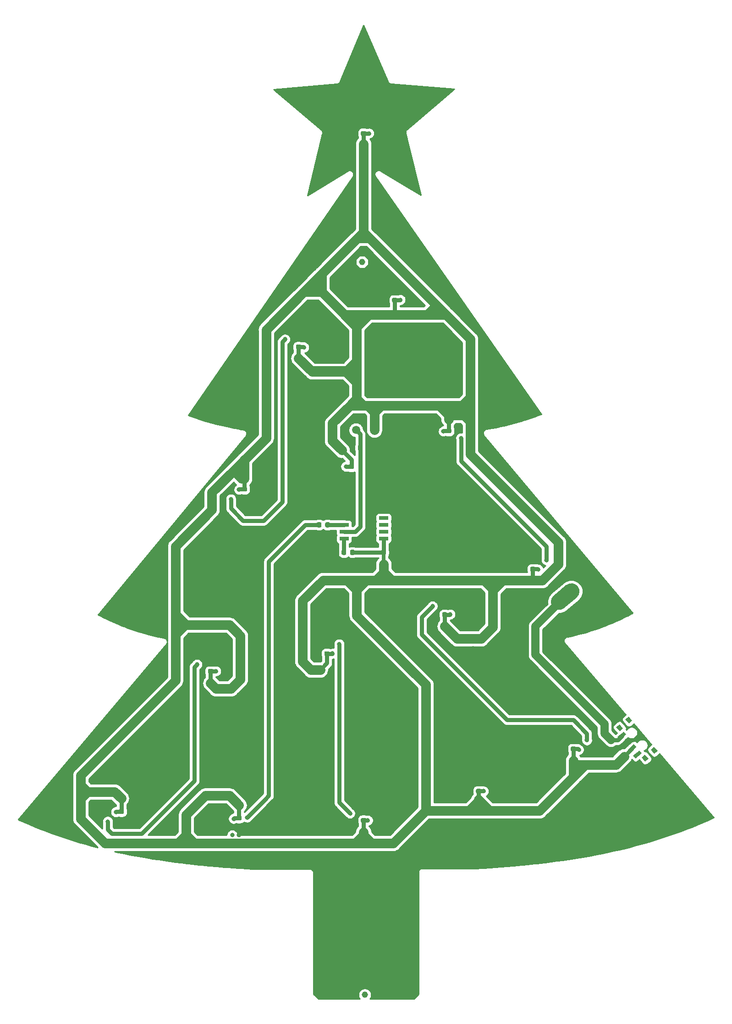
<source format=gbr>
%TF.GenerationSoftware,KiCad,Pcbnew,(5.1.10)-1*%
%TF.CreationDate,2021-10-20T09:03:38+02:00*%
%TF.ProjectId,Drvce,44727663-652e-46b6-9963-61645f706362,rev?*%
%TF.SameCoordinates,Original*%
%TF.FileFunction,Copper,L2,Bot*%
%TF.FilePolarity,Positive*%
%FSLAX46Y46*%
G04 Gerber Fmt 4.6, Leading zero omitted, Abs format (unit mm)*
G04 Created by KiCad (PCBNEW (5.1.10)-1) date 2021-10-20 09:03:38*
%MOMM*%
%LPD*%
G01*
G04 APERTURE LIST*
%TA.AperFunction,ComponentPad*%
%ADD10C,1.152000*%
%TD*%
%TA.AperFunction,ComponentPad*%
%ADD11C,1.500000*%
%TD*%
%TA.AperFunction,SMDPad,CuDef*%
%ADD12R,1.700000X0.650000*%
%TD*%
%TA.AperFunction,SMDPad,CuDef*%
%ADD13C,0.150000*%
%TD*%
%TA.AperFunction,ViaPad*%
%ADD14C,0.800000*%
%TD*%
%TA.AperFunction,Conductor*%
%ADD15C,0.762000*%
%TD*%
%TA.AperFunction,Conductor*%
%ADD16C,1.778000*%
%TD*%
%TA.AperFunction,Conductor*%
%ADD17C,1.500000*%
%TD*%
%TA.AperFunction,Conductor*%
%ADD18C,0.635000*%
%TD*%
%TA.AperFunction,Conductor*%
%ADD19C,0.254000*%
%TD*%
%TA.AperFunction,Conductor*%
%ADD20C,0.150000*%
%TD*%
G04 APERTURE END LIST*
D10*
%TO.P,REF\u002A\u002A,1*%
%TO.N,N/C*%
X98750000Y-60750000D03*
%TD*%
%TO.P,REF\u002A\u002A,1*%
%TO.N,N/C*%
X99250000Y-196000000D03*
%TD*%
D11*
%TO.P,R3,2*%
%TO.N,+5V*%
X101000000Y-91750000D03*
%TO.P,R3,1*%
%TO.N,PB3_AI*%
X97600000Y-91750000D03*
%TD*%
%TO.P,R4,2*%
%TO.N,GND*%
%TA.AperFunction,SMDPad,CuDef*%
G36*
G01*
X99511600Y-95256250D02*
X99511600Y-94743750D01*
G75*
G02*
X99730350Y-94525000I218750J0D01*
G01*
X100167850Y-94525000D01*
G75*
G02*
X100386600Y-94743750I0J-218750D01*
G01*
X100386600Y-95256250D01*
G75*
G02*
X100167850Y-95475000I-218750J0D01*
G01*
X99730350Y-95475000D01*
G75*
G02*
X99511600Y-95256250I0J218750D01*
G01*
G37*
%TD.AperFunction*%
%TO.P,R4,1*%
%TO.N,PB3_AI*%
%TA.AperFunction,SMDPad,CuDef*%
G36*
G01*
X97936600Y-95256250D02*
X97936600Y-94743750D01*
G75*
G02*
X98155350Y-94525000I218750J0D01*
G01*
X98592850Y-94525000D01*
G75*
G02*
X98811600Y-94743750I0J-218750D01*
G01*
X98811600Y-95256250D01*
G75*
G02*
X98592850Y-95475000I-218750J0D01*
G01*
X98155350Y-95475000D01*
G75*
G02*
X97936600Y-95256250I0J218750D01*
G01*
G37*
%TD.AperFunction*%
%TD*%
%TO.P,R1,2*%
%TO.N,PB4*%
%TA.AperFunction,SMDPad,CuDef*%
G36*
G01*
X91917000Y-109511250D02*
X91917000Y-108998750D01*
G75*
G02*
X92135750Y-108780000I218750J0D01*
G01*
X92573250Y-108780000D01*
G75*
G02*
X92792000Y-108998750I0J-218750D01*
G01*
X92792000Y-109511250D01*
G75*
G02*
X92573250Y-109730000I-218750J0D01*
G01*
X92135750Y-109730000D01*
G75*
G02*
X91917000Y-109511250I0J218750D01*
G01*
G37*
%TD.AperFunction*%
%TO.P,R1,1*%
%TO.N,Net-(D1-Pad4)*%
%TA.AperFunction,SMDPad,CuDef*%
G36*
G01*
X90342000Y-109511250D02*
X90342000Y-108998750D01*
G75*
G02*
X90560750Y-108780000I218750J0D01*
G01*
X90998250Y-108780000D01*
G75*
G02*
X91217000Y-108998750I0J-218750D01*
G01*
X91217000Y-109511250D01*
G75*
G02*
X90998250Y-109730000I-218750J0D01*
G01*
X90560750Y-109730000D01*
G75*
G02*
X90342000Y-109511250I0J218750D01*
G01*
G37*
%TD.AperFunction*%
%TD*%
%TO.P,C16,2*%
%TO.N,GND*%
%TA.AperFunction,SMDPad,CuDef*%
G36*
G01*
X99256250Y-35900000D02*
X98743750Y-35900000D01*
G75*
G02*
X98525000Y-35681250I0J218750D01*
G01*
X98525000Y-35243750D01*
G75*
G02*
X98743750Y-35025000I218750J0D01*
G01*
X99256250Y-35025000D01*
G75*
G02*
X99475000Y-35243750I0J-218750D01*
G01*
X99475000Y-35681250D01*
G75*
G02*
X99256250Y-35900000I-218750J0D01*
G01*
G37*
%TD.AperFunction*%
%TO.P,C16,1*%
%TO.N,+5V*%
%TA.AperFunction,SMDPad,CuDef*%
G36*
G01*
X99256250Y-37475000D02*
X98743750Y-37475000D01*
G75*
G02*
X98525000Y-37256250I0J218750D01*
G01*
X98525000Y-36818750D01*
G75*
G02*
X98743750Y-36600000I218750J0D01*
G01*
X99256250Y-36600000D01*
G75*
G02*
X99475000Y-36818750I0J-218750D01*
G01*
X99475000Y-37256250D01*
G75*
G02*
X99256250Y-37475000I-218750J0D01*
G01*
G37*
%TD.AperFunction*%
%TD*%
D12*
%TO.P,U1,8*%
%TO.N,+5V*%
X102710000Y-111795000D03*
%TO.P,U1,7*%
%TO.N,Net-(U1-Pad7)*%
X102710000Y-110525000D03*
%TO.P,U1,6*%
%TO.N,Net-(U1-Pad6)*%
X102710000Y-109255000D03*
%TO.P,U1,5*%
%TO.N,Net-(U1-Pad5)*%
X102710000Y-107985000D03*
%TO.P,U1,4*%
%TO.N,GND*%
X95410000Y-107985000D03*
%TO.P,U1,3*%
%TO.N,PB4*%
X95410000Y-109255000D03*
%TO.P,U1,2*%
%TO.N,PB3_AI*%
X95410000Y-110525000D03*
%TO.P,U1,1*%
%TO.N,PB5_RESET*%
X95410000Y-111795000D03*
%TD*%
%TO.P,R2,2*%
%TO.N,PB5_RESET*%
%TA.AperFunction,SMDPad,CuDef*%
G36*
G01*
X95814400Y-114078750D02*
X95814400Y-114591250D01*
G75*
G02*
X95595650Y-114810000I-218750J0D01*
G01*
X95158150Y-114810000D01*
G75*
G02*
X94939400Y-114591250I0J218750D01*
G01*
X94939400Y-114078750D01*
G75*
G02*
X95158150Y-113860000I218750J0D01*
G01*
X95595650Y-113860000D01*
G75*
G02*
X95814400Y-114078750I0J-218750D01*
G01*
G37*
%TD.AperFunction*%
%TO.P,R2,1*%
%TO.N,+5V*%
%TA.AperFunction,SMDPad,CuDef*%
G36*
G01*
X97389400Y-114078750D02*
X97389400Y-114591250D01*
G75*
G02*
X97170650Y-114810000I-218750J0D01*
G01*
X96733150Y-114810000D01*
G75*
G02*
X96514400Y-114591250I0J218750D01*
G01*
X96514400Y-114078750D01*
G75*
G02*
X96733150Y-113860000I218750J0D01*
G01*
X97170650Y-113860000D01*
G75*
G02*
X97389400Y-114078750I0J-218750D01*
G01*
G37*
%TD.AperFunction*%
%TD*%
%TO.P,C1,2*%
%TO.N,GND*%
%TA.AperFunction,SMDPad,CuDef*%
G36*
G01*
X103850000Y-114591250D02*
X103850000Y-114078750D01*
G75*
G02*
X104068750Y-113860000I218750J0D01*
G01*
X104506250Y-113860000D01*
G75*
G02*
X104725000Y-114078750I0J-218750D01*
G01*
X104725000Y-114591250D01*
G75*
G02*
X104506250Y-114810000I-218750J0D01*
G01*
X104068750Y-114810000D01*
G75*
G02*
X103850000Y-114591250I0J218750D01*
G01*
G37*
%TD.AperFunction*%
%TO.P,C1,1*%
%TO.N,+5V*%
%TA.AperFunction,SMDPad,CuDef*%
G36*
G01*
X102275000Y-114591250D02*
X102275000Y-114078750D01*
G75*
G02*
X102493750Y-113860000I218750J0D01*
G01*
X102931250Y-113860000D01*
G75*
G02*
X103150000Y-114078750I0J-218750D01*
G01*
X103150000Y-114591250D01*
G75*
G02*
X102931250Y-114810000I-218750J0D01*
G01*
X102493750Y-114810000D01*
G75*
G02*
X102275000Y-114591250I0J218750D01*
G01*
G37*
%TD.AperFunction*%
%TD*%
%TO.P,C2,2*%
%TO.N,GND*%
%TA.AperFunction,SMDPad,CuDef*%
G36*
G01*
X75743750Y-164497500D02*
X76256250Y-164497500D01*
G75*
G02*
X76475000Y-164716250I0J-218750D01*
G01*
X76475000Y-165153750D01*
G75*
G02*
X76256250Y-165372500I-218750J0D01*
G01*
X75743750Y-165372500D01*
G75*
G02*
X75525000Y-165153750I0J218750D01*
G01*
X75525000Y-164716250D01*
G75*
G02*
X75743750Y-164497500I218750J0D01*
G01*
G37*
%TD.AperFunction*%
%TO.P,C2,1*%
%TO.N,+5V*%
%TA.AperFunction,SMDPad,CuDef*%
G36*
G01*
X75743750Y-162922500D02*
X76256250Y-162922500D01*
G75*
G02*
X76475000Y-163141250I0J-218750D01*
G01*
X76475000Y-163578750D01*
G75*
G02*
X76256250Y-163797500I-218750J0D01*
G01*
X75743750Y-163797500D01*
G75*
G02*
X75525000Y-163578750I0J218750D01*
G01*
X75525000Y-163141250D01*
G75*
G02*
X75743750Y-162922500I218750J0D01*
G01*
G37*
%TD.AperFunction*%
%TD*%
%TO.P,C3,2*%
%TO.N,GND*%
%TA.AperFunction,SMDPad,CuDef*%
G36*
G01*
X53993750Y-163312500D02*
X54506250Y-163312500D01*
G75*
G02*
X54725000Y-163531250I0J-218750D01*
G01*
X54725000Y-163968750D01*
G75*
G02*
X54506250Y-164187500I-218750J0D01*
G01*
X53993750Y-164187500D01*
G75*
G02*
X53775000Y-163968750I0J218750D01*
G01*
X53775000Y-163531250D01*
G75*
G02*
X53993750Y-163312500I218750J0D01*
G01*
G37*
%TD.AperFunction*%
%TO.P,C3,1*%
%TO.N,+5V*%
%TA.AperFunction,SMDPad,CuDef*%
G36*
G01*
X53993750Y-161737500D02*
X54506250Y-161737500D01*
G75*
G02*
X54725000Y-161956250I0J-218750D01*
G01*
X54725000Y-162393750D01*
G75*
G02*
X54506250Y-162612500I-218750J0D01*
G01*
X53993750Y-162612500D01*
G75*
G02*
X53775000Y-162393750I0J218750D01*
G01*
X53775000Y-161956250D01*
G75*
G02*
X53993750Y-161737500I218750J0D01*
G01*
G37*
%TD.AperFunction*%
%TD*%
%TO.P,C4,2*%
%TO.N,GND*%
%TA.AperFunction,SMDPad,CuDef*%
G36*
G01*
X71006250Y-135150000D02*
X70493750Y-135150000D01*
G75*
G02*
X70275000Y-134931250I0J218750D01*
G01*
X70275000Y-134493750D01*
G75*
G02*
X70493750Y-134275000I218750J0D01*
G01*
X71006250Y-134275000D01*
G75*
G02*
X71225000Y-134493750I0J-218750D01*
G01*
X71225000Y-134931250D01*
G75*
G02*
X71006250Y-135150000I-218750J0D01*
G01*
G37*
%TD.AperFunction*%
%TO.P,C4,1*%
%TO.N,+5V*%
%TA.AperFunction,SMDPad,CuDef*%
G36*
G01*
X71006250Y-136725000D02*
X70493750Y-136725000D01*
G75*
G02*
X70275000Y-136506250I0J218750D01*
G01*
X70275000Y-136068750D01*
G75*
G02*
X70493750Y-135850000I218750J0D01*
G01*
X71006250Y-135850000D01*
G75*
G02*
X71225000Y-136068750I0J-218750D01*
G01*
X71225000Y-136506250D01*
G75*
G02*
X71006250Y-136725000I-218750J0D01*
G01*
G37*
%TD.AperFunction*%
%TD*%
%TO.P,C5,2*%
%TO.N,GND*%
%TA.AperFunction,SMDPad,CuDef*%
G36*
G01*
X92506250Y-131900000D02*
X91993750Y-131900000D01*
G75*
G02*
X91775000Y-131681250I0J218750D01*
G01*
X91775000Y-131243750D01*
G75*
G02*
X91993750Y-131025000I218750J0D01*
G01*
X92506250Y-131025000D01*
G75*
G02*
X92725000Y-131243750I0J-218750D01*
G01*
X92725000Y-131681250D01*
G75*
G02*
X92506250Y-131900000I-218750J0D01*
G01*
G37*
%TD.AperFunction*%
%TO.P,C5,1*%
%TO.N,+5V*%
%TA.AperFunction,SMDPad,CuDef*%
G36*
G01*
X92506250Y-133475000D02*
X91993750Y-133475000D01*
G75*
G02*
X91775000Y-133256250I0J218750D01*
G01*
X91775000Y-132818750D01*
G75*
G02*
X91993750Y-132600000I218750J0D01*
G01*
X92506250Y-132600000D01*
G75*
G02*
X92725000Y-132818750I0J-218750D01*
G01*
X92725000Y-133256250D01*
G75*
G02*
X92506250Y-133475000I-218750J0D01*
G01*
G37*
%TD.AperFunction*%
%TD*%
%TO.P,C6,2*%
%TO.N,GND*%
%TA.AperFunction,SMDPad,CuDef*%
G36*
G01*
X99256250Y-162650000D02*
X98743750Y-162650000D01*
G75*
G02*
X98525000Y-162431250I0J218750D01*
G01*
X98525000Y-161993750D01*
G75*
G02*
X98743750Y-161775000I218750J0D01*
G01*
X99256250Y-161775000D01*
G75*
G02*
X99475000Y-161993750I0J-218750D01*
G01*
X99475000Y-162431250D01*
G75*
G02*
X99256250Y-162650000I-218750J0D01*
G01*
G37*
%TD.AperFunction*%
%TO.P,C6,1*%
%TO.N,+5V*%
%TA.AperFunction,SMDPad,CuDef*%
G36*
G01*
X99256250Y-164225000D02*
X98743750Y-164225000D01*
G75*
G02*
X98525000Y-164006250I0J218750D01*
G01*
X98525000Y-163568750D01*
G75*
G02*
X98743750Y-163350000I218750J0D01*
G01*
X99256250Y-163350000D01*
G75*
G02*
X99475000Y-163568750I0J-218750D01*
G01*
X99475000Y-164006250D01*
G75*
G02*
X99256250Y-164225000I-218750J0D01*
G01*
G37*
%TD.AperFunction*%
%TD*%
%TO.P,C7,2*%
%TO.N,GND*%
%TA.AperFunction,SMDPad,CuDef*%
G36*
G01*
X120506250Y-157269700D02*
X119993750Y-157269700D01*
G75*
G02*
X119775000Y-157050950I0J218750D01*
G01*
X119775000Y-156613450D01*
G75*
G02*
X119993750Y-156394700I218750J0D01*
G01*
X120506250Y-156394700D01*
G75*
G02*
X120725000Y-156613450I0J-218750D01*
G01*
X120725000Y-157050950D01*
G75*
G02*
X120506250Y-157269700I-218750J0D01*
G01*
G37*
%TD.AperFunction*%
%TO.P,C7,1*%
%TO.N,+5V*%
%TA.AperFunction,SMDPad,CuDef*%
G36*
G01*
X120506250Y-158844700D02*
X119993750Y-158844700D01*
G75*
G02*
X119775000Y-158625950I0J218750D01*
G01*
X119775000Y-158188450D01*
G75*
G02*
X119993750Y-157969700I218750J0D01*
G01*
X120506250Y-157969700D01*
G75*
G02*
X120725000Y-158188450I0J-218750D01*
G01*
X120725000Y-158625950D01*
G75*
G02*
X120506250Y-158844700I-218750J0D01*
G01*
G37*
%TD.AperFunction*%
%TD*%
%TO.P,C8,2*%
%TO.N,GND*%
%TA.AperFunction,SMDPad,CuDef*%
G36*
G01*
X138006250Y-149459200D02*
X137493750Y-149459200D01*
G75*
G02*
X137275000Y-149240450I0J218750D01*
G01*
X137275000Y-148802950D01*
G75*
G02*
X137493750Y-148584200I218750J0D01*
G01*
X138006250Y-148584200D01*
G75*
G02*
X138225000Y-148802950I0J-218750D01*
G01*
X138225000Y-149240450D01*
G75*
G02*
X138006250Y-149459200I-218750J0D01*
G01*
G37*
%TD.AperFunction*%
%TO.P,C8,1*%
%TO.N,+5V*%
%TA.AperFunction,SMDPad,CuDef*%
G36*
G01*
X138006250Y-151034200D02*
X137493750Y-151034200D01*
G75*
G02*
X137275000Y-150815450I0J218750D01*
G01*
X137275000Y-150377950D01*
G75*
G02*
X137493750Y-150159200I218750J0D01*
G01*
X138006250Y-150159200D01*
G75*
G02*
X138225000Y-150377950I0J-218750D01*
G01*
X138225000Y-150815450D01*
G75*
G02*
X138006250Y-151034200I-218750J0D01*
G01*
G37*
%TD.AperFunction*%
%TD*%
%TO.P,C9,2*%
%TO.N,GND*%
%TA.AperFunction,SMDPad,CuDef*%
G36*
G01*
X114256250Y-124687500D02*
X113743750Y-124687500D01*
G75*
G02*
X113525000Y-124468750I0J218750D01*
G01*
X113525000Y-124031250D01*
G75*
G02*
X113743750Y-123812500I218750J0D01*
G01*
X114256250Y-123812500D01*
G75*
G02*
X114475000Y-124031250I0J-218750D01*
G01*
X114475000Y-124468750D01*
G75*
G02*
X114256250Y-124687500I-218750J0D01*
G01*
G37*
%TD.AperFunction*%
%TO.P,C9,1*%
%TO.N,+5V*%
%TA.AperFunction,SMDPad,CuDef*%
G36*
G01*
X114256250Y-126262500D02*
X113743750Y-126262500D01*
G75*
G02*
X113525000Y-126043750I0J218750D01*
G01*
X113525000Y-125606250D01*
G75*
G02*
X113743750Y-125387500I218750J0D01*
G01*
X114256250Y-125387500D01*
G75*
G02*
X114475000Y-125606250I0J-218750D01*
G01*
X114475000Y-126043750D01*
G75*
G02*
X114256250Y-126262500I-218750J0D01*
G01*
G37*
%TD.AperFunction*%
%TD*%
%TO.P,C10,2*%
%TO.N,GND*%
%TA.AperFunction,SMDPad,CuDef*%
G36*
G01*
X130506250Y-116286800D02*
X129993750Y-116286800D01*
G75*
G02*
X129775000Y-116068050I0J218750D01*
G01*
X129775000Y-115630550D01*
G75*
G02*
X129993750Y-115411800I218750J0D01*
G01*
X130506250Y-115411800D01*
G75*
G02*
X130725000Y-115630550I0J-218750D01*
G01*
X130725000Y-116068050D01*
G75*
G02*
X130506250Y-116286800I-218750J0D01*
G01*
G37*
%TD.AperFunction*%
%TO.P,C10,1*%
%TO.N,+5V*%
%TA.AperFunction,SMDPad,CuDef*%
G36*
G01*
X130506250Y-117861800D02*
X129993750Y-117861800D01*
G75*
G02*
X129775000Y-117643050I0J218750D01*
G01*
X129775000Y-117205550D01*
G75*
G02*
X129993750Y-116986800I218750J0D01*
G01*
X130506250Y-116986800D01*
G75*
G02*
X130725000Y-117205550I0J-218750D01*
G01*
X130725000Y-117643050D01*
G75*
G02*
X130506250Y-117861800I-218750J0D01*
G01*
G37*
%TD.AperFunction*%
%TD*%
%TO.P,C11,2*%
%TO.N,GND*%
%TA.AperFunction,SMDPad,CuDef*%
G36*
G01*
X114493750Y-93062500D02*
X115006250Y-93062500D01*
G75*
G02*
X115225000Y-93281250I0J-218750D01*
G01*
X115225000Y-93718750D01*
G75*
G02*
X115006250Y-93937500I-218750J0D01*
G01*
X114493750Y-93937500D01*
G75*
G02*
X114275000Y-93718750I0J218750D01*
G01*
X114275000Y-93281250D01*
G75*
G02*
X114493750Y-93062500I218750J0D01*
G01*
G37*
%TD.AperFunction*%
%TO.P,C11,1*%
%TO.N,+5V*%
%TA.AperFunction,SMDPad,CuDef*%
G36*
G01*
X114493750Y-91487500D02*
X115006250Y-91487500D01*
G75*
G02*
X115225000Y-91706250I0J-218750D01*
G01*
X115225000Y-92143750D01*
G75*
G02*
X115006250Y-92362500I-218750J0D01*
G01*
X114493750Y-92362500D01*
G75*
G02*
X114275000Y-92143750I0J218750D01*
G01*
X114275000Y-91706250D01*
G75*
G02*
X114493750Y-91487500I218750J0D01*
G01*
G37*
%TD.AperFunction*%
%TD*%
%TO.P,C12,2*%
%TO.N,GND*%
%TA.AperFunction,SMDPad,CuDef*%
G36*
G01*
X96493750Y-99664000D02*
X97006250Y-99664000D01*
G75*
G02*
X97225000Y-99882750I0J-218750D01*
G01*
X97225000Y-100320250D01*
G75*
G02*
X97006250Y-100539000I-218750J0D01*
G01*
X96493750Y-100539000D01*
G75*
G02*
X96275000Y-100320250I0J218750D01*
G01*
X96275000Y-99882750D01*
G75*
G02*
X96493750Y-99664000I218750J0D01*
G01*
G37*
%TD.AperFunction*%
%TO.P,C12,1*%
%TO.N,+5V*%
%TA.AperFunction,SMDPad,CuDef*%
G36*
G01*
X96493750Y-98089000D02*
X97006250Y-98089000D01*
G75*
G02*
X97225000Y-98307750I0J-218750D01*
G01*
X97225000Y-98745250D01*
G75*
G02*
X97006250Y-98964000I-218750J0D01*
G01*
X96493750Y-98964000D01*
G75*
G02*
X96275000Y-98745250I0J218750D01*
G01*
X96275000Y-98307750D01*
G75*
G02*
X96493750Y-98089000I218750J0D01*
G01*
G37*
%TD.AperFunction*%
%TD*%
%TO.P,C13,2*%
%TO.N,GND*%
%TA.AperFunction,SMDPad,CuDef*%
G36*
G01*
X76743750Y-103812500D02*
X77256250Y-103812500D01*
G75*
G02*
X77475000Y-104031250I0J-218750D01*
G01*
X77475000Y-104468750D01*
G75*
G02*
X77256250Y-104687500I-218750J0D01*
G01*
X76743750Y-104687500D01*
G75*
G02*
X76525000Y-104468750I0J218750D01*
G01*
X76525000Y-104031250D01*
G75*
G02*
X76743750Y-103812500I218750J0D01*
G01*
G37*
%TD.AperFunction*%
%TO.P,C13,1*%
%TO.N,+5V*%
%TA.AperFunction,SMDPad,CuDef*%
G36*
G01*
X76743750Y-102237500D02*
X77256250Y-102237500D01*
G75*
G02*
X77475000Y-102456250I0J-218750D01*
G01*
X77475000Y-102893750D01*
G75*
G02*
X77256250Y-103112500I-218750J0D01*
G01*
X76743750Y-103112500D01*
G75*
G02*
X76525000Y-102893750I0J218750D01*
G01*
X76525000Y-102456250D01*
G75*
G02*
X76743750Y-102237500I218750J0D01*
G01*
G37*
%TD.AperFunction*%
%TD*%
%TO.P,C14,2*%
%TO.N,GND*%
%TA.AperFunction,SMDPad,CuDef*%
G36*
G01*
X87256250Y-75278500D02*
X86743750Y-75278500D01*
G75*
G02*
X86525000Y-75059750I0J218750D01*
G01*
X86525000Y-74622250D01*
G75*
G02*
X86743750Y-74403500I218750J0D01*
G01*
X87256250Y-74403500D01*
G75*
G02*
X87475000Y-74622250I0J-218750D01*
G01*
X87475000Y-75059750D01*
G75*
G02*
X87256250Y-75278500I-218750J0D01*
G01*
G37*
%TD.AperFunction*%
%TO.P,C14,1*%
%TO.N,+5V*%
%TA.AperFunction,SMDPad,CuDef*%
G36*
G01*
X87256250Y-76853500D02*
X86743750Y-76853500D01*
G75*
G02*
X86525000Y-76634750I0J218750D01*
G01*
X86525000Y-76197250D01*
G75*
G02*
X86743750Y-75978500I218750J0D01*
G01*
X87256250Y-75978500D01*
G75*
G02*
X87475000Y-76197250I0J-218750D01*
G01*
X87475000Y-76634750D01*
G75*
G02*
X87256250Y-76853500I-218750J0D01*
G01*
G37*
%TD.AperFunction*%
%TD*%
%TO.P,C15,2*%
%TO.N,GND*%
%TA.AperFunction,SMDPad,CuDef*%
G36*
G01*
X105006250Y-66655200D02*
X104493750Y-66655200D01*
G75*
G02*
X104275000Y-66436450I0J218750D01*
G01*
X104275000Y-65998950D01*
G75*
G02*
X104493750Y-65780200I218750J0D01*
G01*
X105006250Y-65780200D01*
G75*
G02*
X105225000Y-65998950I0J-218750D01*
G01*
X105225000Y-66436450D01*
G75*
G02*
X105006250Y-66655200I-218750J0D01*
G01*
G37*
%TD.AperFunction*%
%TO.P,C15,1*%
%TO.N,+5V*%
%TA.AperFunction,SMDPad,CuDef*%
G36*
G01*
X105006250Y-68230200D02*
X104493750Y-68230200D01*
G75*
G02*
X104275000Y-68011450I0J218750D01*
G01*
X104275000Y-67573950D01*
G75*
G02*
X104493750Y-67355200I218750J0D01*
G01*
X105006250Y-67355200D01*
G75*
G02*
X105225000Y-67573950I0J-218750D01*
G01*
X105225000Y-68011450D01*
G75*
G02*
X105006250Y-68230200I-218750J0D01*
G01*
G37*
%TD.AperFunction*%
%TD*%
%TO.P,J2,1*%
%TO.N,Net-(J2-Pad1)*%
%TA.AperFunction,SMDPad,CuDef*%
G36*
G01*
X138363248Y-122684886D02*
X136065114Y-124613248D01*
G75*
G02*
X133951866Y-124428362I-964181J1149067D01*
G01*
X133951866Y-124428362D01*
G75*
G02*
X134136752Y-122315114I1149067J964181D01*
G01*
X136434886Y-120386752D01*
G75*
G02*
X138548134Y-120571638I964181J-1149067D01*
G01*
X138548134Y-120571638D01*
G75*
G02*
X138363248Y-122684886I-1149067J-964181D01*
G01*
G37*
%TD.AperFunction*%
%TD*%
%TO.P,J3,1*%
%TO.N,GND*%
%TA.AperFunction,SMDPad,CuDef*%
G36*
G01*
X146315114Y-164863248D02*
X144386752Y-162565114D01*
G75*
G02*
X144571638Y-160451866I1149067J964181D01*
G01*
X144571638Y-160451866D01*
G75*
G02*
X146684886Y-160636752I964181J-1149067D01*
G01*
X148613248Y-162934886D01*
G75*
G02*
X148428362Y-165048134I-1149067J-964181D01*
G01*
X148428362Y-165048134D01*
G75*
G02*
X146315114Y-164863248I-964181J1149067D01*
G01*
G37*
%TD.AperFunction*%
%TD*%
%TA.AperFunction,SMDPad,CuDef*%
D13*
%TO.P,SW1,1*%
%TO.N,Net-(J2-Pad1)*%
G36*
X145908775Y-148409561D02*
G01*
X147057842Y-147445380D01*
X147507793Y-147981611D01*
X146358726Y-148945792D01*
X145908775Y-148409561D01*
G37*
%TD.AperFunction*%
%TA.AperFunction,SMDPad,CuDef*%
%TO.P,SW1,2*%
%TO.N,+5V*%
G36*
X147837138Y-150707695D02*
G01*
X148986205Y-149743514D01*
X149436156Y-150279745D01*
X148287089Y-151243926D01*
X147837138Y-150707695D01*
G37*
%TD.AperFunction*%
%TA.AperFunction,SMDPad,CuDef*%
%TO.P,SW1,3*%
%TO.N,N/C*%
G36*
X148801320Y-151856761D02*
G01*
X149950387Y-150892580D01*
X150400338Y-151428811D01*
X149251271Y-152392992D01*
X148801320Y-151856761D01*
G37*
%TD.AperFunction*%
%TA.AperFunction,SMDPad,CuDef*%
%TO.P,SW1,*%
%TO.N,*%
G36*
X147371457Y-145158845D02*
G01*
X147984293Y-144644615D01*
X148627081Y-145410659D01*
X148014245Y-145924889D01*
X147371457Y-145158845D01*
G37*
%TD.AperFunction*%
%TA.AperFunction,SMDPad,CuDef*%
G36*
X152063806Y-150750969D02*
G01*
X152676642Y-150236739D01*
X153319430Y-151002783D01*
X152706594Y-151517013D01*
X152063806Y-150750969D01*
G37*
%TD.AperFunction*%
%TA.AperFunction,SMDPad,CuDef*%
G36*
X150370848Y-152171530D02*
G01*
X150983684Y-151657300D01*
X151626472Y-152423344D01*
X151013636Y-152937574D01*
X150370848Y-152171530D01*
G37*
%TD.AperFunction*%
%TA.AperFunction,SMDPad,CuDef*%
G36*
X145678499Y-146579405D02*
G01*
X146291335Y-146065175D01*
X146934123Y-146831219D01*
X146321287Y-147345449D01*
X145678499Y-146579405D01*
G37*
%TD.AperFunction*%
%TD*%
D14*
%TO.N,GND*%
X94250000Y-193750000D03*
X94250000Y-183750000D03*
X94250000Y-188750000D03*
X94250000Y-186250000D03*
X94250000Y-191250000D03*
X96750000Y-193750000D03*
X96750000Y-183750000D03*
X96750000Y-188750000D03*
X96750000Y-186250000D03*
X96750000Y-191250000D03*
X99250000Y-193750000D03*
X99250000Y-183750000D03*
X99250000Y-188750000D03*
X99250000Y-186250000D03*
X99250000Y-191250000D03*
X101750000Y-193750000D03*
X101750000Y-183750000D03*
X101750000Y-188750000D03*
X101750000Y-186250000D03*
X101750000Y-191250000D03*
X104250000Y-193750000D03*
X104250000Y-183750000D03*
X104250000Y-188750000D03*
X104250000Y-186250000D03*
X104250000Y-191250000D03*
X106750000Y-188750000D03*
X106750000Y-186250000D03*
X106750000Y-191250000D03*
X99000000Y-34000000D03*
X104750000Y-64750000D03*
X87000000Y-73250000D03*
X114750000Y-95000000D03*
X54250000Y-165000000D03*
X76000000Y-166500000D03*
X99000000Y-161000000D03*
X137750000Y-147500000D03*
X120250000Y-155250000D03*
X70750000Y-133250000D03*
X92250000Y-130000000D03*
X114000000Y-122750000D03*
X130250000Y-114250000D03*
X77000000Y-105750000D03*
X96750000Y-101750000D03*
X106000000Y-114250000D03*
X93500000Y-108000000D03*
X91750000Y-191250000D03*
X91750000Y-188750000D03*
X91750000Y-186250000D03*
X95750000Y-61750000D03*
X108750000Y-74500000D03*
X88500000Y-83000000D03*
X105750000Y-90000000D03*
X105500000Y-101750000D03*
X111000000Y-114000000D03*
X71000000Y-113250000D03*
X92250000Y-122000000D03*
X62000000Y-133750000D03*
X96500000Y-139250000D03*
X119250000Y-132000000D03*
X133250000Y-141000000D03*
X106000000Y-152750000D03*
X78750000Y-156750000D03*
X59000000Y-159000000D03*
X77000000Y-170750000D03*
X114250000Y-171500000D03*
X140750000Y-158000000D03*
X51250000Y-156500000D03*
%TO.N,+5V*%
X100000000Y-37000000D03*
X105750000Y-67750000D03*
X88000000Y-76500000D03*
X76000000Y-102750000D03*
X113750000Y-92000000D03*
X95750000Y-98500000D03*
X131250000Y-117500000D03*
X115000000Y-125750000D03*
X138750000Y-150750000D03*
X121157200Y-158407200D03*
X99787500Y-163787500D03*
X75000000Y-163500000D03*
X53250000Y-162250000D03*
X93250000Y-133000000D03*
X71750000Y-136250000D03*
%TO.N,Net-(D1-Pad4)*%
X77500000Y-163250000D03*
%TO.N,Net-(D1-Pad2)*%
X74750000Y-166500000D03*
%TO.N,Net-(D2-Pad2)*%
X51750000Y-164000000D03*
X68250000Y-135000000D03*
%TO.N,Net-(D4-Pad2)*%
X94500000Y-131250000D03*
X96500000Y-162500000D03*
%TO.N,Net-(D10-Pad4)*%
X117000000Y-93250000D03*
X132750000Y-115750000D03*
%TO.N,Net-(D12-Pad2)*%
X84500000Y-75000000D03*
X74500000Y-104500000D03*
%TO.N,Net-(D7-Pad2)*%
X111750000Y-124250000D03*
X140250000Y-149000000D03*
%TD*%
D15*
%TO.N,GND*%
X99000000Y-35462500D02*
X99000000Y-34000000D01*
X104750000Y-66217700D02*
X104750000Y-64750000D01*
X87000000Y-74841000D02*
X87000000Y-73250000D01*
X114750000Y-93500000D02*
X114750000Y-95000000D01*
X76000000Y-164935000D02*
X76000000Y-166500000D01*
X99000000Y-162212500D02*
X99000000Y-161000000D01*
X137750000Y-149021700D02*
X137750000Y-147500000D01*
X120250000Y-156832200D02*
X120250000Y-155250000D01*
X70750000Y-134712500D02*
X70750000Y-133250000D01*
X92250000Y-131462500D02*
X92250000Y-130000000D01*
X114000000Y-124250000D02*
X114000000Y-122750000D01*
X130250000Y-115849300D02*
X130250000Y-114250000D01*
X77000000Y-104250000D02*
X77000000Y-105750000D01*
X96750000Y-100101500D02*
X96750000Y-101750000D01*
X105915000Y-114335000D02*
X106000000Y-114250000D01*
X104287500Y-114335000D02*
X105915000Y-114335000D01*
X93515000Y-107985000D02*
X93500000Y-108000000D01*
X95410000Y-107985000D02*
X93515000Y-107985000D01*
X99949100Y-95000000D02*
X103500000Y-95000000D01*
X105000000Y-93500000D02*
X114750000Y-93500000D01*
X103500000Y-95000000D02*
X105000000Y-93500000D01*
X54250000Y-165000000D02*
X54250000Y-163750000D01*
%TO.N,+5V*%
X99037500Y-37000000D02*
X99000000Y-37037500D01*
X100000000Y-37000000D02*
X99037500Y-37000000D01*
X105707300Y-67792700D02*
X105750000Y-67750000D01*
X104750000Y-67792700D02*
X105707300Y-67792700D01*
X87916000Y-76416000D02*
X88000000Y-76500000D01*
X87000000Y-76416000D02*
X87916000Y-76416000D01*
X76075000Y-102675000D02*
X76000000Y-102750000D01*
X77000000Y-102675000D02*
X76075000Y-102675000D01*
X113825000Y-91925000D02*
X113750000Y-92000000D01*
X114750000Y-91925000D02*
X113825000Y-91925000D01*
X96723500Y-98500000D02*
X96750000Y-98526500D01*
X95750000Y-98500000D02*
X96723500Y-98500000D01*
X131174300Y-117424300D02*
X131250000Y-117500000D01*
X130250000Y-117424300D02*
X131174300Y-117424300D01*
X114925000Y-125825000D02*
X115000000Y-125750000D01*
X114000000Y-125825000D02*
X114925000Y-125825000D01*
X138596700Y-150596700D02*
X138750000Y-150750000D01*
X137750000Y-150596700D02*
X138596700Y-150596700D01*
X120250000Y-158407200D02*
X121157200Y-158407200D01*
X99000000Y-163787500D02*
X99787500Y-163787500D01*
X75140000Y-163360000D02*
X75000000Y-163500000D01*
X76000000Y-163360000D02*
X75140000Y-163360000D01*
X53325000Y-162175000D02*
X53250000Y-162250000D01*
X54250000Y-162175000D02*
X53325000Y-162175000D01*
X102712500Y-114335000D02*
X96951900Y-114335000D01*
X148636647Y-150493720D02*
X147130367Y-152000000D01*
X105806010Y-67693990D02*
X105750000Y-67750000D01*
X102712500Y-111797500D02*
X102710000Y-111795000D01*
X102712500Y-114335000D02*
X102712500Y-111797500D01*
X93212500Y-133037500D02*
X93250000Y-133000000D01*
X92250000Y-133037500D02*
X93212500Y-133037500D01*
X71712500Y-136287500D02*
X71750000Y-136250000D01*
X70750000Y-136287500D02*
X71712500Y-136287500D01*
X118750000Y-96250000D02*
X118750000Y-87250000D01*
X92250000Y-134750000D02*
X91000000Y-136000000D01*
X92250000Y-133037500D02*
X92250000Y-134750000D01*
X70750000Y-136287500D02*
X70750000Y-138500000D01*
X99000000Y-37037500D02*
X99000000Y-39000000D01*
X99000000Y-37037500D02*
X99000000Y-55250000D01*
D16*
X87750000Y-127750000D02*
X87750000Y-134500000D01*
X87750000Y-134500000D02*
X89250000Y-136000000D01*
D15*
X99000000Y-163787500D02*
X99000000Y-166000000D01*
X76000000Y-163360000D02*
X76000000Y-161000000D01*
X54250000Y-162175000D02*
X54250000Y-160500000D01*
X54250000Y-160500000D02*
X54250000Y-159750000D01*
X96750000Y-98526500D02*
X96750000Y-97250000D01*
X96750000Y-97250000D02*
X95000000Y-95500000D01*
X114750000Y-91925000D02*
X114750000Y-89750000D01*
D17*
X114750000Y-87250000D02*
X116250000Y-87250000D01*
D15*
X87000000Y-76416000D02*
X87000000Y-78500000D01*
D17*
X89250000Y-80750000D02*
X97750000Y-80750000D01*
X87000000Y-78500000D02*
X89250000Y-80750000D01*
D15*
X104750000Y-67792700D02*
X104750000Y-70500000D01*
D17*
X97750000Y-77500000D02*
X97750000Y-78250000D01*
X97750000Y-80750000D02*
X97750000Y-78250000D01*
X97750000Y-77500000D02*
X97750000Y-72750000D01*
X118750000Y-78250000D02*
X118750000Y-87250000D01*
D15*
X77000000Y-102675000D02*
X77000000Y-100750000D01*
D17*
X46750000Y-155500000D02*
X46750000Y-158500000D01*
X46750000Y-158500000D02*
X46750000Y-163500000D01*
X66250000Y-168000000D02*
X82250000Y-168000000D01*
X51250000Y-168000000D02*
X66250000Y-168000000D01*
X120212500Y-160037500D02*
X120250000Y-160000000D01*
D15*
X120250000Y-158407200D02*
X120250000Y-160000000D01*
X137750000Y-150596700D02*
X137750000Y-152750000D01*
D17*
X137750000Y-155750000D02*
X140000000Y-153500000D01*
D15*
X114000000Y-125825000D02*
X114000000Y-128000000D01*
D18*
X102712500Y-114335000D02*
X102712500Y-116537500D01*
D16*
X74250000Y-127750000D02*
X76250000Y-129750000D01*
X76250000Y-129750000D02*
X76250000Y-137750000D01*
X76250000Y-137750000D02*
X74500000Y-139500000D01*
X74500000Y-139500000D02*
X71750000Y-139500000D01*
X71750000Y-139500000D02*
X70750000Y-138500000D01*
X91000000Y-136000000D02*
X89250000Y-136000000D01*
X99000000Y-55250000D02*
X99000000Y-39000000D01*
X114750000Y-89750000D02*
X114750000Y-87250000D01*
X118500000Y-87250000D02*
X118750000Y-87500000D01*
X114750000Y-87250000D02*
X118500000Y-87250000D01*
X89500000Y-81000000D02*
X87000000Y-78500000D01*
X64250000Y-138000000D02*
X46750000Y-155500000D01*
X46750000Y-163500000D02*
X51250000Y-168000000D01*
X145630367Y-153500000D02*
X147130367Y-152000000D01*
X140000000Y-153500000D02*
X145630367Y-153500000D01*
X140000000Y-153500000D02*
X137750000Y-153500000D01*
X137750000Y-155750000D02*
X137625000Y-155875000D01*
X137750000Y-153500000D02*
X137750000Y-155750000D01*
X137625000Y-155875000D02*
X140000000Y-153500000D01*
X137750000Y-153500000D02*
X137750000Y-152750000D01*
X76000000Y-161000000D02*
X74250000Y-159250000D01*
X74250000Y-159250000D02*
X69750000Y-159250000D01*
X69750000Y-159250000D02*
X66250000Y-162750000D01*
X54250000Y-159750000D02*
X53000000Y-158500000D01*
X118750000Y-96250000D02*
X135000000Y-112500000D01*
X122875000Y-119875000D02*
X122500000Y-119500000D01*
X120750000Y-130250000D02*
X122875000Y-128125000D01*
X116250000Y-130250000D02*
X120750000Y-130250000D01*
X114000000Y-128000000D02*
X116250000Y-130250000D01*
D15*
X130250000Y-119250000D02*
X130000000Y-119500000D01*
X130250000Y-117424300D02*
X130250000Y-119250000D01*
D16*
X135000000Y-116500000D02*
X132000000Y-119500000D01*
X132000000Y-119500000D02*
X130000000Y-119500000D01*
X135000000Y-112500000D02*
X135000000Y-116500000D01*
X87750000Y-123250000D02*
X87750000Y-127750000D01*
X91500000Y-119500000D02*
X87750000Y-123250000D01*
X102712500Y-119037500D02*
X102250000Y-119500000D01*
X102712500Y-116537500D02*
X102712500Y-119037500D01*
X81000000Y-93250000D02*
X81000000Y-73250000D01*
X77000000Y-97250000D02*
X77125000Y-97125000D01*
X77000000Y-100750000D02*
X77000000Y-97250000D01*
X77125000Y-97125000D02*
X81000000Y-93250000D01*
X75000000Y-99250000D02*
X77125000Y-97125000D01*
X76500000Y-100750000D02*
X75000000Y-99250000D01*
X77000000Y-100750000D02*
X76500000Y-100750000D01*
X71000000Y-106500000D02*
X64250000Y-113250000D01*
X71000000Y-103250000D02*
X71000000Y-106500000D01*
X75000000Y-99250000D02*
X71000000Y-103250000D01*
X95500000Y-70500000D02*
X95000000Y-70000000D01*
X95000000Y-70000000D02*
X97750000Y-72750000D01*
X97750000Y-70750000D02*
X98000000Y-70500000D01*
X97750000Y-72750000D02*
X97750000Y-70750000D01*
X98000000Y-70500000D02*
X95500000Y-70500000D01*
X98000000Y-87250000D02*
X97750000Y-87000000D01*
X96500000Y-87250000D02*
X98000000Y-87250000D01*
X93250000Y-90500000D02*
X96500000Y-87250000D01*
X93250000Y-93750000D02*
X93250000Y-90500000D01*
X95000000Y-95500000D02*
X93250000Y-93750000D01*
X97750000Y-86000000D02*
X96500000Y-87250000D01*
X97750000Y-85000000D02*
X97750000Y-86000000D01*
X97750000Y-87000000D02*
X97750000Y-85000000D01*
X118750000Y-78250000D02*
X118750000Y-75000000D01*
X114250000Y-70500000D02*
X116125000Y-72375000D01*
X118750000Y-75000000D02*
X116125000Y-72375000D01*
X111000000Y-70250000D02*
X112500000Y-68750000D01*
X111000000Y-70500000D02*
X111000000Y-70250000D01*
X112500000Y-68750000D02*
X111000000Y-67250000D01*
X116125000Y-72375000D02*
X112500000Y-68750000D01*
X104750000Y-70500000D02*
X111000000Y-70500000D01*
X111000000Y-70500000D02*
X114250000Y-70500000D01*
X99750000Y-70750000D02*
X97750000Y-72750000D01*
X99750000Y-70500000D02*
X99750000Y-70750000D01*
X104750000Y-70500000D02*
X99750000Y-70500000D01*
X99750000Y-70500000D02*
X98000000Y-70500000D01*
X91250000Y-66250000D02*
X91250000Y-63000000D01*
X89625000Y-64625000D02*
X91375000Y-62875000D01*
X89625000Y-64625000D02*
X91250000Y-66250000D01*
X91250000Y-63000000D02*
X91375000Y-62875000D01*
X91250000Y-66250000D02*
X95000000Y-70000000D01*
X91250000Y-66250000D02*
X88000000Y-66250000D01*
X88000000Y-66250000D02*
X89625000Y-64625000D01*
X81000000Y-73250000D02*
X88000000Y-66250000D01*
X97875000Y-56375000D02*
X100125000Y-56375000D01*
X100125000Y-56375000D02*
X99000000Y-55250000D01*
X111000000Y-67250000D02*
X100125000Y-56375000D01*
X91375000Y-62875000D02*
X97875000Y-56375000D01*
X97875000Y-56375000D02*
X99000000Y-55250000D01*
X95750000Y-81000000D02*
X97750000Y-83000000D01*
X97750000Y-83000000D02*
X97750000Y-81000000D01*
X97750000Y-81000000D02*
X95750000Y-81000000D01*
X97750000Y-85000000D02*
X97750000Y-83000000D01*
X95750000Y-81000000D02*
X89500000Y-81000000D01*
X97750000Y-78750000D02*
X97750000Y-79000000D01*
X97750000Y-81000000D02*
X97750000Y-78750000D01*
X97750000Y-79000000D02*
X95750000Y-81000000D01*
X97750000Y-78750000D02*
X97750000Y-72750000D01*
X99000000Y-87250000D02*
X97750000Y-86000000D01*
X99500000Y-87250000D02*
X99000000Y-87250000D01*
X101000000Y-87250000D02*
X99500000Y-87250000D01*
X99500000Y-87250000D02*
X98000000Y-87250000D01*
X99500000Y-87250000D02*
X99750000Y-87250000D01*
X101000000Y-88500000D02*
X101000000Y-87250000D01*
X99750000Y-87250000D02*
X101000000Y-88500000D01*
X101000000Y-91750000D02*
X101000000Y-88500000D01*
X101000000Y-88500000D02*
X102250000Y-87250000D01*
X102250000Y-87250000D02*
X101000000Y-87250000D01*
X114750000Y-88750000D02*
X116250000Y-87250000D01*
X114750000Y-89750000D02*
X114750000Y-88750000D01*
X114750000Y-89000000D02*
X113000000Y-87250000D01*
X114750000Y-89750000D02*
X114750000Y-89000000D01*
X113000000Y-87250000D02*
X102250000Y-87250000D01*
X114750000Y-87250000D02*
X113000000Y-87250000D01*
X118750000Y-88750000D02*
X117250000Y-87250000D01*
X118750000Y-89000000D02*
X118750000Y-88750000D01*
D17*
X117250000Y-87250000D02*
X116250000Y-87250000D01*
D16*
X118750000Y-87500000D02*
X118750000Y-89000000D01*
D17*
X118750000Y-87250000D02*
X117250000Y-87250000D01*
D16*
X117250000Y-87250000D02*
X118750000Y-85750000D01*
X118750000Y-85750000D02*
X118750000Y-87500000D01*
X118750000Y-78250000D02*
X118750000Y-85750000D01*
X118750000Y-90250000D02*
X117500000Y-89000000D01*
X117500000Y-89000000D02*
X114750000Y-89000000D01*
X118750000Y-89000000D02*
X117500000Y-89000000D01*
X118750000Y-89000000D02*
X118750000Y-90250000D01*
X118750000Y-90250000D02*
X118750000Y-96250000D01*
X64250000Y-127750000D02*
X64250000Y-129500000D01*
X66000000Y-127750000D02*
X64250000Y-129500000D01*
X64250000Y-129500000D02*
X64250000Y-138000000D01*
X64250000Y-127750000D02*
X66250000Y-127750000D01*
X66250000Y-127750000D02*
X66000000Y-127750000D01*
X66250000Y-127750000D02*
X74250000Y-127750000D01*
X64250000Y-125750000D02*
X64250000Y-127750000D01*
X66250000Y-127750000D02*
X64250000Y-125750000D01*
X64250000Y-113250000D02*
X64250000Y-125750000D01*
X48000000Y-158500000D02*
X46750000Y-157250000D01*
X46750000Y-155500000D02*
X46750000Y-157250000D01*
X53000000Y-158500000D02*
X48250000Y-158500000D01*
X48250000Y-158500000D02*
X46750000Y-158500000D01*
X48000000Y-158500000D02*
X46750000Y-159750000D01*
X48250000Y-158500000D02*
X48000000Y-158500000D01*
X46750000Y-159750000D02*
X46750000Y-163500000D01*
X46750000Y-157250000D02*
X46750000Y-159750000D01*
X66250000Y-166500000D02*
X64750000Y-168000000D01*
X51250000Y-168000000D02*
X64750000Y-168000000D01*
X66250000Y-162750000D02*
X66250000Y-166000000D01*
X66250000Y-166000000D02*
X66250000Y-168000000D01*
X66250000Y-166500000D02*
X67750000Y-168000000D01*
X67750000Y-168000000D02*
X82250000Y-168000000D01*
X66250000Y-166000000D02*
X66250000Y-166500000D01*
X64750000Y-168000000D02*
X67750000Y-168000000D01*
X122875000Y-121125000D02*
X121250000Y-119500000D01*
X122875000Y-121375000D02*
X122875000Y-121125000D01*
X121250000Y-119500000D02*
X110250000Y-119500000D01*
X122500000Y-119500000D02*
X121250000Y-119500000D01*
X122875000Y-128125000D02*
X122875000Y-121375000D01*
X122875000Y-121375000D02*
X122875000Y-119875000D01*
X122875000Y-121375000D02*
X124750000Y-119500000D01*
X124750000Y-119500000D02*
X122500000Y-119500000D01*
X130000000Y-119500000D02*
X124750000Y-119500000D01*
X102712500Y-118037500D02*
X101250000Y-119500000D01*
X102712500Y-116537500D02*
X102712500Y-118037500D01*
X102250000Y-119500000D02*
X101250000Y-119500000D01*
X102712500Y-117962500D02*
X104250000Y-119500000D01*
X102712500Y-116537500D02*
X102712500Y-117962500D01*
X104250000Y-119500000D02*
X102250000Y-119500000D01*
X110250000Y-119500000D02*
X104250000Y-119500000D01*
X104500000Y-168000000D02*
X110500000Y-162000000D01*
X131500000Y-162000000D02*
X135000000Y-158500000D01*
X135000000Y-158500000D02*
X137625000Y-155875000D01*
X120250000Y-161750000D02*
X120500000Y-162000000D01*
X120250000Y-160000000D02*
X120250000Y-161750000D01*
X99000000Y-167750000D02*
X99250000Y-168000000D01*
X99000000Y-166000000D02*
X99000000Y-167750000D01*
X120250000Y-160000000D02*
X120250000Y-160250000D01*
X120250000Y-160250000D02*
X118500000Y-162000000D01*
X118500000Y-162000000D02*
X120500000Y-162000000D01*
X110500000Y-162000000D02*
X118500000Y-162000000D01*
X122250000Y-162000000D02*
X131500000Y-162000000D01*
X120250000Y-160000000D02*
X122250000Y-162000000D01*
X120500000Y-162000000D02*
X122250000Y-162000000D01*
X99000000Y-166500000D02*
X97500000Y-168000000D01*
X99000000Y-166000000D02*
X99000000Y-166500000D01*
X97500000Y-168000000D02*
X99250000Y-168000000D01*
X82250000Y-168000000D02*
X97500000Y-168000000D01*
X100500000Y-168000000D02*
X99000000Y-166500000D01*
X100750000Y-168000000D02*
X100500000Y-168000000D01*
X99250000Y-168000000D02*
X100750000Y-168000000D01*
X100750000Y-168000000D02*
X104500000Y-168000000D01*
X110500000Y-162000000D02*
X110500000Y-138750000D01*
X110500000Y-138750000D02*
X97750000Y-126000000D01*
X96000000Y-119500000D02*
X97750000Y-121250000D01*
X97750000Y-121250000D02*
X97750000Y-119500000D01*
X97750000Y-126000000D02*
X97750000Y-121250000D01*
X97750000Y-119500000D02*
X96000000Y-119500000D01*
X96000000Y-119500000D02*
X91500000Y-119500000D01*
X99500000Y-119500000D02*
X97750000Y-121250000D01*
X100000000Y-119500000D02*
X99500000Y-119500000D01*
X101250000Y-119500000D02*
X100000000Y-119500000D01*
X100000000Y-119500000D02*
X97750000Y-119500000D01*
D15*
%TO.N,Net-(D1-Pad4)*%
X80750000Y-160000000D02*
X77500000Y-163250000D01*
X81500000Y-159250000D02*
X80750000Y-160000000D01*
X81500000Y-116000000D02*
X81500000Y-159250000D01*
X88245000Y-109255000D02*
X81500000Y-116000000D01*
X90779500Y-109255000D02*
X88245000Y-109255000D01*
%TO.N,Net-(D2-Pad2)*%
X52500000Y-166250000D02*
X51750000Y-165500000D01*
X51750000Y-165500000D02*
X51750000Y-164000000D01*
X58000000Y-166250000D02*
X52500000Y-166250000D01*
X67750000Y-156500000D02*
X58000000Y-166250000D01*
X67750000Y-135500000D02*
X67750000Y-156500000D01*
X68250000Y-135000000D02*
X67750000Y-135500000D01*
%TO.N,Net-(D4-Pad2)*%
X94500000Y-131250000D02*
X94500000Y-160500000D01*
X94500000Y-160500000D02*
X96500000Y-162500000D01*
%TO.N,Net-(D10-Pad4)*%
X117000000Y-97500000D02*
X117000000Y-93250000D01*
X132750000Y-113250000D02*
X117000000Y-97500000D01*
X132750000Y-115750000D02*
X132750000Y-113250000D01*
%TO.N,Net-(D12-Pad2)*%
X74500000Y-106250000D02*
X74500000Y-104500000D01*
X76750000Y-108500000D02*
X74500000Y-106250000D01*
X84000000Y-105000000D02*
X80500000Y-108500000D01*
X84000000Y-75500000D02*
X84000000Y-105000000D01*
X80500000Y-108500000D02*
X76750000Y-108500000D01*
X84500000Y-75000000D02*
X84000000Y-75500000D01*
%TO.N,PB5_RESET*%
X95376900Y-111828100D02*
X95410000Y-111795000D01*
X95376900Y-114335000D02*
X95376900Y-111828100D01*
%TO.N,PB4*%
X95410000Y-109255000D02*
X92354500Y-109255000D01*
%TO.N,PB3_AI*%
X98374100Y-92524100D02*
X97600000Y-91750000D01*
X98374100Y-95000000D02*
X98374100Y-92524100D01*
X98374100Y-95000000D02*
X98374100Y-109625900D01*
X97475000Y-110525000D02*
X95410000Y-110525000D01*
X98374100Y-109625900D02*
X97475000Y-110525000D01*
%TO.N,Net-(D7-Pad2)*%
X109750000Y-126250000D02*
X111750000Y-124250000D01*
X125500000Y-145250000D02*
X109750000Y-129500000D01*
X137750000Y-145250000D02*
X125500000Y-145250000D01*
X109750000Y-129500000D02*
X109750000Y-126250000D01*
X140250000Y-147750000D02*
X137750000Y-145250000D01*
X140250000Y-149000000D02*
X140250000Y-147750000D01*
%TO.N,Net-(J2-Pad1)*%
X145951935Y-148951935D02*
X146708284Y-148195586D01*
D17*
X143500000Y-146000000D02*
X143500000Y-147750000D01*
X130750000Y-133250000D02*
X143500000Y-146000000D01*
X130750000Y-128000000D02*
X130750000Y-133250000D01*
X136250000Y-122500000D02*
X130750000Y-128000000D01*
X143500000Y-147750000D02*
X144701935Y-148951935D01*
D15*
X144701935Y-148951935D02*
X145951935Y-148951935D01*
%TD*%
D19*
%TO.N,GND*%
X103437297Y-27373560D02*
X103437943Y-27376520D01*
X103465594Y-27439927D01*
X103478655Y-27470559D01*
X103480114Y-27473221D01*
X103495818Y-27509233D01*
X103514801Y-27536534D01*
X103530789Y-27565716D01*
X103556043Y-27595848D01*
X103578471Y-27628103D01*
X103602416Y-27651177D01*
X103623790Y-27676679D01*
X103654432Y-27701301D01*
X103682727Y-27728566D01*
X103710720Y-27746529D01*
X103736652Y-27767366D01*
X103771505Y-27785535D01*
X103804579Y-27806758D01*
X103835540Y-27818915D01*
X103865037Y-27834292D01*
X103902761Y-27845311D01*
X103939344Y-27859676D01*
X103972083Y-27865560D01*
X104004012Y-27874886D01*
X104043164Y-27878334D01*
X104046136Y-27878868D01*
X104079154Y-27881503D01*
X104148237Y-27887587D01*
X104151256Y-27887258D01*
X115759638Y-28813765D01*
X107044262Y-36240760D01*
X107036323Y-36245458D01*
X106989222Y-36287664D01*
X106968705Y-36305148D01*
X106962348Y-36311745D01*
X106928496Y-36342079D01*
X106912222Y-36363764D01*
X106893417Y-36383279D01*
X106868877Y-36421521D01*
X106841592Y-36457878D01*
X106829862Y-36482320D01*
X106815224Y-36505131D01*
X106798614Y-36547430D01*
X106778949Y-36588407D01*
X106772214Y-36614665D01*
X106762306Y-36639896D01*
X106754267Y-36684627D01*
X106742975Y-36728649D01*
X106741492Y-36755716D01*
X106736697Y-36782395D01*
X106737539Y-36827836D01*
X106735052Y-36873213D01*
X106738877Y-36900045D01*
X106739379Y-36927152D01*
X106749071Y-36971561D01*
X106750364Y-36980630D01*
X106756764Y-37006809D01*
X106770251Y-37068605D01*
X106773939Y-37077062D01*
X109540328Y-48392761D01*
X102206964Y-43940638D01*
X102185056Y-43923402D01*
X102145235Y-43903162D01*
X102138057Y-43898804D01*
X102113044Y-43886800D01*
X102055989Y-43857800D01*
X102047856Y-43855515D01*
X102040236Y-43851858D01*
X101978230Y-43835953D01*
X101916604Y-43818638D01*
X101908178Y-43817983D01*
X101899994Y-43815884D01*
X101836085Y-43812381D01*
X101772258Y-43807421D01*
X101763868Y-43808422D01*
X101755430Y-43807960D01*
X101692062Y-43816993D01*
X101628495Y-43824581D01*
X101620459Y-43827201D01*
X101612096Y-43828393D01*
X101551716Y-43849612D01*
X101490844Y-43869457D01*
X101483475Y-43873593D01*
X101475503Y-43876395D01*
X101420402Y-43908998D01*
X101364592Y-43940326D01*
X101358174Y-43945818D01*
X101350899Y-43950123D01*
X101303223Y-43992845D01*
X101254592Y-44034463D01*
X101249366Y-44041106D01*
X101243074Y-44046744D01*
X101204663Y-44097926D01*
X101165070Y-44148252D01*
X101161240Y-44155787D01*
X101156170Y-44162543D01*
X101128476Y-44220247D01*
X101099468Y-44277319D01*
X101097183Y-44285452D01*
X101093526Y-44293072D01*
X101077621Y-44355078D01*
X101060306Y-44416704D01*
X101059651Y-44425130D01*
X101057552Y-44433314D01*
X101054049Y-44497223D01*
X101049089Y-44561050D01*
X101050090Y-44569440D01*
X101049628Y-44577878D01*
X101058661Y-44641246D01*
X101066249Y-44704813D01*
X101068869Y-44712849D01*
X101070061Y-44721212D01*
X101091280Y-44781592D01*
X101111125Y-44842464D01*
X101115261Y-44849833D01*
X101118063Y-44857805D01*
X101150670Y-44912912D01*
X101164236Y-44937080D01*
X101169038Y-44943956D01*
X101191791Y-44982409D01*
X101210398Y-45003173D01*
X131818212Y-88826785D01*
X131754267Y-88851266D01*
X131521421Y-88939024D01*
X131265446Y-89033930D01*
X130987224Y-89135319D01*
X130687711Y-89242499D01*
X130367850Y-89354779D01*
X130028554Y-89471486D01*
X129670736Y-89591940D01*
X129295542Y-89715389D01*
X128903738Y-89841202D01*
X128496265Y-89968697D01*
X128074159Y-90097157D01*
X127638427Y-90225880D01*
X127189983Y-90354192D01*
X126729724Y-90481423D01*
X126258743Y-90606850D01*
X125777873Y-90729824D01*
X125288077Y-90849658D01*
X124790502Y-90965626D01*
X124285970Y-91077083D01*
X123775480Y-91183342D01*
X123259960Y-91283733D01*
X122740512Y-91377559D01*
X122218074Y-91464155D01*
X121738499Y-91536122D01*
X121717477Y-91536320D01*
X121575749Y-91565900D01*
X121442514Y-91622562D01*
X121322894Y-91704127D01*
X121221485Y-91807462D01*
X121142184Y-91928595D01*
X121088039Y-92062872D01*
X121061130Y-92205132D01*
X121062492Y-92349907D01*
X121092072Y-92491635D01*
X121148734Y-92624870D01*
X121209860Y-92714515D01*
X148673606Y-125544572D01*
X148627209Y-125569549D01*
X148386997Y-125696757D01*
X148118691Y-125836423D01*
X147823402Y-125987382D01*
X147502047Y-126148576D01*
X147155545Y-126318934D01*
X146785260Y-126497178D01*
X146391987Y-126682304D01*
X145976781Y-126873179D01*
X145540737Y-127068660D01*
X145084917Y-127267614D01*
X144610373Y-127468922D01*
X144118034Y-127671513D01*
X143609151Y-127874185D01*
X143084519Y-128075921D01*
X142545385Y-128275532D01*
X141992667Y-128471953D01*
X141427619Y-128664002D01*
X140851105Y-128850636D01*
X140264222Y-129030737D01*
X139668134Y-129203168D01*
X139063882Y-129366839D01*
X138452491Y-129520666D01*
X137835020Y-129663563D01*
X137212683Y-129794413D01*
X136637688Y-129902530D01*
X136625830Y-129902785D01*
X136484470Y-129934083D01*
X136351933Y-129992356D01*
X136233312Y-130075367D01*
X136133164Y-130179924D01*
X136055338Y-130302011D01*
X136002826Y-130436935D01*
X135977645Y-130579511D01*
X135980763Y-130724258D01*
X136012061Y-130865618D01*
X136070334Y-130998155D01*
X136132544Y-131087052D01*
X147436467Y-144271351D01*
X146961312Y-144670053D01*
X146873834Y-144759461D01*
X146805480Y-144864216D01*
X146758876Y-144980294D01*
X146735813Y-145103234D01*
X146737178Y-145228310D01*
X146762917Y-145350717D01*
X146812042Y-145465751D01*
X146882666Y-145568990D01*
X147525454Y-146335034D01*
X147614861Y-146422511D01*
X147719616Y-146490866D01*
X147835694Y-146537470D01*
X147958633Y-146560533D01*
X148083710Y-146559169D01*
X148206117Y-146533429D01*
X148321150Y-146484304D01*
X148424390Y-146413681D01*
X148918080Y-145999426D01*
X152188262Y-149813594D01*
X151653661Y-150262177D01*
X151566183Y-150351585D01*
X151497829Y-150456340D01*
X151451225Y-150572418D01*
X151428162Y-150695358D01*
X151429527Y-150820434D01*
X151455266Y-150942841D01*
X151504391Y-151057875D01*
X151575015Y-151161114D01*
X152217803Y-151927158D01*
X152307210Y-152014635D01*
X152411965Y-152082990D01*
X152528043Y-152129594D01*
X152650982Y-152152657D01*
X152776059Y-152151293D01*
X152898466Y-152125553D01*
X153013499Y-152076428D01*
X153116739Y-152005805D01*
X153669875Y-151541669D01*
X163699561Y-163239765D01*
X163574791Y-163298867D01*
X162581395Y-163752588D01*
X161584434Y-164191462D01*
X160584218Y-164615662D01*
X159580603Y-165025549D01*
X158573715Y-165421374D01*
X157563633Y-165803406D01*
X156550476Y-166171901D01*
X155534220Y-166527164D01*
X154514941Y-166869463D01*
X153492878Y-167199019D01*
X152467899Y-167516166D01*
X151440090Y-167821171D01*
X150409700Y-168114256D01*
X149376650Y-168395734D01*
X148340892Y-168665908D01*
X147302903Y-168924944D01*
X146262245Y-169173242D01*
X145219435Y-169410967D01*
X144174272Y-169638455D01*
X143126994Y-169855939D01*
X142077504Y-170063727D01*
X141026056Y-170262055D01*
X139972662Y-170451210D01*
X138917176Y-170631497D01*
X137860159Y-170803108D01*
X136801171Y-170966400D01*
X135740683Y-171121582D01*
X134678455Y-171268974D01*
X133614930Y-171408796D01*
X132549741Y-171541381D01*
X131482399Y-171667064D01*
X131128496Y-171707204D01*
X130773879Y-171746677D01*
X130418418Y-171785506D01*
X130063301Y-171823570D01*
X129707590Y-171860980D01*
X129352436Y-171897627D01*
X128996904Y-171933616D01*
X128640868Y-171968971D01*
X128285058Y-172003629D01*
X127929087Y-172037639D01*
X127573310Y-172070977D01*
X127216848Y-172103736D01*
X126860468Y-172135856D01*
X126504025Y-172167359D01*
X126147718Y-172198238D01*
X125791339Y-172228524D01*
X125433948Y-172258303D01*
X125077618Y-172287415D01*
X124720794Y-172315998D01*
X124363735Y-172344039D01*
X124006055Y-172371581D01*
X123649089Y-172398528D01*
X123291934Y-172424963D01*
X122935345Y-172450839D01*
X122577258Y-172476316D01*
X122220322Y-172501215D01*
X121862733Y-172525673D01*
X121504753Y-172549681D01*
X121147039Y-172573205D01*
X120789430Y-172596267D01*
X120432319Y-172618852D01*
X120432308Y-172618853D01*
X120096347Y-172639694D01*
X109891105Y-172639694D01*
X109855000Y-172636138D01*
X109818895Y-172639694D01*
X109710915Y-172650329D01*
X109572367Y-172692357D01*
X109444680Y-172760607D01*
X109332762Y-172852456D01*
X109240913Y-172964374D01*
X109172663Y-173092061D01*
X109130635Y-173230609D01*
X109116444Y-173374694D01*
X109120001Y-173410809D01*
X109120000Y-195910553D01*
X108280554Y-196750000D01*
X100205325Y-196750000D01*
X100323175Y-196573624D01*
X100414462Y-196353236D01*
X100461000Y-196119273D01*
X100461000Y-195880727D01*
X100414462Y-195646764D01*
X100323175Y-195426376D01*
X100190646Y-195228032D01*
X100021968Y-195059354D01*
X99823624Y-194926825D01*
X99603236Y-194835538D01*
X99369273Y-194789000D01*
X99130727Y-194789000D01*
X98896764Y-194835538D01*
X98676376Y-194926825D01*
X98478032Y-195059354D01*
X98309354Y-195228032D01*
X98176825Y-195426376D01*
X98085538Y-195646764D01*
X98039000Y-195880727D01*
X98039000Y-196119273D01*
X98085538Y-196353236D01*
X98176825Y-196573624D01*
X98294675Y-196750000D01*
X90664947Y-196750000D01*
X89762000Y-195847054D01*
X89762000Y-173491304D01*
X89765551Y-173453901D01*
X89758348Y-173383314D01*
X89751365Y-173312414D01*
X89750985Y-173311162D01*
X89750853Y-173309866D01*
X89730009Y-173242012D01*
X89709337Y-173173866D01*
X89708721Y-173172713D01*
X89708338Y-173171467D01*
X89674657Y-173108983D01*
X89641087Y-173046179D01*
X89640257Y-173045168D01*
X89639639Y-173044021D01*
X89594414Y-172989308D01*
X89549237Y-172934261D01*
X89548226Y-172933432D01*
X89547396Y-172932427D01*
X89492300Y-172887534D01*
X89437319Y-172842412D01*
X89436169Y-172841797D01*
X89435156Y-172840972D01*
X89372304Y-172807661D01*
X89309632Y-172774162D01*
X89308383Y-172773783D01*
X89307230Y-172773172D01*
X89239167Y-172752787D01*
X89171084Y-172732134D01*
X89169783Y-172732006D01*
X89168535Y-172731632D01*
X89097894Y-172724925D01*
X89027000Y-172717943D01*
X88989600Y-172721627D01*
X78855927Y-172757286D01*
X78519779Y-172738357D01*
X78161452Y-172717745D01*
X77803772Y-172696725D01*
X77445473Y-172675213D01*
X77088300Y-172653304D01*
X76730081Y-172630853D01*
X76372369Y-172607948D01*
X76015316Y-172584590D01*
X75657131Y-172560650D01*
X75300233Y-172536279D01*
X74943015Y-172511359D01*
X74585194Y-172485858D01*
X74228225Y-172459869D01*
X73871205Y-172433317D01*
X73513992Y-172406182D01*
X73156759Y-172378465D01*
X72800378Y-172350224D01*
X72443509Y-172321344D01*
X72086805Y-172291865D01*
X71730218Y-172261775D01*
X71374041Y-172231088D01*
X71017595Y-172199734D01*
X70661263Y-172167739D01*
X70304883Y-172135073D01*
X69949525Y-172101828D01*
X69593131Y-172067802D01*
X69237806Y-172033182D01*
X68881607Y-171997771D01*
X68526304Y-171961733D01*
X68170944Y-171924962D01*
X67815397Y-171887432D01*
X67461418Y-171849323D01*
X66393579Y-171729743D01*
X65327684Y-171603230D01*
X64263204Y-171469444D01*
X63200293Y-171328122D01*
X62138881Y-171178972D01*
X61079123Y-171021735D01*
X60021006Y-170856124D01*
X58964516Y-170681851D01*
X57910157Y-170498715D01*
X56857427Y-170306346D01*
X55806947Y-170104571D01*
X54758252Y-169893014D01*
X53711974Y-169671517D01*
X53047433Y-169524000D01*
X64675151Y-169524000D01*
X64750000Y-169531372D01*
X64824849Y-169524000D01*
X66175141Y-169524000D01*
X66250000Y-169531373D01*
X66324859Y-169524000D01*
X67675150Y-169524000D01*
X67749999Y-169531372D01*
X67824848Y-169524000D01*
X97425151Y-169524000D01*
X97500000Y-169531372D01*
X97574849Y-169524000D01*
X99175150Y-169524000D01*
X99249999Y-169531372D01*
X99324848Y-169524000D01*
X100425150Y-169524000D01*
X100499999Y-169531372D01*
X100574848Y-169524000D01*
X104425151Y-169524000D01*
X104500000Y-169531372D01*
X104574849Y-169524000D01*
X104574859Y-169524000D01*
X104798756Y-169501948D01*
X105086031Y-169414804D01*
X105350785Y-169273290D01*
X105582844Y-169082844D01*
X105630564Y-169024697D01*
X111131261Y-163524000D01*
X118425151Y-163524000D01*
X118500000Y-163531372D01*
X118574849Y-163524000D01*
X120425150Y-163524000D01*
X120499999Y-163531372D01*
X120574848Y-163524000D01*
X122175150Y-163524000D01*
X122249999Y-163531372D01*
X122324848Y-163524000D01*
X131425151Y-163524000D01*
X131500000Y-163531372D01*
X131574849Y-163524000D01*
X131574859Y-163524000D01*
X131798756Y-163501948D01*
X132086031Y-163414804D01*
X132350785Y-163273290D01*
X132582844Y-163082844D01*
X132630564Y-163024697D01*
X136130564Y-159524697D01*
X138755564Y-156899698D01*
X138755569Y-156899692D01*
X138774697Y-156880564D01*
X138832844Y-156832844D01*
X138880564Y-156774697D01*
X140631261Y-155024000D01*
X145555518Y-155024000D01*
X145630367Y-155031372D01*
X145705216Y-155024000D01*
X145705226Y-155024000D01*
X145929123Y-155001948D01*
X146216398Y-154914804D01*
X146481152Y-154773290D01*
X146713211Y-154582844D01*
X146760931Y-154524697D01*
X148260930Y-153024698D01*
X148403656Y-152850786D01*
X148545170Y-152586032D01*
X148554500Y-152555277D01*
X148762479Y-152803137D01*
X148851887Y-152890614D01*
X148956642Y-152958969D01*
X149072720Y-153005573D01*
X149195659Y-153028636D01*
X149320736Y-153027272D01*
X149443143Y-153001532D01*
X149558176Y-152952407D01*
X149661416Y-152881784D01*
X149938668Y-152649142D01*
X150524845Y-153347719D01*
X150614252Y-153435196D01*
X150719007Y-153503551D01*
X150835085Y-153550155D01*
X150958024Y-153573218D01*
X151083101Y-153571854D01*
X151205508Y-153546114D01*
X151320541Y-153496989D01*
X151423781Y-153426366D01*
X152036617Y-152912136D01*
X152124095Y-152822728D01*
X152192449Y-152717973D01*
X152239053Y-152601895D01*
X152262116Y-152478955D01*
X152260751Y-152353879D01*
X152235012Y-152231472D01*
X152185887Y-152116438D01*
X152115263Y-152013199D01*
X151472475Y-151247155D01*
X151383068Y-151159678D01*
X151278313Y-151091323D01*
X151162235Y-151044719D01*
X151039296Y-151021656D01*
X150914219Y-151023020D01*
X150894889Y-151027085D01*
X150889130Y-151018666D01*
X150837955Y-150957678D01*
X150980916Y-150898462D01*
X151158623Y-150779722D01*
X151309751Y-150628594D01*
X151428491Y-150450887D01*
X151510280Y-150253430D01*
X151551976Y-150043810D01*
X151551976Y-149830084D01*
X151510280Y-149620464D01*
X151428491Y-149423007D01*
X151309751Y-149245300D01*
X151158623Y-149094172D01*
X150980916Y-148975432D01*
X150783459Y-148893643D01*
X150573839Y-148851947D01*
X150360113Y-148851947D01*
X150150493Y-148893643D01*
X149953036Y-148975432D01*
X149775329Y-149094172D01*
X149624201Y-149245300D01*
X149525299Y-149393317D01*
X149474997Y-149333369D01*
X149385589Y-149245892D01*
X149280834Y-149177537D01*
X149164756Y-149130933D01*
X149041817Y-149107870D01*
X148916740Y-149109234D01*
X148794333Y-149134974D01*
X148679300Y-149184099D01*
X148576060Y-149254722D01*
X148184207Y-149583525D01*
X148069457Y-149644860D01*
X147953512Y-149740014D01*
X147723014Y-149970512D01*
X147426993Y-150218903D01*
X147339516Y-150308311D01*
X147271161Y-150413066D01*
X147264923Y-150428604D01*
X147216423Y-150477104D01*
X147130366Y-150468628D01*
X146831610Y-150498053D01*
X146544335Y-150585197D01*
X146279581Y-150726711D01*
X146105669Y-150869437D01*
X144999106Y-151976000D01*
X140074848Y-151976000D01*
X139999999Y-151968628D01*
X139925150Y-151976000D01*
X139064332Y-151976000D01*
X139023290Y-151899215D01*
X138918664Y-151771728D01*
X139051898Y-151745226D01*
X139240256Y-151667205D01*
X139409774Y-151553937D01*
X139553937Y-151409774D01*
X139667205Y-151240256D01*
X139745226Y-151051898D01*
X139785000Y-150851939D01*
X139785000Y-150648061D01*
X139745226Y-150448102D01*
X139667205Y-150259744D01*
X139553937Y-150090226D01*
X139409774Y-149946063D01*
X139337378Y-149897689D01*
X139318596Y-149874804D01*
X139163890Y-149747840D01*
X138987387Y-149653498D01*
X138795871Y-149595402D01*
X138646602Y-149580700D01*
X138596700Y-149575785D01*
X138546798Y-149580700D01*
X138315516Y-149580700D01*
X138173408Y-149537592D01*
X138006250Y-149521128D01*
X137493750Y-149521128D01*
X137326592Y-149537592D01*
X137165858Y-149586350D01*
X137017725Y-149665529D01*
X136887885Y-149772085D01*
X136781329Y-149901925D01*
X136702150Y-150050058D01*
X136653392Y-150210792D01*
X136636928Y-150377950D01*
X136636928Y-150815450D01*
X136653392Y-150982608D01*
X136702150Y-151143342D01*
X136734000Y-151202930D01*
X136734000Y-151612298D01*
X136667156Y-151667156D01*
X136476710Y-151899215D01*
X136335196Y-152163969D01*
X136248052Y-152451244D01*
X136226000Y-152675141D01*
X136226000Y-153425141D01*
X136218627Y-153500000D01*
X136226000Y-153574858D01*
X136226001Y-155118737D01*
X133975303Y-157369436D01*
X130868739Y-160476000D01*
X122881261Y-160476000D01*
X121696737Y-159291476D01*
X121816974Y-159211137D01*
X121961137Y-159066974D01*
X122074405Y-158897456D01*
X122152426Y-158709098D01*
X122192200Y-158509139D01*
X122192200Y-158305261D01*
X122152426Y-158105302D01*
X122074405Y-157916944D01*
X121961137Y-157747426D01*
X121816974Y-157603263D01*
X121647456Y-157489995D01*
X121459098Y-157411974D01*
X121259139Y-157372200D01*
X121055261Y-157372200D01*
X120959741Y-157391200D01*
X120815516Y-157391200D01*
X120673408Y-157348092D01*
X120506250Y-157331628D01*
X119993750Y-157331628D01*
X119826592Y-157348092D01*
X119665858Y-157396850D01*
X119517725Y-157476029D01*
X119387885Y-157582585D01*
X119281329Y-157712425D01*
X119202150Y-157860558D01*
X119153392Y-158021292D01*
X119136928Y-158188450D01*
X119136928Y-158625950D01*
X119153392Y-158793108D01*
X119186264Y-158901474D01*
X119167156Y-158917156D01*
X118976710Y-159149215D01*
X118935234Y-159226812D01*
X118835196Y-159413970D01*
X118793581Y-159551158D01*
X117868739Y-160476000D01*
X112024000Y-160476000D01*
X112024000Y-138824849D01*
X112031372Y-138750000D01*
X112024000Y-138675151D01*
X112024000Y-138675141D01*
X112001948Y-138451244D01*
X111914804Y-138163969D01*
X111867174Y-138074859D01*
X111773290Y-137899214D01*
X111630564Y-137725302D01*
X111630560Y-137725298D01*
X111582844Y-137667156D01*
X111524702Y-137619440D01*
X100155262Y-126250000D01*
X108729085Y-126250000D01*
X108734001Y-126299911D01*
X108734000Y-129450098D01*
X108729085Y-129500000D01*
X108734000Y-129549901D01*
X108748702Y-129699170D01*
X108806798Y-129890686D01*
X108901140Y-130067190D01*
X109028104Y-130221896D01*
X109066872Y-130253712D01*
X124746292Y-145933133D01*
X124778104Y-145971896D01*
X124816865Y-146003706D01*
X124932810Y-146098860D01*
X125109313Y-146193202D01*
X125300829Y-146251298D01*
X125500000Y-146270915D01*
X125549902Y-146266000D01*
X137329160Y-146266000D01*
X139234001Y-148170842D01*
X139234000Y-148802540D01*
X139215000Y-148898061D01*
X139215000Y-149101939D01*
X139254774Y-149301898D01*
X139332795Y-149490256D01*
X139446063Y-149659774D01*
X139590226Y-149803937D01*
X139759744Y-149917205D01*
X139948102Y-149995226D01*
X140148061Y-150035000D01*
X140351939Y-150035000D01*
X140551898Y-149995226D01*
X140740256Y-149917205D01*
X140909774Y-149803937D01*
X141053937Y-149659774D01*
X141167205Y-149490256D01*
X141245226Y-149301898D01*
X141285000Y-149101939D01*
X141285000Y-148898061D01*
X141266000Y-148802541D01*
X141266000Y-147799902D01*
X141270915Y-147750000D01*
X141251298Y-147550829D01*
X141193202Y-147359312D01*
X141160340Y-147297832D01*
X141098860Y-147182810D01*
X140971896Y-147028104D01*
X140933133Y-146996292D01*
X138503712Y-144566872D01*
X138471896Y-144528104D01*
X138317190Y-144401140D01*
X138140687Y-144306798D01*
X137949171Y-144248702D01*
X137799902Y-144234000D01*
X137750000Y-144229085D01*
X137700098Y-144234000D01*
X125920841Y-144234000D01*
X110766000Y-129079160D01*
X110766000Y-126670840D01*
X112328797Y-125108044D01*
X112409774Y-125053937D01*
X112553937Y-124909774D01*
X112667205Y-124740256D01*
X112745226Y-124551898D01*
X112785000Y-124351939D01*
X112785000Y-124148061D01*
X112745226Y-123948102D01*
X112667205Y-123759744D01*
X112553937Y-123590226D01*
X112409774Y-123446063D01*
X112240256Y-123332795D01*
X112051898Y-123254774D01*
X111851939Y-123215000D01*
X111648061Y-123215000D01*
X111448102Y-123254774D01*
X111259744Y-123332795D01*
X111090226Y-123446063D01*
X110946063Y-123590226D01*
X110891956Y-123671203D01*
X109066868Y-125496292D01*
X109028105Y-125528104D01*
X108901141Y-125682810D01*
X108835221Y-125806139D01*
X108806799Y-125859313D01*
X108748702Y-126050830D01*
X108729085Y-126250000D01*
X100155262Y-126250000D01*
X99274000Y-125368739D01*
X99274000Y-121881261D01*
X100131262Y-121024000D01*
X101175151Y-121024000D01*
X101250000Y-121031372D01*
X101324849Y-121024000D01*
X102175151Y-121024000D01*
X102250000Y-121031372D01*
X102324849Y-121024000D01*
X104175150Y-121024000D01*
X104249999Y-121031372D01*
X104324848Y-121024000D01*
X120618739Y-121024000D01*
X121351001Y-121756263D01*
X121351000Y-127493738D01*
X120118739Y-128726000D01*
X116881262Y-128726000D01*
X115024697Y-126869436D01*
X115016000Y-126862299D01*
X115016000Y-126836952D01*
X115124171Y-126826298D01*
X115315687Y-126768202D01*
X115492190Y-126673860D01*
X115544302Y-126631092D01*
X115659774Y-126553937D01*
X115803937Y-126409774D01*
X115917205Y-126240256D01*
X115995226Y-126051898D01*
X116035000Y-125851939D01*
X116035000Y-125648061D01*
X115995226Y-125448102D01*
X115917205Y-125259744D01*
X115803937Y-125090226D01*
X115659774Y-124946063D01*
X115490256Y-124832795D01*
X115301898Y-124754774D01*
X115101939Y-124715000D01*
X114898061Y-124715000D01*
X114698102Y-124754774D01*
X114567190Y-124809000D01*
X114565516Y-124809000D01*
X114423408Y-124765892D01*
X114256250Y-124749428D01*
X113743750Y-124749428D01*
X113576592Y-124765892D01*
X113415858Y-124814650D01*
X113267725Y-124893829D01*
X113137885Y-125000385D01*
X113031329Y-125130225D01*
X112952150Y-125278358D01*
X112903392Y-125439092D01*
X112886928Y-125606250D01*
X112886928Y-126043750D01*
X112903392Y-126210908D01*
X112952150Y-126371642D01*
X112984000Y-126431230D01*
X112984000Y-126862298D01*
X112917156Y-126917156D01*
X112726710Y-127149215D01*
X112585197Y-127413969D01*
X112498053Y-127701244D01*
X112468628Y-128000000D01*
X112498053Y-128298756D01*
X112585197Y-128586031D01*
X112726710Y-128850785D01*
X112869436Y-129024697D01*
X115119440Y-131274702D01*
X115167156Y-131332844D01*
X115225298Y-131380560D01*
X115225302Y-131380564D01*
X115399215Y-131523290D01*
X115663969Y-131664804D01*
X115951244Y-131751948D01*
X116250000Y-131781373D01*
X116324859Y-131774000D01*
X120675151Y-131774000D01*
X120750000Y-131781372D01*
X120824849Y-131774000D01*
X120824859Y-131774000D01*
X121048756Y-131751948D01*
X121336031Y-131664804D01*
X121600785Y-131523290D01*
X121832844Y-131332844D01*
X121880564Y-131274697D01*
X123899703Y-129255559D01*
X123957844Y-129207844D01*
X124005560Y-129149702D01*
X124005564Y-129149698D01*
X124148290Y-128975786D01*
X124289804Y-128711031D01*
X124309440Y-128646300D01*
X124376948Y-128423756D01*
X124399000Y-128199859D01*
X124399000Y-128199849D01*
X124406372Y-128125000D01*
X124399000Y-128050151D01*
X124399000Y-128000000D01*
X129358300Y-128000000D01*
X129365000Y-128068029D01*
X129365001Y-133181961D01*
X129358300Y-133250000D01*
X129385040Y-133521507D01*
X129464236Y-133782580D01*
X129592844Y-134023188D01*
X129722548Y-134181233D01*
X129722551Y-134181236D01*
X129765920Y-134234081D01*
X129818765Y-134277450D01*
X142115000Y-146573686D01*
X142115000Y-147681971D01*
X142108300Y-147750000D01*
X142115000Y-147818029D01*
X142115000Y-147818037D01*
X142117466Y-147843071D01*
X142135040Y-148021507D01*
X142214236Y-148282580D01*
X142342844Y-148523188D01*
X142472548Y-148681233D01*
X142472551Y-148681236D01*
X142515920Y-148734081D01*
X142568764Y-148777449D01*
X143770701Y-149979387D01*
X143928747Y-150109092D01*
X144169354Y-150237699D01*
X144430428Y-150316895D01*
X144701935Y-150343635D01*
X144973442Y-150316895D01*
X145234515Y-150237699D01*
X145475123Y-150109092D01*
X145647123Y-149967935D01*
X145902033Y-149967935D01*
X145951935Y-149972850D01*
X146001837Y-149967935D01*
X146151106Y-149953233D01*
X146342622Y-149895137D01*
X146519125Y-149800795D01*
X146673831Y-149673831D01*
X146705647Y-149635063D01*
X147461990Y-148878721D01*
X147529812Y-148796079D01*
X147879055Y-148503029D01*
X148024673Y-148600328D01*
X148222130Y-148682117D01*
X148431750Y-148723813D01*
X148645476Y-148723813D01*
X148855096Y-148682117D01*
X149052553Y-148600328D01*
X149230260Y-148481588D01*
X149381388Y-148330460D01*
X149500128Y-148152753D01*
X149581917Y-147955296D01*
X149623613Y-147745676D01*
X149623613Y-147531950D01*
X149581917Y-147322330D01*
X149500128Y-147124873D01*
X149381388Y-146947166D01*
X149230260Y-146796038D01*
X149052553Y-146677298D01*
X148855096Y-146595509D01*
X148645476Y-146553813D01*
X148431750Y-146553813D01*
X148222130Y-146595509D01*
X148024673Y-146677298D01*
X147846966Y-146796038D01*
X147695838Y-146947166D01*
X147596936Y-147095183D01*
X147546634Y-147035235D01*
X147539344Y-147028102D01*
X147546704Y-147009770D01*
X147569767Y-146886830D01*
X147568402Y-146761754D01*
X147542663Y-146639347D01*
X147493538Y-146524313D01*
X147422914Y-146421074D01*
X146780126Y-145655030D01*
X146690719Y-145567553D01*
X146585964Y-145499198D01*
X146469886Y-145452594D01*
X146346947Y-145429531D01*
X146221870Y-145430895D01*
X146099463Y-145456635D01*
X145984430Y-145505760D01*
X145881190Y-145576383D01*
X145268354Y-146090613D01*
X145180876Y-146180021D01*
X145112522Y-146284776D01*
X145065918Y-146400854D01*
X145042855Y-146523794D01*
X145044220Y-146648870D01*
X145069959Y-146771277D01*
X145119084Y-146886311D01*
X145189708Y-146989550D01*
X145775883Y-147688126D01*
X145569765Y-147861079D01*
X144885000Y-147176315D01*
X144885000Y-146068029D01*
X144891700Y-146000000D01*
X144885000Y-145931971D01*
X144885000Y-145931963D01*
X144864960Y-145728493D01*
X144838325Y-145640687D01*
X144785764Y-145467419D01*
X144776010Y-145449170D01*
X144657157Y-145226812D01*
X144597932Y-145154647D01*
X144527452Y-145068766D01*
X144527445Y-145068759D01*
X144484080Y-145015919D01*
X144431241Y-144972555D01*
X132135000Y-132676315D01*
X132135000Y-128573685D01*
X135109472Y-125599213D01*
X135334488Y-125596759D01*
X135746045Y-125510218D01*
X136132812Y-125345049D01*
X136392939Y-125167103D01*
X138851762Y-123103908D01*
X139072175Y-122878632D01*
X139301997Y-122526423D01*
X139458690Y-122136146D01*
X139536232Y-121722798D01*
X139531645Y-121302264D01*
X139445104Y-120890707D01*
X139279935Y-120503940D01*
X139042485Y-120156829D01*
X138741880Y-119862711D01*
X138389670Y-119632889D01*
X137999393Y-119476196D01*
X137586045Y-119398654D01*
X137165511Y-119403241D01*
X136753954Y-119489782D01*
X136367188Y-119654951D01*
X136107060Y-119832897D01*
X133648238Y-121896093D01*
X133427825Y-122121368D01*
X133198003Y-122473578D01*
X133041310Y-122863855D01*
X132963768Y-123277203D01*
X132968355Y-123697736D01*
X132990112Y-123801203D01*
X129818765Y-126972550D01*
X129765919Y-127015920D01*
X129722550Y-127068765D01*
X129722548Y-127068767D01*
X129663012Y-127141312D01*
X129592843Y-127226813D01*
X129487697Y-127423528D01*
X129464236Y-127467420D01*
X129385040Y-127728493D01*
X129382922Y-127749999D01*
X129365000Y-127931964D01*
X129365000Y-127931971D01*
X129358300Y-128000000D01*
X124399000Y-128000000D01*
X124399000Y-122006261D01*
X125381261Y-121024000D01*
X131925151Y-121024000D01*
X132000000Y-121031372D01*
X132074849Y-121024000D01*
X132074859Y-121024000D01*
X132298756Y-121001948D01*
X132586031Y-120914804D01*
X132850785Y-120773290D01*
X133082844Y-120582844D01*
X133130564Y-120524697D01*
X136024702Y-117630560D01*
X136082844Y-117582844D01*
X136130560Y-117524702D01*
X136130564Y-117524698D01*
X136273290Y-117350786D01*
X136414804Y-117086031D01*
X136501948Y-116798756D01*
X136507220Y-116745226D01*
X136524000Y-116574859D01*
X136524000Y-116574851D01*
X136531372Y-116500000D01*
X136524000Y-116425149D01*
X136524000Y-112574848D01*
X136531372Y-112499999D01*
X136524000Y-112425150D01*
X136524000Y-112425141D01*
X136501948Y-112201244D01*
X136414804Y-111913969D01*
X136273290Y-111649215D01*
X136082844Y-111417156D01*
X136024698Y-111369437D01*
X120274000Y-95618739D01*
X120274000Y-90324849D01*
X120281372Y-90250000D01*
X120274000Y-90175151D01*
X120274000Y-89074858D01*
X120281373Y-89000000D01*
X120274000Y-88925141D01*
X120274000Y-88824848D01*
X120281372Y-88749999D01*
X120274000Y-88675150D01*
X120274000Y-87574848D01*
X120281372Y-87499999D01*
X120274000Y-87425150D01*
X120274000Y-85824850D01*
X120281372Y-85750001D01*
X120274000Y-85675152D01*
X120274000Y-75074851D01*
X120281372Y-75000000D01*
X120274000Y-74925149D01*
X120274000Y-74925141D01*
X120251948Y-74701244D01*
X120164804Y-74413969D01*
X120023290Y-74149215D01*
X119983545Y-74100785D01*
X119880564Y-73975302D01*
X119880560Y-73975298D01*
X119832844Y-73917156D01*
X119774702Y-73869440D01*
X117149697Y-71244436D01*
X115380564Y-69475303D01*
X115332844Y-69417156D01*
X115274697Y-69369436D01*
X113630554Y-67725293D01*
X113582843Y-67667157D01*
X113524707Y-67619446D01*
X101255563Y-55350302D01*
X101207844Y-55292156D01*
X101149697Y-55244436D01*
X100524000Y-54618739D01*
X100524000Y-38925141D01*
X100501948Y-38701244D01*
X100414804Y-38413969D01*
X100273290Y-38149215D01*
X100168664Y-38021728D01*
X100301898Y-37995226D01*
X100490256Y-37917205D01*
X100659774Y-37803937D01*
X100803937Y-37659774D01*
X100917205Y-37490256D01*
X100995226Y-37301898D01*
X101035000Y-37101939D01*
X101035000Y-36898061D01*
X100995226Y-36698102D01*
X100917205Y-36509744D01*
X100803937Y-36340226D01*
X100659774Y-36196063D01*
X100490256Y-36082795D01*
X100301898Y-36004774D01*
X100101939Y-35965000D01*
X99898061Y-35965000D01*
X99802541Y-35984000D01*
X99441895Y-35984000D01*
X99423408Y-35978392D01*
X99256250Y-35961928D01*
X98743750Y-35961928D01*
X98576592Y-35978392D01*
X98415858Y-36027150D01*
X98267725Y-36106329D01*
X98137885Y-36212885D01*
X98031329Y-36342725D01*
X97952150Y-36490858D01*
X97903392Y-36651592D01*
X97886928Y-36818750D01*
X97886928Y-37256250D01*
X97903392Y-37423408D01*
X97952150Y-37584142D01*
X97984000Y-37643729D01*
X97984000Y-37862299D01*
X97917157Y-37917156D01*
X97726711Y-38149215D01*
X97585197Y-38413969D01*
X97498053Y-38701244D01*
X97476001Y-38925141D01*
X97476000Y-54618739D01*
X96850303Y-55244436D01*
X96792156Y-55292156D01*
X96744437Y-55350302D01*
X90350308Y-61744431D01*
X90350302Y-61744436D01*
X90225293Y-61869445D01*
X90167157Y-61917156D01*
X90119445Y-61975293D01*
X88600307Y-63494432D01*
X88600302Y-63494436D01*
X88600298Y-63494440D01*
X88542156Y-63542156D01*
X88494440Y-63600298D01*
X86975307Y-65119432D01*
X86975302Y-65119436D01*
X86975298Y-65119440D01*
X86917156Y-65167156D01*
X86869440Y-65225298D01*
X79975299Y-72119440D01*
X79917157Y-72167156D01*
X79869441Y-72225298D01*
X79869436Y-72225303D01*
X79726710Y-72399215D01*
X79585197Y-72663969D01*
X79498053Y-72951244D01*
X79468628Y-73250000D01*
X79476001Y-73324859D01*
X79476000Y-92618738D01*
X76100307Y-95994432D01*
X76100302Y-95994436D01*
X75975293Y-96119445D01*
X75917157Y-96167156D01*
X75869445Y-96225293D01*
X73975303Y-98119436D01*
X73917156Y-98167156D01*
X73869436Y-98225303D01*
X69975303Y-102119436D01*
X69917156Y-102167156D01*
X69869437Y-102225302D01*
X69869436Y-102225303D01*
X69726710Y-102399215D01*
X69685759Y-102475829D01*
X69585196Y-102663970D01*
X69498052Y-102951245D01*
X69476000Y-103175142D01*
X69476000Y-103175151D01*
X69468628Y-103250000D01*
X69476000Y-103324849D01*
X69476001Y-105868737D01*
X63225303Y-112119436D01*
X63167156Y-112167156D01*
X63119437Y-112225302D01*
X63119436Y-112225303D01*
X62976710Y-112399215D01*
X62962852Y-112425142D01*
X62835196Y-112663970D01*
X62748052Y-112951245D01*
X62726000Y-113175142D01*
X62726000Y-113175151D01*
X62718628Y-113250000D01*
X62726000Y-113324849D01*
X62726001Y-125675132D01*
X62726000Y-125675142D01*
X62726000Y-125675151D01*
X62718628Y-125750000D01*
X62726000Y-125824850D01*
X62726001Y-127675131D01*
X62718627Y-127750000D01*
X62726000Y-127824859D01*
X62726000Y-129425151D01*
X62718628Y-129500000D01*
X62726000Y-129574849D01*
X62726000Y-130752794D01*
X62706442Y-130645621D01*
X62653162Y-130510998D01*
X62574642Y-130389356D01*
X62473901Y-130285371D01*
X62354808Y-130203037D01*
X62221941Y-130145519D01*
X62080406Y-130115027D01*
X62068770Y-130114843D01*
X61958059Y-130094609D01*
X61666247Y-130037333D01*
X61471333Y-129997147D01*
X61243433Y-129948513D01*
X60985282Y-129891485D01*
X60697919Y-129825758D01*
X60382710Y-129751100D01*
X60041233Y-129667326D01*
X59674907Y-129574222D01*
X59284791Y-129471475D01*
X58872724Y-129358978D01*
X58439649Y-129236389D01*
X57987289Y-129103578D01*
X57516931Y-128960293D01*
X57029832Y-128806272D01*
X56527551Y-128641350D01*
X56011380Y-128465275D01*
X55482910Y-128277904D01*
X54943143Y-128078882D01*
X54393886Y-127868149D01*
X53836233Y-127645383D01*
X53271727Y-127410437D01*
X52701723Y-127163090D01*
X52127618Y-126903143D01*
X51550760Y-126630379D01*
X50972658Y-126344660D01*
X50394538Y-126045715D01*
X50001791Y-125833006D01*
X77284367Y-92839579D01*
X77344982Y-92749587D01*
X77400884Y-92616032D01*
X77429657Y-92474137D01*
X77430194Y-92329356D01*
X77402476Y-92187252D01*
X77347566Y-92053285D01*
X77267577Y-91932606D01*
X77165581Y-91829850D01*
X77045499Y-91748967D01*
X76911944Y-91693065D01*
X76770049Y-91664292D01*
X76749184Y-91664215D01*
X76657469Y-91650945D01*
X76413541Y-91613322D01*
X76056695Y-91554817D01*
X75840444Y-91517712D01*
X75598802Y-91474928D01*
X75333555Y-91426453D01*
X75045990Y-91372197D01*
X74737157Y-91312026D01*
X74407931Y-91245768D01*
X74059887Y-91173396D01*
X73693659Y-91094687D01*
X73310653Y-91009584D01*
X72912034Y-90917976D01*
X72498691Y-90819693D01*
X72071775Y-90714623D01*
X71632559Y-90602687D01*
X71181973Y-90483718D01*
X70721383Y-90357668D01*
X70251656Y-90224354D01*
X69774107Y-90083716D01*
X69289647Y-89935584D01*
X68799570Y-89779899D01*
X68304941Y-89616533D01*
X67806950Y-89445408D01*
X67306581Y-89266370D01*
X66805158Y-89079394D01*
X66649532Y-89018861D01*
X97011829Y-45015122D01*
X97030312Y-44994257D01*
X97052840Y-44955684D01*
X97057609Y-44948773D01*
X97071049Y-44924508D01*
X97103330Y-44869236D01*
X97106086Y-44861249D01*
X97110180Y-44853857D01*
X97129669Y-44792900D01*
X97150554Y-44732371D01*
X97151699Y-44723994D01*
X97154271Y-44715951D01*
X97161493Y-44652373D01*
X97170169Y-44588924D01*
X97169658Y-44580488D01*
X97170612Y-44572094D01*
X97165291Y-44508317D01*
X97161423Y-44444406D01*
X97159276Y-44436232D01*
X97158574Y-44427813D01*
X97140910Y-44366292D01*
X97124650Y-44304371D01*
X97120951Y-44296774D01*
X97118619Y-44288653D01*
X97089292Y-44231760D01*
X97061265Y-44174202D01*
X97056154Y-44167472D01*
X97052283Y-44159962D01*
X97012427Y-44109892D01*
X96973703Y-44058899D01*
X96967375Y-44053294D01*
X96962115Y-44046685D01*
X96913268Y-44005361D01*
X96865329Y-43962894D01*
X96858028Y-43958630D01*
X96851580Y-43953175D01*
X96795618Y-43922180D01*
X96740307Y-43889876D01*
X96732313Y-43887118D01*
X96724927Y-43883027D01*
X96664007Y-43863549D01*
X96603443Y-43842652D01*
X96595064Y-43841506D01*
X96587022Y-43838935D01*
X96523452Y-43831714D01*
X96459996Y-43823037D01*
X96451559Y-43823548D01*
X96443164Y-43822594D01*
X96379404Y-43827914D01*
X96315477Y-43831783D01*
X96307297Y-43833931D01*
X96298884Y-43834633D01*
X96237380Y-43852291D01*
X96175443Y-43868556D01*
X96167847Y-43872255D01*
X96159724Y-43874587D01*
X96102830Y-43903914D01*
X96077891Y-43916058D01*
X96070737Y-43920457D01*
X96031032Y-43940924D01*
X96009223Y-43958284D01*
X88701329Y-48452095D01*
X91403241Y-37120822D01*
X91406880Y-37112347D01*
X91420010Y-37050495D01*
X91426266Y-37024261D01*
X91427508Y-37015178D01*
X91436946Y-36970720D01*
X91437294Y-36943613D01*
X91440966Y-36916759D01*
X91438221Y-36871397D01*
X91438804Y-36825950D01*
X91433857Y-36799299D01*
X91432220Y-36772242D01*
X91420677Y-36728285D01*
X91412383Y-36683599D01*
X91402331Y-36658422D01*
X91395447Y-36632207D01*
X91375555Y-36591355D01*
X91358699Y-36549137D01*
X91343926Y-36526401D01*
X91332062Y-36502037D01*
X91304582Y-36465851D01*
X91279814Y-36427733D01*
X91260891Y-36408318D01*
X91244500Y-36386734D01*
X91210485Y-36356602D01*
X91204082Y-36350032D01*
X91183439Y-36332643D01*
X91136125Y-36290729D01*
X91128164Y-36286079D01*
X82370633Y-28908829D01*
X93973552Y-27916236D01*
X93976572Y-27916548D01*
X94045593Y-27910073D01*
X94078621Y-27907248D01*
X94081593Y-27906696D01*
X94120721Y-27903026D01*
X94152594Y-27893519D01*
X94185302Y-27887448D01*
X94221809Y-27872873D01*
X94259462Y-27861641D01*
X94288863Y-27846101D01*
X94319763Y-27833764D01*
X94352724Y-27812347D01*
X94387464Y-27793985D01*
X94413270Y-27773006D01*
X94441168Y-27754879D01*
X94469318Y-27727443D01*
X94499808Y-27702656D01*
X94521026Y-27677045D01*
X94544850Y-27653825D01*
X94567104Y-27621428D01*
X94592175Y-27591166D01*
X94607990Y-27561905D01*
X94626825Y-27534485D01*
X94642333Y-27498364D01*
X94643766Y-27495713D01*
X94656542Y-27465269D01*
X94683944Y-27401446D01*
X94684576Y-27398468D01*
X99031479Y-17040388D01*
X103437297Y-27373560D01*
%TA.AperFunction,Conductor*%
D20*
G36*
X103437297Y-27373560D02*
G01*
X103437943Y-27376520D01*
X103465594Y-27439927D01*
X103478655Y-27470559D01*
X103480114Y-27473221D01*
X103495818Y-27509233D01*
X103514801Y-27536534D01*
X103530789Y-27565716D01*
X103556043Y-27595848D01*
X103578471Y-27628103D01*
X103602416Y-27651177D01*
X103623790Y-27676679D01*
X103654432Y-27701301D01*
X103682727Y-27728566D01*
X103710720Y-27746529D01*
X103736652Y-27767366D01*
X103771505Y-27785535D01*
X103804579Y-27806758D01*
X103835540Y-27818915D01*
X103865037Y-27834292D01*
X103902761Y-27845311D01*
X103939344Y-27859676D01*
X103972083Y-27865560D01*
X104004012Y-27874886D01*
X104043164Y-27878334D01*
X104046136Y-27878868D01*
X104079154Y-27881503D01*
X104148237Y-27887587D01*
X104151256Y-27887258D01*
X115759638Y-28813765D01*
X107044262Y-36240760D01*
X107036323Y-36245458D01*
X106989222Y-36287664D01*
X106968705Y-36305148D01*
X106962348Y-36311745D01*
X106928496Y-36342079D01*
X106912222Y-36363764D01*
X106893417Y-36383279D01*
X106868877Y-36421521D01*
X106841592Y-36457878D01*
X106829862Y-36482320D01*
X106815224Y-36505131D01*
X106798614Y-36547430D01*
X106778949Y-36588407D01*
X106772214Y-36614665D01*
X106762306Y-36639896D01*
X106754267Y-36684627D01*
X106742975Y-36728649D01*
X106741492Y-36755716D01*
X106736697Y-36782395D01*
X106737539Y-36827836D01*
X106735052Y-36873213D01*
X106738877Y-36900045D01*
X106739379Y-36927152D01*
X106749071Y-36971561D01*
X106750364Y-36980630D01*
X106756764Y-37006809D01*
X106770251Y-37068605D01*
X106773939Y-37077062D01*
X109540328Y-48392761D01*
X102206964Y-43940638D01*
X102185056Y-43923402D01*
X102145235Y-43903162D01*
X102138057Y-43898804D01*
X102113044Y-43886800D01*
X102055989Y-43857800D01*
X102047856Y-43855515D01*
X102040236Y-43851858D01*
X101978230Y-43835953D01*
X101916604Y-43818638D01*
X101908178Y-43817983D01*
X101899994Y-43815884D01*
X101836085Y-43812381D01*
X101772258Y-43807421D01*
X101763868Y-43808422D01*
X101755430Y-43807960D01*
X101692062Y-43816993D01*
X101628495Y-43824581D01*
X101620459Y-43827201D01*
X101612096Y-43828393D01*
X101551716Y-43849612D01*
X101490844Y-43869457D01*
X101483475Y-43873593D01*
X101475503Y-43876395D01*
X101420402Y-43908998D01*
X101364592Y-43940326D01*
X101358174Y-43945818D01*
X101350899Y-43950123D01*
X101303223Y-43992845D01*
X101254592Y-44034463D01*
X101249366Y-44041106D01*
X101243074Y-44046744D01*
X101204663Y-44097926D01*
X101165070Y-44148252D01*
X101161240Y-44155787D01*
X101156170Y-44162543D01*
X101128476Y-44220247D01*
X101099468Y-44277319D01*
X101097183Y-44285452D01*
X101093526Y-44293072D01*
X101077621Y-44355078D01*
X101060306Y-44416704D01*
X101059651Y-44425130D01*
X101057552Y-44433314D01*
X101054049Y-44497223D01*
X101049089Y-44561050D01*
X101050090Y-44569440D01*
X101049628Y-44577878D01*
X101058661Y-44641246D01*
X101066249Y-44704813D01*
X101068869Y-44712849D01*
X101070061Y-44721212D01*
X101091280Y-44781592D01*
X101111125Y-44842464D01*
X101115261Y-44849833D01*
X101118063Y-44857805D01*
X101150670Y-44912912D01*
X101164236Y-44937080D01*
X101169038Y-44943956D01*
X101191791Y-44982409D01*
X101210398Y-45003173D01*
X131818212Y-88826785D01*
X131754267Y-88851266D01*
X131521421Y-88939024D01*
X131265446Y-89033930D01*
X130987224Y-89135319D01*
X130687711Y-89242499D01*
X130367850Y-89354779D01*
X130028554Y-89471486D01*
X129670736Y-89591940D01*
X129295542Y-89715389D01*
X128903738Y-89841202D01*
X128496265Y-89968697D01*
X128074159Y-90097157D01*
X127638427Y-90225880D01*
X127189983Y-90354192D01*
X126729724Y-90481423D01*
X126258743Y-90606850D01*
X125777873Y-90729824D01*
X125288077Y-90849658D01*
X124790502Y-90965626D01*
X124285970Y-91077083D01*
X123775480Y-91183342D01*
X123259960Y-91283733D01*
X122740512Y-91377559D01*
X122218074Y-91464155D01*
X121738499Y-91536122D01*
X121717477Y-91536320D01*
X121575749Y-91565900D01*
X121442514Y-91622562D01*
X121322894Y-91704127D01*
X121221485Y-91807462D01*
X121142184Y-91928595D01*
X121088039Y-92062872D01*
X121061130Y-92205132D01*
X121062492Y-92349907D01*
X121092072Y-92491635D01*
X121148734Y-92624870D01*
X121209860Y-92714515D01*
X148673606Y-125544572D01*
X148627209Y-125569549D01*
X148386997Y-125696757D01*
X148118691Y-125836423D01*
X147823402Y-125987382D01*
X147502047Y-126148576D01*
X147155545Y-126318934D01*
X146785260Y-126497178D01*
X146391987Y-126682304D01*
X145976781Y-126873179D01*
X145540737Y-127068660D01*
X145084917Y-127267614D01*
X144610373Y-127468922D01*
X144118034Y-127671513D01*
X143609151Y-127874185D01*
X143084519Y-128075921D01*
X142545385Y-128275532D01*
X141992667Y-128471953D01*
X141427619Y-128664002D01*
X140851105Y-128850636D01*
X140264222Y-129030737D01*
X139668134Y-129203168D01*
X139063882Y-129366839D01*
X138452491Y-129520666D01*
X137835020Y-129663563D01*
X137212683Y-129794413D01*
X136637688Y-129902530D01*
X136625830Y-129902785D01*
X136484470Y-129934083D01*
X136351933Y-129992356D01*
X136233312Y-130075367D01*
X136133164Y-130179924D01*
X136055338Y-130302011D01*
X136002826Y-130436935D01*
X135977645Y-130579511D01*
X135980763Y-130724258D01*
X136012061Y-130865618D01*
X136070334Y-130998155D01*
X136132544Y-131087052D01*
X147436467Y-144271351D01*
X146961312Y-144670053D01*
X146873834Y-144759461D01*
X146805480Y-144864216D01*
X146758876Y-144980294D01*
X146735813Y-145103234D01*
X146737178Y-145228310D01*
X146762917Y-145350717D01*
X146812042Y-145465751D01*
X146882666Y-145568990D01*
X147525454Y-146335034D01*
X147614861Y-146422511D01*
X147719616Y-146490866D01*
X147835694Y-146537470D01*
X147958633Y-146560533D01*
X148083710Y-146559169D01*
X148206117Y-146533429D01*
X148321150Y-146484304D01*
X148424390Y-146413681D01*
X148918080Y-145999426D01*
X152188262Y-149813594D01*
X151653661Y-150262177D01*
X151566183Y-150351585D01*
X151497829Y-150456340D01*
X151451225Y-150572418D01*
X151428162Y-150695358D01*
X151429527Y-150820434D01*
X151455266Y-150942841D01*
X151504391Y-151057875D01*
X151575015Y-151161114D01*
X152217803Y-151927158D01*
X152307210Y-152014635D01*
X152411965Y-152082990D01*
X152528043Y-152129594D01*
X152650982Y-152152657D01*
X152776059Y-152151293D01*
X152898466Y-152125553D01*
X153013499Y-152076428D01*
X153116739Y-152005805D01*
X153669875Y-151541669D01*
X163699561Y-163239765D01*
X163574791Y-163298867D01*
X162581395Y-163752588D01*
X161584434Y-164191462D01*
X160584218Y-164615662D01*
X159580603Y-165025549D01*
X158573715Y-165421374D01*
X157563633Y-165803406D01*
X156550476Y-166171901D01*
X155534220Y-166527164D01*
X154514941Y-166869463D01*
X153492878Y-167199019D01*
X152467899Y-167516166D01*
X151440090Y-167821171D01*
X150409700Y-168114256D01*
X149376650Y-168395734D01*
X148340892Y-168665908D01*
X147302903Y-168924944D01*
X146262245Y-169173242D01*
X145219435Y-169410967D01*
X144174272Y-169638455D01*
X143126994Y-169855939D01*
X142077504Y-170063727D01*
X141026056Y-170262055D01*
X139972662Y-170451210D01*
X138917176Y-170631497D01*
X137860159Y-170803108D01*
X136801171Y-170966400D01*
X135740683Y-171121582D01*
X134678455Y-171268974D01*
X133614930Y-171408796D01*
X132549741Y-171541381D01*
X131482399Y-171667064D01*
X131128496Y-171707204D01*
X130773879Y-171746677D01*
X130418418Y-171785506D01*
X130063301Y-171823570D01*
X129707590Y-171860980D01*
X129352436Y-171897627D01*
X128996904Y-171933616D01*
X128640868Y-171968971D01*
X128285058Y-172003629D01*
X127929087Y-172037639D01*
X127573310Y-172070977D01*
X127216848Y-172103736D01*
X126860468Y-172135856D01*
X126504025Y-172167359D01*
X126147718Y-172198238D01*
X125791339Y-172228524D01*
X125433948Y-172258303D01*
X125077618Y-172287415D01*
X124720794Y-172315998D01*
X124363735Y-172344039D01*
X124006055Y-172371581D01*
X123649089Y-172398528D01*
X123291934Y-172424963D01*
X122935345Y-172450839D01*
X122577258Y-172476316D01*
X122220322Y-172501215D01*
X121862733Y-172525673D01*
X121504753Y-172549681D01*
X121147039Y-172573205D01*
X120789430Y-172596267D01*
X120432319Y-172618852D01*
X120432308Y-172618853D01*
X120096347Y-172639694D01*
X109891105Y-172639694D01*
X109855000Y-172636138D01*
X109818895Y-172639694D01*
X109710915Y-172650329D01*
X109572367Y-172692357D01*
X109444680Y-172760607D01*
X109332762Y-172852456D01*
X109240913Y-172964374D01*
X109172663Y-173092061D01*
X109130635Y-173230609D01*
X109116444Y-173374694D01*
X109120001Y-173410809D01*
X109120000Y-195910553D01*
X108280554Y-196750000D01*
X100205325Y-196750000D01*
X100323175Y-196573624D01*
X100414462Y-196353236D01*
X100461000Y-196119273D01*
X100461000Y-195880727D01*
X100414462Y-195646764D01*
X100323175Y-195426376D01*
X100190646Y-195228032D01*
X100021968Y-195059354D01*
X99823624Y-194926825D01*
X99603236Y-194835538D01*
X99369273Y-194789000D01*
X99130727Y-194789000D01*
X98896764Y-194835538D01*
X98676376Y-194926825D01*
X98478032Y-195059354D01*
X98309354Y-195228032D01*
X98176825Y-195426376D01*
X98085538Y-195646764D01*
X98039000Y-195880727D01*
X98039000Y-196119273D01*
X98085538Y-196353236D01*
X98176825Y-196573624D01*
X98294675Y-196750000D01*
X90664947Y-196750000D01*
X89762000Y-195847054D01*
X89762000Y-173491304D01*
X89765551Y-173453901D01*
X89758348Y-173383314D01*
X89751365Y-173312414D01*
X89750985Y-173311162D01*
X89750853Y-173309866D01*
X89730009Y-173242012D01*
X89709337Y-173173866D01*
X89708721Y-173172713D01*
X89708338Y-173171467D01*
X89674657Y-173108983D01*
X89641087Y-173046179D01*
X89640257Y-173045168D01*
X89639639Y-173044021D01*
X89594414Y-172989308D01*
X89549237Y-172934261D01*
X89548226Y-172933432D01*
X89547396Y-172932427D01*
X89492300Y-172887534D01*
X89437319Y-172842412D01*
X89436169Y-172841797D01*
X89435156Y-172840972D01*
X89372304Y-172807661D01*
X89309632Y-172774162D01*
X89308383Y-172773783D01*
X89307230Y-172773172D01*
X89239167Y-172752787D01*
X89171084Y-172732134D01*
X89169783Y-172732006D01*
X89168535Y-172731632D01*
X89097894Y-172724925D01*
X89027000Y-172717943D01*
X88989600Y-172721627D01*
X78855927Y-172757286D01*
X78519779Y-172738357D01*
X78161452Y-172717745D01*
X77803772Y-172696725D01*
X77445473Y-172675213D01*
X77088300Y-172653304D01*
X76730081Y-172630853D01*
X76372369Y-172607948D01*
X76015316Y-172584590D01*
X75657131Y-172560650D01*
X75300233Y-172536279D01*
X74943015Y-172511359D01*
X74585194Y-172485858D01*
X74228225Y-172459869D01*
X73871205Y-172433317D01*
X73513992Y-172406182D01*
X73156759Y-172378465D01*
X72800378Y-172350224D01*
X72443509Y-172321344D01*
X72086805Y-172291865D01*
X71730218Y-172261775D01*
X71374041Y-172231088D01*
X71017595Y-172199734D01*
X70661263Y-172167739D01*
X70304883Y-172135073D01*
X69949525Y-172101828D01*
X69593131Y-172067802D01*
X69237806Y-172033182D01*
X68881607Y-171997771D01*
X68526304Y-171961733D01*
X68170944Y-171924962D01*
X67815397Y-171887432D01*
X67461418Y-171849323D01*
X66393579Y-171729743D01*
X65327684Y-171603230D01*
X64263204Y-171469444D01*
X63200293Y-171328122D01*
X62138881Y-171178972D01*
X61079123Y-171021735D01*
X60021006Y-170856124D01*
X58964516Y-170681851D01*
X57910157Y-170498715D01*
X56857427Y-170306346D01*
X55806947Y-170104571D01*
X54758252Y-169893014D01*
X53711974Y-169671517D01*
X53047433Y-169524000D01*
X64675151Y-169524000D01*
X64750000Y-169531372D01*
X64824849Y-169524000D01*
X66175141Y-169524000D01*
X66250000Y-169531373D01*
X66324859Y-169524000D01*
X67675150Y-169524000D01*
X67749999Y-169531372D01*
X67824848Y-169524000D01*
X97425151Y-169524000D01*
X97500000Y-169531372D01*
X97574849Y-169524000D01*
X99175150Y-169524000D01*
X99249999Y-169531372D01*
X99324848Y-169524000D01*
X100425150Y-169524000D01*
X100499999Y-169531372D01*
X100574848Y-169524000D01*
X104425151Y-169524000D01*
X104500000Y-169531372D01*
X104574849Y-169524000D01*
X104574859Y-169524000D01*
X104798756Y-169501948D01*
X105086031Y-169414804D01*
X105350785Y-169273290D01*
X105582844Y-169082844D01*
X105630564Y-169024697D01*
X111131261Y-163524000D01*
X118425151Y-163524000D01*
X118500000Y-163531372D01*
X118574849Y-163524000D01*
X120425150Y-163524000D01*
X120499999Y-163531372D01*
X120574848Y-163524000D01*
X122175150Y-163524000D01*
X122249999Y-163531372D01*
X122324848Y-163524000D01*
X131425151Y-163524000D01*
X131500000Y-163531372D01*
X131574849Y-163524000D01*
X131574859Y-163524000D01*
X131798756Y-163501948D01*
X132086031Y-163414804D01*
X132350785Y-163273290D01*
X132582844Y-163082844D01*
X132630564Y-163024697D01*
X136130564Y-159524697D01*
X138755564Y-156899698D01*
X138755569Y-156899692D01*
X138774697Y-156880564D01*
X138832844Y-156832844D01*
X138880564Y-156774697D01*
X140631261Y-155024000D01*
X145555518Y-155024000D01*
X145630367Y-155031372D01*
X145705216Y-155024000D01*
X145705226Y-155024000D01*
X145929123Y-155001948D01*
X146216398Y-154914804D01*
X146481152Y-154773290D01*
X146713211Y-154582844D01*
X146760931Y-154524697D01*
X148260930Y-153024698D01*
X148403656Y-152850786D01*
X148545170Y-152586032D01*
X148554500Y-152555277D01*
X148762479Y-152803137D01*
X148851887Y-152890614D01*
X148956642Y-152958969D01*
X149072720Y-153005573D01*
X149195659Y-153028636D01*
X149320736Y-153027272D01*
X149443143Y-153001532D01*
X149558176Y-152952407D01*
X149661416Y-152881784D01*
X149938668Y-152649142D01*
X150524845Y-153347719D01*
X150614252Y-153435196D01*
X150719007Y-153503551D01*
X150835085Y-153550155D01*
X150958024Y-153573218D01*
X151083101Y-153571854D01*
X151205508Y-153546114D01*
X151320541Y-153496989D01*
X151423781Y-153426366D01*
X152036617Y-152912136D01*
X152124095Y-152822728D01*
X152192449Y-152717973D01*
X152239053Y-152601895D01*
X152262116Y-152478955D01*
X152260751Y-152353879D01*
X152235012Y-152231472D01*
X152185887Y-152116438D01*
X152115263Y-152013199D01*
X151472475Y-151247155D01*
X151383068Y-151159678D01*
X151278313Y-151091323D01*
X151162235Y-151044719D01*
X151039296Y-151021656D01*
X150914219Y-151023020D01*
X150894889Y-151027085D01*
X150889130Y-151018666D01*
X150837955Y-150957678D01*
X150980916Y-150898462D01*
X151158623Y-150779722D01*
X151309751Y-150628594D01*
X151428491Y-150450887D01*
X151510280Y-150253430D01*
X151551976Y-150043810D01*
X151551976Y-149830084D01*
X151510280Y-149620464D01*
X151428491Y-149423007D01*
X151309751Y-149245300D01*
X151158623Y-149094172D01*
X150980916Y-148975432D01*
X150783459Y-148893643D01*
X150573839Y-148851947D01*
X150360113Y-148851947D01*
X150150493Y-148893643D01*
X149953036Y-148975432D01*
X149775329Y-149094172D01*
X149624201Y-149245300D01*
X149525299Y-149393317D01*
X149474997Y-149333369D01*
X149385589Y-149245892D01*
X149280834Y-149177537D01*
X149164756Y-149130933D01*
X149041817Y-149107870D01*
X148916740Y-149109234D01*
X148794333Y-149134974D01*
X148679300Y-149184099D01*
X148576060Y-149254722D01*
X148184207Y-149583525D01*
X148069457Y-149644860D01*
X147953512Y-149740014D01*
X147723014Y-149970512D01*
X147426993Y-150218903D01*
X147339516Y-150308311D01*
X147271161Y-150413066D01*
X147264923Y-150428604D01*
X147216423Y-150477104D01*
X147130366Y-150468628D01*
X146831610Y-150498053D01*
X146544335Y-150585197D01*
X146279581Y-150726711D01*
X146105669Y-150869437D01*
X144999106Y-151976000D01*
X140074848Y-151976000D01*
X139999999Y-151968628D01*
X139925150Y-151976000D01*
X139064332Y-151976000D01*
X139023290Y-151899215D01*
X138918664Y-151771728D01*
X139051898Y-151745226D01*
X139240256Y-151667205D01*
X139409774Y-151553937D01*
X139553937Y-151409774D01*
X139667205Y-151240256D01*
X139745226Y-151051898D01*
X139785000Y-150851939D01*
X139785000Y-150648061D01*
X139745226Y-150448102D01*
X139667205Y-150259744D01*
X139553937Y-150090226D01*
X139409774Y-149946063D01*
X139337378Y-149897689D01*
X139318596Y-149874804D01*
X139163890Y-149747840D01*
X138987387Y-149653498D01*
X138795871Y-149595402D01*
X138646602Y-149580700D01*
X138596700Y-149575785D01*
X138546798Y-149580700D01*
X138315516Y-149580700D01*
X138173408Y-149537592D01*
X138006250Y-149521128D01*
X137493750Y-149521128D01*
X137326592Y-149537592D01*
X137165858Y-149586350D01*
X137017725Y-149665529D01*
X136887885Y-149772085D01*
X136781329Y-149901925D01*
X136702150Y-150050058D01*
X136653392Y-150210792D01*
X136636928Y-150377950D01*
X136636928Y-150815450D01*
X136653392Y-150982608D01*
X136702150Y-151143342D01*
X136734000Y-151202930D01*
X136734000Y-151612298D01*
X136667156Y-151667156D01*
X136476710Y-151899215D01*
X136335196Y-152163969D01*
X136248052Y-152451244D01*
X136226000Y-152675141D01*
X136226000Y-153425141D01*
X136218627Y-153500000D01*
X136226000Y-153574858D01*
X136226001Y-155118737D01*
X133975303Y-157369436D01*
X130868739Y-160476000D01*
X122881261Y-160476000D01*
X121696737Y-159291476D01*
X121816974Y-159211137D01*
X121961137Y-159066974D01*
X122074405Y-158897456D01*
X122152426Y-158709098D01*
X122192200Y-158509139D01*
X122192200Y-158305261D01*
X122152426Y-158105302D01*
X122074405Y-157916944D01*
X121961137Y-157747426D01*
X121816974Y-157603263D01*
X121647456Y-157489995D01*
X121459098Y-157411974D01*
X121259139Y-157372200D01*
X121055261Y-157372200D01*
X120959741Y-157391200D01*
X120815516Y-157391200D01*
X120673408Y-157348092D01*
X120506250Y-157331628D01*
X119993750Y-157331628D01*
X119826592Y-157348092D01*
X119665858Y-157396850D01*
X119517725Y-157476029D01*
X119387885Y-157582585D01*
X119281329Y-157712425D01*
X119202150Y-157860558D01*
X119153392Y-158021292D01*
X119136928Y-158188450D01*
X119136928Y-158625950D01*
X119153392Y-158793108D01*
X119186264Y-158901474D01*
X119167156Y-158917156D01*
X118976710Y-159149215D01*
X118935234Y-159226812D01*
X118835196Y-159413970D01*
X118793581Y-159551158D01*
X117868739Y-160476000D01*
X112024000Y-160476000D01*
X112024000Y-138824849D01*
X112031372Y-138750000D01*
X112024000Y-138675151D01*
X112024000Y-138675141D01*
X112001948Y-138451244D01*
X111914804Y-138163969D01*
X111867174Y-138074859D01*
X111773290Y-137899214D01*
X111630564Y-137725302D01*
X111630560Y-137725298D01*
X111582844Y-137667156D01*
X111524702Y-137619440D01*
X100155262Y-126250000D01*
X108729085Y-126250000D01*
X108734001Y-126299911D01*
X108734000Y-129450098D01*
X108729085Y-129500000D01*
X108734000Y-129549901D01*
X108748702Y-129699170D01*
X108806798Y-129890686D01*
X108901140Y-130067190D01*
X109028104Y-130221896D01*
X109066872Y-130253712D01*
X124746292Y-145933133D01*
X124778104Y-145971896D01*
X124816865Y-146003706D01*
X124932810Y-146098860D01*
X125109313Y-146193202D01*
X125300829Y-146251298D01*
X125500000Y-146270915D01*
X125549902Y-146266000D01*
X137329160Y-146266000D01*
X139234001Y-148170842D01*
X139234000Y-148802540D01*
X139215000Y-148898061D01*
X139215000Y-149101939D01*
X139254774Y-149301898D01*
X139332795Y-149490256D01*
X139446063Y-149659774D01*
X139590226Y-149803937D01*
X139759744Y-149917205D01*
X139948102Y-149995226D01*
X140148061Y-150035000D01*
X140351939Y-150035000D01*
X140551898Y-149995226D01*
X140740256Y-149917205D01*
X140909774Y-149803937D01*
X141053937Y-149659774D01*
X141167205Y-149490256D01*
X141245226Y-149301898D01*
X141285000Y-149101939D01*
X141285000Y-148898061D01*
X141266000Y-148802541D01*
X141266000Y-147799902D01*
X141270915Y-147750000D01*
X141251298Y-147550829D01*
X141193202Y-147359312D01*
X141160340Y-147297832D01*
X141098860Y-147182810D01*
X140971896Y-147028104D01*
X140933133Y-146996292D01*
X138503712Y-144566872D01*
X138471896Y-144528104D01*
X138317190Y-144401140D01*
X138140687Y-144306798D01*
X137949171Y-144248702D01*
X137799902Y-144234000D01*
X137750000Y-144229085D01*
X137700098Y-144234000D01*
X125920841Y-144234000D01*
X110766000Y-129079160D01*
X110766000Y-126670840D01*
X112328797Y-125108044D01*
X112409774Y-125053937D01*
X112553937Y-124909774D01*
X112667205Y-124740256D01*
X112745226Y-124551898D01*
X112785000Y-124351939D01*
X112785000Y-124148061D01*
X112745226Y-123948102D01*
X112667205Y-123759744D01*
X112553937Y-123590226D01*
X112409774Y-123446063D01*
X112240256Y-123332795D01*
X112051898Y-123254774D01*
X111851939Y-123215000D01*
X111648061Y-123215000D01*
X111448102Y-123254774D01*
X111259744Y-123332795D01*
X111090226Y-123446063D01*
X110946063Y-123590226D01*
X110891956Y-123671203D01*
X109066868Y-125496292D01*
X109028105Y-125528104D01*
X108901141Y-125682810D01*
X108835221Y-125806139D01*
X108806799Y-125859313D01*
X108748702Y-126050830D01*
X108729085Y-126250000D01*
X100155262Y-126250000D01*
X99274000Y-125368739D01*
X99274000Y-121881261D01*
X100131262Y-121024000D01*
X101175151Y-121024000D01*
X101250000Y-121031372D01*
X101324849Y-121024000D01*
X102175151Y-121024000D01*
X102250000Y-121031372D01*
X102324849Y-121024000D01*
X104175150Y-121024000D01*
X104249999Y-121031372D01*
X104324848Y-121024000D01*
X120618739Y-121024000D01*
X121351001Y-121756263D01*
X121351000Y-127493738D01*
X120118739Y-128726000D01*
X116881262Y-128726000D01*
X115024697Y-126869436D01*
X115016000Y-126862299D01*
X115016000Y-126836952D01*
X115124171Y-126826298D01*
X115315687Y-126768202D01*
X115492190Y-126673860D01*
X115544302Y-126631092D01*
X115659774Y-126553937D01*
X115803937Y-126409774D01*
X115917205Y-126240256D01*
X115995226Y-126051898D01*
X116035000Y-125851939D01*
X116035000Y-125648061D01*
X115995226Y-125448102D01*
X115917205Y-125259744D01*
X115803937Y-125090226D01*
X115659774Y-124946063D01*
X115490256Y-124832795D01*
X115301898Y-124754774D01*
X115101939Y-124715000D01*
X114898061Y-124715000D01*
X114698102Y-124754774D01*
X114567190Y-124809000D01*
X114565516Y-124809000D01*
X114423408Y-124765892D01*
X114256250Y-124749428D01*
X113743750Y-124749428D01*
X113576592Y-124765892D01*
X113415858Y-124814650D01*
X113267725Y-124893829D01*
X113137885Y-125000385D01*
X113031329Y-125130225D01*
X112952150Y-125278358D01*
X112903392Y-125439092D01*
X112886928Y-125606250D01*
X112886928Y-126043750D01*
X112903392Y-126210908D01*
X112952150Y-126371642D01*
X112984000Y-126431230D01*
X112984000Y-126862298D01*
X112917156Y-126917156D01*
X112726710Y-127149215D01*
X112585197Y-127413969D01*
X112498053Y-127701244D01*
X112468628Y-128000000D01*
X112498053Y-128298756D01*
X112585197Y-128586031D01*
X112726710Y-128850785D01*
X112869436Y-129024697D01*
X115119440Y-131274702D01*
X115167156Y-131332844D01*
X115225298Y-131380560D01*
X115225302Y-131380564D01*
X115399215Y-131523290D01*
X115663969Y-131664804D01*
X115951244Y-131751948D01*
X116250000Y-131781373D01*
X116324859Y-131774000D01*
X120675151Y-131774000D01*
X120750000Y-131781372D01*
X120824849Y-131774000D01*
X120824859Y-131774000D01*
X121048756Y-131751948D01*
X121336031Y-131664804D01*
X121600785Y-131523290D01*
X121832844Y-131332844D01*
X121880564Y-131274697D01*
X123899703Y-129255559D01*
X123957844Y-129207844D01*
X124005560Y-129149702D01*
X124005564Y-129149698D01*
X124148290Y-128975786D01*
X124289804Y-128711031D01*
X124309440Y-128646300D01*
X124376948Y-128423756D01*
X124399000Y-128199859D01*
X124399000Y-128199849D01*
X124406372Y-128125000D01*
X124399000Y-128050151D01*
X124399000Y-128000000D01*
X129358300Y-128000000D01*
X129365000Y-128068029D01*
X129365001Y-133181961D01*
X129358300Y-133250000D01*
X129385040Y-133521507D01*
X129464236Y-133782580D01*
X129592844Y-134023188D01*
X129722548Y-134181233D01*
X129722551Y-134181236D01*
X129765920Y-134234081D01*
X129818765Y-134277450D01*
X142115000Y-146573686D01*
X142115000Y-147681971D01*
X142108300Y-147750000D01*
X142115000Y-147818029D01*
X142115000Y-147818037D01*
X142117466Y-147843071D01*
X142135040Y-148021507D01*
X142214236Y-148282580D01*
X142342844Y-148523188D01*
X142472548Y-148681233D01*
X142472551Y-148681236D01*
X142515920Y-148734081D01*
X142568764Y-148777449D01*
X143770701Y-149979387D01*
X143928747Y-150109092D01*
X144169354Y-150237699D01*
X144430428Y-150316895D01*
X144701935Y-150343635D01*
X144973442Y-150316895D01*
X145234515Y-150237699D01*
X145475123Y-150109092D01*
X145647123Y-149967935D01*
X145902033Y-149967935D01*
X145951935Y-149972850D01*
X146001837Y-149967935D01*
X146151106Y-149953233D01*
X146342622Y-149895137D01*
X146519125Y-149800795D01*
X146673831Y-149673831D01*
X146705647Y-149635063D01*
X147461990Y-148878721D01*
X147529812Y-148796079D01*
X147879055Y-148503029D01*
X148024673Y-148600328D01*
X148222130Y-148682117D01*
X148431750Y-148723813D01*
X148645476Y-148723813D01*
X148855096Y-148682117D01*
X149052553Y-148600328D01*
X149230260Y-148481588D01*
X149381388Y-148330460D01*
X149500128Y-148152753D01*
X149581917Y-147955296D01*
X149623613Y-147745676D01*
X149623613Y-147531950D01*
X149581917Y-147322330D01*
X149500128Y-147124873D01*
X149381388Y-146947166D01*
X149230260Y-146796038D01*
X149052553Y-146677298D01*
X148855096Y-146595509D01*
X148645476Y-146553813D01*
X148431750Y-146553813D01*
X148222130Y-146595509D01*
X148024673Y-146677298D01*
X147846966Y-146796038D01*
X147695838Y-146947166D01*
X147596936Y-147095183D01*
X147546634Y-147035235D01*
X147539344Y-147028102D01*
X147546704Y-147009770D01*
X147569767Y-146886830D01*
X147568402Y-146761754D01*
X147542663Y-146639347D01*
X147493538Y-146524313D01*
X147422914Y-146421074D01*
X146780126Y-145655030D01*
X146690719Y-145567553D01*
X146585964Y-145499198D01*
X146469886Y-145452594D01*
X146346947Y-145429531D01*
X146221870Y-145430895D01*
X146099463Y-145456635D01*
X145984430Y-145505760D01*
X145881190Y-145576383D01*
X145268354Y-146090613D01*
X145180876Y-146180021D01*
X145112522Y-146284776D01*
X145065918Y-146400854D01*
X145042855Y-146523794D01*
X145044220Y-146648870D01*
X145069959Y-146771277D01*
X145119084Y-146886311D01*
X145189708Y-146989550D01*
X145775883Y-147688126D01*
X145569765Y-147861079D01*
X144885000Y-147176315D01*
X144885000Y-146068029D01*
X144891700Y-146000000D01*
X144885000Y-145931971D01*
X144885000Y-145931963D01*
X144864960Y-145728493D01*
X144838325Y-145640687D01*
X144785764Y-145467419D01*
X144776010Y-145449170D01*
X144657157Y-145226812D01*
X144597932Y-145154647D01*
X144527452Y-145068766D01*
X144527445Y-145068759D01*
X144484080Y-145015919D01*
X144431241Y-144972555D01*
X132135000Y-132676315D01*
X132135000Y-128573685D01*
X135109472Y-125599213D01*
X135334488Y-125596759D01*
X135746045Y-125510218D01*
X136132812Y-125345049D01*
X136392939Y-125167103D01*
X138851762Y-123103908D01*
X139072175Y-122878632D01*
X139301997Y-122526423D01*
X139458690Y-122136146D01*
X139536232Y-121722798D01*
X139531645Y-121302264D01*
X139445104Y-120890707D01*
X139279935Y-120503940D01*
X139042485Y-120156829D01*
X138741880Y-119862711D01*
X138389670Y-119632889D01*
X137999393Y-119476196D01*
X137586045Y-119398654D01*
X137165511Y-119403241D01*
X136753954Y-119489782D01*
X136367188Y-119654951D01*
X136107060Y-119832897D01*
X133648238Y-121896093D01*
X133427825Y-122121368D01*
X133198003Y-122473578D01*
X133041310Y-122863855D01*
X132963768Y-123277203D01*
X132968355Y-123697736D01*
X132990112Y-123801203D01*
X129818765Y-126972550D01*
X129765919Y-127015920D01*
X129722550Y-127068765D01*
X129722548Y-127068767D01*
X129663012Y-127141312D01*
X129592843Y-127226813D01*
X129487697Y-127423528D01*
X129464236Y-127467420D01*
X129385040Y-127728493D01*
X129382922Y-127749999D01*
X129365000Y-127931964D01*
X129365000Y-127931971D01*
X129358300Y-128000000D01*
X124399000Y-128000000D01*
X124399000Y-122006261D01*
X125381261Y-121024000D01*
X131925151Y-121024000D01*
X132000000Y-121031372D01*
X132074849Y-121024000D01*
X132074859Y-121024000D01*
X132298756Y-121001948D01*
X132586031Y-120914804D01*
X132850785Y-120773290D01*
X133082844Y-120582844D01*
X133130564Y-120524697D01*
X136024702Y-117630560D01*
X136082844Y-117582844D01*
X136130560Y-117524702D01*
X136130564Y-117524698D01*
X136273290Y-117350786D01*
X136414804Y-117086031D01*
X136501948Y-116798756D01*
X136507220Y-116745226D01*
X136524000Y-116574859D01*
X136524000Y-116574851D01*
X136531372Y-116500000D01*
X136524000Y-116425149D01*
X136524000Y-112574848D01*
X136531372Y-112499999D01*
X136524000Y-112425150D01*
X136524000Y-112425141D01*
X136501948Y-112201244D01*
X136414804Y-111913969D01*
X136273290Y-111649215D01*
X136082844Y-111417156D01*
X136024698Y-111369437D01*
X120274000Y-95618739D01*
X120274000Y-90324849D01*
X120281372Y-90250000D01*
X120274000Y-90175151D01*
X120274000Y-89074858D01*
X120281373Y-89000000D01*
X120274000Y-88925141D01*
X120274000Y-88824848D01*
X120281372Y-88749999D01*
X120274000Y-88675150D01*
X120274000Y-87574848D01*
X120281372Y-87499999D01*
X120274000Y-87425150D01*
X120274000Y-85824850D01*
X120281372Y-85750001D01*
X120274000Y-85675152D01*
X120274000Y-75074851D01*
X120281372Y-75000000D01*
X120274000Y-74925149D01*
X120274000Y-74925141D01*
X120251948Y-74701244D01*
X120164804Y-74413969D01*
X120023290Y-74149215D01*
X119983545Y-74100785D01*
X119880564Y-73975302D01*
X119880560Y-73975298D01*
X119832844Y-73917156D01*
X119774702Y-73869440D01*
X117149697Y-71244436D01*
X115380564Y-69475303D01*
X115332844Y-69417156D01*
X115274697Y-69369436D01*
X113630554Y-67725293D01*
X113582843Y-67667157D01*
X113524707Y-67619446D01*
X101255563Y-55350302D01*
X101207844Y-55292156D01*
X101149697Y-55244436D01*
X100524000Y-54618739D01*
X100524000Y-38925141D01*
X100501948Y-38701244D01*
X100414804Y-38413969D01*
X100273290Y-38149215D01*
X100168664Y-38021728D01*
X100301898Y-37995226D01*
X100490256Y-37917205D01*
X100659774Y-37803937D01*
X100803937Y-37659774D01*
X100917205Y-37490256D01*
X100995226Y-37301898D01*
X101035000Y-37101939D01*
X101035000Y-36898061D01*
X100995226Y-36698102D01*
X100917205Y-36509744D01*
X100803937Y-36340226D01*
X100659774Y-36196063D01*
X100490256Y-36082795D01*
X100301898Y-36004774D01*
X100101939Y-35965000D01*
X99898061Y-35965000D01*
X99802541Y-35984000D01*
X99441895Y-35984000D01*
X99423408Y-35978392D01*
X99256250Y-35961928D01*
X98743750Y-35961928D01*
X98576592Y-35978392D01*
X98415858Y-36027150D01*
X98267725Y-36106329D01*
X98137885Y-36212885D01*
X98031329Y-36342725D01*
X97952150Y-36490858D01*
X97903392Y-36651592D01*
X97886928Y-36818750D01*
X97886928Y-37256250D01*
X97903392Y-37423408D01*
X97952150Y-37584142D01*
X97984000Y-37643729D01*
X97984000Y-37862299D01*
X97917157Y-37917156D01*
X97726711Y-38149215D01*
X97585197Y-38413969D01*
X97498053Y-38701244D01*
X97476001Y-38925141D01*
X97476000Y-54618739D01*
X96850303Y-55244436D01*
X96792156Y-55292156D01*
X96744437Y-55350302D01*
X90350308Y-61744431D01*
X90350302Y-61744436D01*
X90225293Y-61869445D01*
X90167157Y-61917156D01*
X90119445Y-61975293D01*
X88600307Y-63494432D01*
X88600302Y-63494436D01*
X88600298Y-63494440D01*
X88542156Y-63542156D01*
X88494440Y-63600298D01*
X86975307Y-65119432D01*
X86975302Y-65119436D01*
X86975298Y-65119440D01*
X86917156Y-65167156D01*
X86869440Y-65225298D01*
X79975299Y-72119440D01*
X79917157Y-72167156D01*
X79869441Y-72225298D01*
X79869436Y-72225303D01*
X79726710Y-72399215D01*
X79585197Y-72663969D01*
X79498053Y-72951244D01*
X79468628Y-73250000D01*
X79476001Y-73324859D01*
X79476000Y-92618738D01*
X76100307Y-95994432D01*
X76100302Y-95994436D01*
X75975293Y-96119445D01*
X75917157Y-96167156D01*
X75869445Y-96225293D01*
X73975303Y-98119436D01*
X73917156Y-98167156D01*
X73869436Y-98225303D01*
X69975303Y-102119436D01*
X69917156Y-102167156D01*
X69869437Y-102225302D01*
X69869436Y-102225303D01*
X69726710Y-102399215D01*
X69685759Y-102475829D01*
X69585196Y-102663970D01*
X69498052Y-102951245D01*
X69476000Y-103175142D01*
X69476000Y-103175151D01*
X69468628Y-103250000D01*
X69476000Y-103324849D01*
X69476001Y-105868737D01*
X63225303Y-112119436D01*
X63167156Y-112167156D01*
X63119437Y-112225302D01*
X63119436Y-112225303D01*
X62976710Y-112399215D01*
X62962852Y-112425142D01*
X62835196Y-112663970D01*
X62748052Y-112951245D01*
X62726000Y-113175142D01*
X62726000Y-113175151D01*
X62718628Y-113250000D01*
X62726000Y-113324849D01*
X62726001Y-125675132D01*
X62726000Y-125675142D01*
X62726000Y-125675151D01*
X62718628Y-125750000D01*
X62726000Y-125824850D01*
X62726001Y-127675131D01*
X62718627Y-127750000D01*
X62726000Y-127824859D01*
X62726000Y-129425151D01*
X62718628Y-129500000D01*
X62726000Y-129574849D01*
X62726000Y-130752794D01*
X62706442Y-130645621D01*
X62653162Y-130510998D01*
X62574642Y-130389356D01*
X62473901Y-130285371D01*
X62354808Y-130203037D01*
X62221941Y-130145519D01*
X62080406Y-130115027D01*
X62068770Y-130114843D01*
X61958059Y-130094609D01*
X61666247Y-130037333D01*
X61471333Y-129997147D01*
X61243433Y-129948513D01*
X60985282Y-129891485D01*
X60697919Y-129825758D01*
X60382710Y-129751100D01*
X60041233Y-129667326D01*
X59674907Y-129574222D01*
X59284791Y-129471475D01*
X58872724Y-129358978D01*
X58439649Y-129236389D01*
X57987289Y-129103578D01*
X57516931Y-128960293D01*
X57029832Y-128806272D01*
X56527551Y-128641350D01*
X56011380Y-128465275D01*
X55482910Y-128277904D01*
X54943143Y-128078882D01*
X54393886Y-127868149D01*
X53836233Y-127645383D01*
X53271727Y-127410437D01*
X52701723Y-127163090D01*
X52127618Y-126903143D01*
X51550760Y-126630379D01*
X50972658Y-126344660D01*
X50394538Y-126045715D01*
X50001791Y-125833006D01*
X77284367Y-92839579D01*
X77344982Y-92749587D01*
X77400884Y-92616032D01*
X77429657Y-92474137D01*
X77430194Y-92329356D01*
X77402476Y-92187252D01*
X77347566Y-92053285D01*
X77267577Y-91932606D01*
X77165581Y-91829850D01*
X77045499Y-91748967D01*
X76911944Y-91693065D01*
X76770049Y-91664292D01*
X76749184Y-91664215D01*
X76657469Y-91650945D01*
X76413541Y-91613322D01*
X76056695Y-91554817D01*
X75840444Y-91517712D01*
X75598802Y-91474928D01*
X75333555Y-91426453D01*
X75045990Y-91372197D01*
X74737157Y-91312026D01*
X74407931Y-91245768D01*
X74059887Y-91173396D01*
X73693659Y-91094687D01*
X73310653Y-91009584D01*
X72912034Y-90917976D01*
X72498691Y-90819693D01*
X72071775Y-90714623D01*
X71632559Y-90602687D01*
X71181973Y-90483718D01*
X70721383Y-90357668D01*
X70251656Y-90224354D01*
X69774107Y-90083716D01*
X69289647Y-89935584D01*
X68799570Y-89779899D01*
X68304941Y-89616533D01*
X67806950Y-89445408D01*
X67306581Y-89266370D01*
X66805158Y-89079394D01*
X66649532Y-89018861D01*
X97011829Y-45015122D01*
X97030312Y-44994257D01*
X97052840Y-44955684D01*
X97057609Y-44948773D01*
X97071049Y-44924508D01*
X97103330Y-44869236D01*
X97106086Y-44861249D01*
X97110180Y-44853857D01*
X97129669Y-44792900D01*
X97150554Y-44732371D01*
X97151699Y-44723994D01*
X97154271Y-44715951D01*
X97161493Y-44652373D01*
X97170169Y-44588924D01*
X97169658Y-44580488D01*
X97170612Y-44572094D01*
X97165291Y-44508317D01*
X97161423Y-44444406D01*
X97159276Y-44436232D01*
X97158574Y-44427813D01*
X97140910Y-44366292D01*
X97124650Y-44304371D01*
X97120951Y-44296774D01*
X97118619Y-44288653D01*
X97089292Y-44231760D01*
X97061265Y-44174202D01*
X97056154Y-44167472D01*
X97052283Y-44159962D01*
X97012427Y-44109892D01*
X96973703Y-44058899D01*
X96967375Y-44053294D01*
X96962115Y-44046685D01*
X96913268Y-44005361D01*
X96865329Y-43962894D01*
X96858028Y-43958630D01*
X96851580Y-43953175D01*
X96795618Y-43922180D01*
X96740307Y-43889876D01*
X96732313Y-43887118D01*
X96724927Y-43883027D01*
X96664007Y-43863549D01*
X96603443Y-43842652D01*
X96595064Y-43841506D01*
X96587022Y-43838935D01*
X96523452Y-43831714D01*
X96459996Y-43823037D01*
X96451559Y-43823548D01*
X96443164Y-43822594D01*
X96379404Y-43827914D01*
X96315477Y-43831783D01*
X96307297Y-43833931D01*
X96298884Y-43834633D01*
X96237380Y-43852291D01*
X96175443Y-43868556D01*
X96167847Y-43872255D01*
X96159724Y-43874587D01*
X96102830Y-43903914D01*
X96077891Y-43916058D01*
X96070737Y-43920457D01*
X96031032Y-43940924D01*
X96009223Y-43958284D01*
X88701329Y-48452095D01*
X91403241Y-37120822D01*
X91406880Y-37112347D01*
X91420010Y-37050495D01*
X91426266Y-37024261D01*
X91427508Y-37015178D01*
X91436946Y-36970720D01*
X91437294Y-36943613D01*
X91440966Y-36916759D01*
X91438221Y-36871397D01*
X91438804Y-36825950D01*
X91433857Y-36799299D01*
X91432220Y-36772242D01*
X91420677Y-36728285D01*
X91412383Y-36683599D01*
X91402331Y-36658422D01*
X91395447Y-36632207D01*
X91375555Y-36591355D01*
X91358699Y-36549137D01*
X91343926Y-36526401D01*
X91332062Y-36502037D01*
X91304582Y-36465851D01*
X91279814Y-36427733D01*
X91260891Y-36408318D01*
X91244500Y-36386734D01*
X91210485Y-36356602D01*
X91204082Y-36350032D01*
X91183439Y-36332643D01*
X91136125Y-36290729D01*
X91128164Y-36286079D01*
X82370633Y-28908829D01*
X93973552Y-27916236D01*
X93976572Y-27916548D01*
X94045593Y-27910073D01*
X94078621Y-27907248D01*
X94081593Y-27906696D01*
X94120721Y-27903026D01*
X94152594Y-27893519D01*
X94185302Y-27887448D01*
X94221809Y-27872873D01*
X94259462Y-27861641D01*
X94288863Y-27846101D01*
X94319763Y-27833764D01*
X94352724Y-27812347D01*
X94387464Y-27793985D01*
X94413270Y-27773006D01*
X94441168Y-27754879D01*
X94469318Y-27727443D01*
X94499808Y-27702656D01*
X94521026Y-27677045D01*
X94544850Y-27653825D01*
X94567104Y-27621428D01*
X94592175Y-27591166D01*
X94607990Y-27561905D01*
X94626825Y-27534485D01*
X94642333Y-27498364D01*
X94643766Y-27495713D01*
X94656542Y-27465269D01*
X94683944Y-27401446D01*
X94684576Y-27398468D01*
X99031479Y-17040388D01*
X103437297Y-27373560D01*
G37*
%TD.AperFunction*%
D19*
X62726001Y-137368738D02*
X45725303Y-154369436D01*
X45667156Y-154417156D01*
X45619437Y-154475302D01*
X45619436Y-154475303D01*
X45476710Y-154649215D01*
X45425814Y-154744436D01*
X45335196Y-154913970D01*
X45248052Y-155201245D01*
X45226000Y-155425142D01*
X45226000Y-155425151D01*
X45218628Y-155500000D01*
X45226000Y-155574849D01*
X45226000Y-157175151D01*
X45218628Y-157250000D01*
X45226000Y-157324849D01*
X45226000Y-158425136D01*
X45218627Y-158500000D01*
X45226001Y-158574864D01*
X45226001Y-159675132D01*
X45226000Y-159675142D01*
X45226000Y-159675151D01*
X45218628Y-159750000D01*
X45226000Y-159824849D01*
X45226001Y-163425141D01*
X45218628Y-163500000D01*
X45248053Y-163798756D01*
X45335197Y-164086031D01*
X45476710Y-164350785D01*
X45619436Y-164524697D01*
X45619441Y-164524702D01*
X45667157Y-164582844D01*
X45725298Y-164630560D01*
X49851863Y-168757125D01*
X49549019Y-168679968D01*
X48514352Y-168404369D01*
X47482291Y-168117152D01*
X46452789Y-167818011D01*
X45425963Y-167506688D01*
X44402037Y-167182958D01*
X43380923Y-166846498D01*
X42362633Y-166497019D01*
X41347377Y-166134295D01*
X40335138Y-165758022D01*
X39326028Y-165367942D01*
X38320140Y-164963794D01*
X37317396Y-164545244D01*
X36318058Y-164112099D01*
X35322061Y-163664028D01*
X35196942Y-163605631D01*
X62580427Y-131296467D01*
X62642130Y-131207217D01*
X62699648Y-131074350D01*
X62726000Y-130952030D01*
X62726001Y-137368738D01*
%TA.AperFunction,Conductor*%
D20*
G36*
X62726001Y-137368738D02*
G01*
X45725303Y-154369436D01*
X45667156Y-154417156D01*
X45619437Y-154475302D01*
X45619436Y-154475303D01*
X45476710Y-154649215D01*
X45425814Y-154744436D01*
X45335196Y-154913970D01*
X45248052Y-155201245D01*
X45226000Y-155425142D01*
X45226000Y-155425151D01*
X45218628Y-155500000D01*
X45226000Y-155574849D01*
X45226000Y-157175151D01*
X45218628Y-157250000D01*
X45226000Y-157324849D01*
X45226000Y-158425136D01*
X45218627Y-158500000D01*
X45226001Y-158574864D01*
X45226001Y-159675132D01*
X45226000Y-159675142D01*
X45226000Y-159675151D01*
X45218628Y-159750000D01*
X45226000Y-159824849D01*
X45226001Y-163425141D01*
X45218628Y-163500000D01*
X45248053Y-163798756D01*
X45335197Y-164086031D01*
X45476710Y-164350785D01*
X45619436Y-164524697D01*
X45619441Y-164524702D01*
X45667157Y-164582844D01*
X45725298Y-164630560D01*
X49851863Y-168757125D01*
X49549019Y-168679968D01*
X48514352Y-168404369D01*
X47482291Y-168117152D01*
X46452789Y-167818011D01*
X45425963Y-167506688D01*
X44402037Y-167182958D01*
X43380923Y-166846498D01*
X42362633Y-166497019D01*
X41347377Y-166134295D01*
X40335138Y-165758022D01*
X39326028Y-165367942D01*
X38320140Y-164963794D01*
X37317396Y-164545244D01*
X36318058Y-164112099D01*
X35322061Y-163664028D01*
X35196942Y-163605631D01*
X62580427Y-131296467D01*
X62642130Y-131207217D01*
X62699648Y-131074350D01*
X62726000Y-130952030D01*
X62726001Y-137368738D01*
G37*
%TD.AperFunction*%
D19*
X93975302Y-71130564D02*
X93975308Y-71130569D01*
X94369436Y-71524697D01*
X94417156Y-71582844D01*
X94475303Y-71630564D01*
X96226001Y-73381262D01*
X96226000Y-78368739D01*
X95229739Y-79365000D01*
X90020262Y-79365000D01*
X88175608Y-77520347D01*
X88301898Y-77495226D01*
X88490256Y-77417205D01*
X88659774Y-77303937D01*
X88803937Y-77159774D01*
X88917205Y-76990256D01*
X88995226Y-76801898D01*
X89035000Y-76601939D01*
X89035000Y-76398061D01*
X88995226Y-76198102D01*
X88917205Y-76009744D01*
X88803937Y-75840226D01*
X88659774Y-75696063D01*
X88554885Y-75625979D01*
X88483190Y-75567140D01*
X88306687Y-75472798D01*
X88115171Y-75414702D01*
X87965902Y-75400000D01*
X87916000Y-75395085D01*
X87866098Y-75400000D01*
X87565516Y-75400000D01*
X87423408Y-75356892D01*
X87256250Y-75340428D01*
X86743750Y-75340428D01*
X86576592Y-75356892D01*
X86415858Y-75405650D01*
X86267725Y-75484829D01*
X86137885Y-75591385D01*
X86031329Y-75721225D01*
X85952150Y-75869358D01*
X85903392Y-76030092D01*
X85886928Y-76197250D01*
X85886928Y-76634750D01*
X85903392Y-76801908D01*
X85952150Y-76962642D01*
X85984000Y-77022230D01*
X85984000Y-77362298D01*
X85917156Y-77417156D01*
X85726710Y-77649215D01*
X85585197Y-77913969D01*
X85498053Y-78201244D01*
X85468628Y-78500000D01*
X85498053Y-78798756D01*
X85585197Y-79086031D01*
X85726710Y-79350785D01*
X85869436Y-79524697D01*
X88369440Y-82024702D01*
X88417156Y-82082844D01*
X88475298Y-82130560D01*
X88475302Y-82130564D01*
X88649214Y-82273290D01*
X88912405Y-82413968D01*
X88913969Y-82414804D01*
X89201244Y-82501948D01*
X89425141Y-82524000D01*
X89425151Y-82524000D01*
X89500000Y-82531372D01*
X89574849Y-82524000D01*
X95118739Y-82524000D01*
X96226001Y-83631262D01*
X96226000Y-84925141D01*
X96226000Y-85368738D01*
X95475303Y-86119436D01*
X95417156Y-86167156D01*
X95369437Y-86225302D01*
X92225299Y-89369440D01*
X92167157Y-89417156D01*
X92119441Y-89475298D01*
X92119436Y-89475303D01*
X91976710Y-89649215D01*
X91835197Y-89913969D01*
X91748053Y-90201244D01*
X91718628Y-90500000D01*
X91726001Y-90574859D01*
X91726000Y-93675151D01*
X91718628Y-93750000D01*
X91726000Y-93824849D01*
X91726000Y-93824858D01*
X91748052Y-94048755D01*
X91835196Y-94336030D01*
X91835197Y-94336031D01*
X91976710Y-94600785D01*
X92119436Y-94774697D01*
X92167156Y-94832844D01*
X92225303Y-94880564D01*
X93975302Y-96630564D01*
X94149214Y-96773290D01*
X94413969Y-96914804D01*
X94701244Y-97001948D01*
X95000000Y-97031372D01*
X95086056Y-97022896D01*
X95548052Y-97484893D01*
X95448102Y-97504774D01*
X95259744Y-97582795D01*
X95090226Y-97696063D01*
X94946063Y-97840226D01*
X94832795Y-98009744D01*
X94754774Y-98198102D01*
X94715000Y-98398061D01*
X94715000Y-98601939D01*
X94754774Y-98801898D01*
X94832795Y-98990256D01*
X94946063Y-99159774D01*
X95090226Y-99303937D01*
X95259744Y-99417205D01*
X95448102Y-99495226D01*
X95648061Y-99535000D01*
X95851939Y-99535000D01*
X95947459Y-99516000D01*
X96126851Y-99516000D01*
X96165858Y-99536850D01*
X96326592Y-99585608D01*
X96493750Y-99602072D01*
X97006250Y-99602072D01*
X97173408Y-99585608D01*
X97334142Y-99536850D01*
X97358100Y-99524044D01*
X97358101Y-109205058D01*
X97054160Y-109509000D01*
X96898072Y-109509000D01*
X96898072Y-108930000D01*
X96885812Y-108805518D01*
X96849502Y-108685820D01*
X96790537Y-108575506D01*
X96711185Y-108478815D01*
X96614494Y-108399463D01*
X96504180Y-108340498D01*
X96384482Y-108304188D01*
X96260000Y-108291928D01*
X95735185Y-108291928D01*
X95609171Y-108253702D01*
X95459902Y-108239000D01*
X92960729Y-108239000D01*
X92901142Y-108207150D01*
X92740408Y-108158392D01*
X92573250Y-108141928D01*
X92135750Y-108141928D01*
X91968592Y-108158392D01*
X91807858Y-108207150D01*
X91659725Y-108286329D01*
X91567000Y-108362426D01*
X91474275Y-108286329D01*
X91326142Y-108207150D01*
X91165408Y-108158392D01*
X90998250Y-108141928D01*
X90560750Y-108141928D01*
X90393592Y-108158392D01*
X90232858Y-108207150D01*
X90173271Y-108239000D01*
X88294893Y-108239000D01*
X88244999Y-108234086D01*
X88195105Y-108239000D01*
X88195098Y-108239000D01*
X88065177Y-108251796D01*
X88045828Y-108253702D01*
X87987732Y-108271326D01*
X87854313Y-108311798D01*
X87677810Y-108406140D01*
X87523104Y-108533104D01*
X87491292Y-108571867D01*
X80816872Y-115246288D01*
X80778104Y-115278104D01*
X80651140Y-115432810D01*
X80556798Y-115609314D01*
X80498984Y-115799901D01*
X80498702Y-115800830D01*
X80479085Y-116000000D01*
X80484000Y-116049902D01*
X80484001Y-158829158D01*
X80066870Y-159246290D01*
X80066865Y-159246294D01*
X77016000Y-162297160D01*
X77016000Y-162137701D01*
X77082844Y-162082844D01*
X77273290Y-161850785D01*
X77414804Y-161586031D01*
X77501948Y-161298756D01*
X77531372Y-161000000D01*
X77501948Y-160701244D01*
X77414804Y-160413969D01*
X77273290Y-160149214D01*
X77130564Y-159975302D01*
X75380564Y-158225303D01*
X75332844Y-158167156D01*
X75100785Y-157976710D01*
X74836031Y-157835196D01*
X74548756Y-157748052D01*
X74324859Y-157726000D01*
X74324849Y-157726000D01*
X74250000Y-157718628D01*
X74175151Y-157726000D01*
X69824848Y-157726000D01*
X69749999Y-157718628D01*
X69675150Y-157726000D01*
X69675141Y-157726000D01*
X69451244Y-157748052D01*
X69163969Y-157835196D01*
X68899215Y-157976710D01*
X68667156Y-158167156D01*
X68619436Y-158225303D01*
X65225303Y-161619436D01*
X65167156Y-161667156D01*
X65119437Y-161725302D01*
X65119436Y-161725303D01*
X64976710Y-161899215D01*
X64901070Y-162040729D01*
X64835196Y-162163970D01*
X64748052Y-162451245D01*
X64726000Y-162675142D01*
X64726000Y-162675151D01*
X64718628Y-162750000D01*
X64726000Y-162824849D01*
X64726001Y-165868738D01*
X64118739Y-166476000D01*
X59210840Y-166476000D01*
X68433133Y-157253708D01*
X68471896Y-157221896D01*
X68598860Y-157067190D01*
X68693202Y-156890687D01*
X68751298Y-156699171D01*
X68766000Y-156549902D01*
X68766000Y-156549895D01*
X68770914Y-156500001D01*
X68766000Y-156450107D01*
X68766000Y-135920840D01*
X68828794Y-135858046D01*
X68909774Y-135803937D01*
X69053937Y-135659774D01*
X69167205Y-135490256D01*
X69245226Y-135301898D01*
X69285000Y-135101939D01*
X69285000Y-134898061D01*
X69245226Y-134698102D01*
X69167205Y-134509744D01*
X69053937Y-134340226D01*
X68909774Y-134196063D01*
X68740256Y-134082795D01*
X68551898Y-134004774D01*
X68351939Y-133965000D01*
X68148061Y-133965000D01*
X67948102Y-134004774D01*
X67759744Y-134082795D01*
X67590226Y-134196063D01*
X67446063Y-134340226D01*
X67391954Y-134421206D01*
X67066873Y-134746287D01*
X67028104Y-134778104D01*
X66901140Y-134932810D01*
X66806798Y-135109314D01*
X66770676Y-135228392D01*
X66748702Y-135300830D01*
X66729085Y-135500000D01*
X66734000Y-135549902D01*
X66734001Y-156079158D01*
X57579160Y-165234000D01*
X52920841Y-165234000D01*
X52766000Y-165079160D01*
X52766000Y-164197459D01*
X52785000Y-164101939D01*
X52785000Y-163898061D01*
X52745226Y-163698102D01*
X52667205Y-163509744D01*
X52553937Y-163340226D01*
X52409774Y-163196063D01*
X52240256Y-163082795D01*
X52051898Y-163004774D01*
X51851939Y-162965000D01*
X51648061Y-162965000D01*
X51448102Y-163004774D01*
X51259744Y-163082795D01*
X51090226Y-163196063D01*
X50946063Y-163340226D01*
X50832795Y-163509744D01*
X50754774Y-163698102D01*
X50715000Y-163898061D01*
X50715000Y-164101939D01*
X50734001Y-164197463D01*
X50734000Y-165328738D01*
X48274000Y-162868739D01*
X48274000Y-160381261D01*
X48631262Y-160024000D01*
X52368739Y-160024000D01*
X53225302Y-160880564D01*
X53234001Y-160887703D01*
X53234001Y-161163048D01*
X53125829Y-161173702D01*
X52934313Y-161231798D01*
X52757810Y-161326140D01*
X52705698Y-161368908D01*
X52590226Y-161446063D01*
X52446063Y-161590226D01*
X52332795Y-161759744D01*
X52254774Y-161948102D01*
X52215000Y-162148061D01*
X52215000Y-162351939D01*
X52254774Y-162551898D01*
X52332795Y-162740256D01*
X52446063Y-162909774D01*
X52590226Y-163053937D01*
X52759744Y-163167205D01*
X52948102Y-163245226D01*
X53148061Y-163285000D01*
X53351939Y-163285000D01*
X53551898Y-163245226D01*
X53682810Y-163191000D01*
X53684484Y-163191000D01*
X53826592Y-163234108D01*
X53993750Y-163250572D01*
X54506250Y-163250572D01*
X54673408Y-163234108D01*
X54834142Y-163185350D01*
X54982275Y-163106171D01*
X55112115Y-162999615D01*
X55218671Y-162869775D01*
X55297850Y-162721642D01*
X55346608Y-162560908D01*
X55363072Y-162393750D01*
X55363072Y-161956250D01*
X55346608Y-161789092D01*
X55297850Y-161628358D01*
X55266000Y-161568771D01*
X55266000Y-160887701D01*
X55332844Y-160832844D01*
X55523290Y-160600785D01*
X55664804Y-160336031D01*
X55751947Y-160048756D01*
X55781372Y-159750000D01*
X55751947Y-159451243D01*
X55664804Y-159163969D01*
X55523290Y-158899214D01*
X55380564Y-158725302D01*
X54130563Y-157475302D01*
X54082844Y-157417156D01*
X53850785Y-157226710D01*
X53586031Y-157085196D01*
X53298756Y-156998052D01*
X53074859Y-156976000D01*
X53074849Y-156976000D01*
X53000000Y-156968628D01*
X52925151Y-156976000D01*
X48631262Y-156976000D01*
X48274000Y-156618739D01*
X48274000Y-156131261D01*
X65274697Y-139130564D01*
X65332844Y-139082844D01*
X65523290Y-138850785D01*
X65664804Y-138586031D01*
X65751948Y-138298756D01*
X65774000Y-138074859D01*
X65774000Y-138074850D01*
X65781372Y-138000001D01*
X65774000Y-137925152D01*
X65774000Y-130131261D01*
X66631262Y-129274000D01*
X73618739Y-129274000D01*
X74726000Y-130381261D01*
X74726001Y-137118737D01*
X73868739Y-137976000D01*
X72381261Y-137976000D01*
X71774697Y-137369436D01*
X71766000Y-137362299D01*
X71766000Y-137303146D01*
X71911671Y-137288798D01*
X72103187Y-137230702D01*
X72159058Y-137200838D01*
X72240256Y-137167205D01*
X72409774Y-137053937D01*
X72553937Y-136909774D01*
X72667205Y-136740256D01*
X72745226Y-136551898D01*
X72785000Y-136351939D01*
X72785000Y-136148061D01*
X72745226Y-135948102D01*
X72667205Y-135759744D01*
X72553937Y-135590226D01*
X72409774Y-135446063D01*
X72240256Y-135332795D01*
X72051898Y-135254774D01*
X71851939Y-135215000D01*
X71648061Y-135215000D01*
X71448102Y-135254774D01*
X71407722Y-135271500D01*
X71315516Y-135271500D01*
X71173408Y-135228392D01*
X71006250Y-135211928D01*
X70493750Y-135211928D01*
X70326592Y-135228392D01*
X70165858Y-135277150D01*
X70017725Y-135356329D01*
X69887885Y-135462885D01*
X69781329Y-135592725D01*
X69702150Y-135740858D01*
X69653392Y-135901592D01*
X69636928Y-136068750D01*
X69636928Y-136506250D01*
X69653392Y-136673408D01*
X69702150Y-136834142D01*
X69734000Y-136893729D01*
X69734000Y-137362298D01*
X69667156Y-137417156D01*
X69476710Y-137649215D01*
X69335197Y-137913969D01*
X69248053Y-138201244D01*
X69218628Y-138500000D01*
X69248053Y-138798756D01*
X69335197Y-139086031D01*
X69476710Y-139350785D01*
X69619436Y-139524697D01*
X70619436Y-140524697D01*
X70667156Y-140582844D01*
X70899215Y-140773290D01*
X71163969Y-140914804D01*
X71451244Y-141001948D01*
X71675141Y-141024000D01*
X71675149Y-141024000D01*
X71750000Y-141031372D01*
X71824851Y-141024000D01*
X74425151Y-141024000D01*
X74500000Y-141031372D01*
X74574849Y-141024000D01*
X74574859Y-141024000D01*
X74798756Y-141001948D01*
X75086031Y-140914804D01*
X75350785Y-140773290D01*
X75582844Y-140582844D01*
X75630564Y-140524697D01*
X77274702Y-138880560D01*
X77332844Y-138832844D01*
X77380560Y-138774702D01*
X77380564Y-138774698D01*
X77523290Y-138600786D01*
X77664804Y-138336031D01*
X77751948Y-138048756D01*
X77765223Y-137913969D01*
X77774000Y-137824859D01*
X77774000Y-137824851D01*
X77781372Y-137750000D01*
X77774000Y-137675149D01*
X77774000Y-129824848D01*
X77781372Y-129749999D01*
X77774000Y-129675150D01*
X77774000Y-129675141D01*
X77751948Y-129451244D01*
X77664804Y-129163969D01*
X77523290Y-128899215D01*
X77332844Y-128667156D01*
X77274698Y-128619437D01*
X75380563Y-126725302D01*
X75332844Y-126667156D01*
X75100785Y-126476710D01*
X74836031Y-126335196D01*
X74548756Y-126248052D01*
X74324859Y-126226000D01*
X74324849Y-126226000D01*
X74250000Y-126218628D01*
X74175151Y-126226000D01*
X66881261Y-126226000D01*
X65774000Y-125118739D01*
X65774000Y-113881261D01*
X72024702Y-107630560D01*
X72082844Y-107582844D01*
X72130560Y-107524702D01*
X72130564Y-107524698D01*
X72273290Y-107350785D01*
X72414804Y-107086031D01*
X72501948Y-106798756D01*
X72517516Y-106640687D01*
X72524000Y-106574859D01*
X72524000Y-106574851D01*
X72531372Y-106500000D01*
X72524000Y-106425149D01*
X72524000Y-104398061D01*
X73465000Y-104398061D01*
X73465000Y-104601939D01*
X73484001Y-104697464D01*
X73484000Y-106200098D01*
X73479085Y-106250000D01*
X73484000Y-106299901D01*
X73498702Y-106449170D01*
X73556798Y-106640686D01*
X73651140Y-106817190D01*
X73778104Y-106971896D01*
X73816872Y-107003712D01*
X75996292Y-109183133D01*
X76028104Y-109221896D01*
X76068443Y-109255001D01*
X76182810Y-109348860D01*
X76359313Y-109443202D01*
X76550829Y-109501298D01*
X76750000Y-109520915D01*
X76799902Y-109516000D01*
X80450098Y-109516000D01*
X80500000Y-109520915D01*
X80549902Y-109516000D01*
X80699171Y-109501298D01*
X80890687Y-109443202D01*
X81067190Y-109348860D01*
X81221896Y-109221896D01*
X81253712Y-109183128D01*
X84683133Y-105753708D01*
X84721896Y-105721896D01*
X84848860Y-105567190D01*
X84943202Y-105390687D01*
X85001298Y-105199171D01*
X85016000Y-105049902D01*
X85016000Y-105049895D01*
X85020914Y-105000001D01*
X85016000Y-104950107D01*
X85016000Y-75920840D01*
X85078794Y-75858046D01*
X85159774Y-75803937D01*
X85303937Y-75659774D01*
X85417205Y-75490256D01*
X85495226Y-75301898D01*
X85535000Y-75101939D01*
X85535000Y-74898061D01*
X85495226Y-74698102D01*
X85417205Y-74509744D01*
X85303937Y-74340226D01*
X85159774Y-74196063D01*
X84990256Y-74082795D01*
X84801898Y-74004774D01*
X84601939Y-73965000D01*
X84398061Y-73965000D01*
X84198102Y-74004774D01*
X84009744Y-74082795D01*
X83840226Y-74196063D01*
X83696063Y-74340226D01*
X83641954Y-74421206D01*
X83316873Y-74746287D01*
X83278104Y-74778104D01*
X83151140Y-74932810D01*
X83056798Y-75109314D01*
X83029540Y-75199171D01*
X82998702Y-75300830D01*
X82979085Y-75500000D01*
X82984000Y-75549902D01*
X82984001Y-104579158D01*
X80079160Y-107484000D01*
X77170841Y-107484000D01*
X75516000Y-105829160D01*
X75516000Y-104697459D01*
X75535000Y-104601939D01*
X75535000Y-104398061D01*
X75495226Y-104198102D01*
X75417205Y-104009744D01*
X75303937Y-103840226D01*
X75159774Y-103696063D01*
X74990256Y-103582795D01*
X74801898Y-103504774D01*
X74601939Y-103465000D01*
X74398061Y-103465000D01*
X74198102Y-103504774D01*
X74009744Y-103582795D01*
X73840226Y-103696063D01*
X73696063Y-103840226D01*
X73582795Y-104009744D01*
X73504774Y-104198102D01*
X73465000Y-104398061D01*
X72524000Y-104398061D01*
X72524000Y-103881261D01*
X75000000Y-101405261D01*
X75369436Y-101774697D01*
X75417156Y-101832844D01*
X75458399Y-101866691D01*
X75455698Y-101868908D01*
X75340226Y-101946063D01*
X75196063Y-102090226D01*
X75082795Y-102259744D01*
X75004774Y-102448102D01*
X74965000Y-102648061D01*
X74965000Y-102851939D01*
X75004774Y-103051898D01*
X75082795Y-103240256D01*
X75196063Y-103409774D01*
X75340226Y-103553937D01*
X75509744Y-103667205D01*
X75698102Y-103745226D01*
X75898061Y-103785000D01*
X76101939Y-103785000D01*
X76301898Y-103745226D01*
X76432810Y-103691000D01*
X76434484Y-103691000D01*
X76576592Y-103734108D01*
X76743750Y-103750572D01*
X77256250Y-103750572D01*
X77423408Y-103734108D01*
X77584142Y-103685350D01*
X77732275Y-103606171D01*
X77862115Y-103499615D01*
X77968671Y-103369775D01*
X78047850Y-103221642D01*
X78096608Y-103060908D01*
X78113072Y-102893750D01*
X78113072Y-102456250D01*
X78096608Y-102289092D01*
X78047850Y-102128358D01*
X78016000Y-102068771D01*
X78016000Y-101887701D01*
X78082844Y-101832844D01*
X78273290Y-101600785D01*
X78414804Y-101336031D01*
X78501948Y-101048756D01*
X78531373Y-100750000D01*
X78524000Y-100675141D01*
X78524000Y-97881261D01*
X82024703Y-94380559D01*
X82082844Y-94332844D01*
X82130560Y-94274702D01*
X82130564Y-94274698D01*
X82273290Y-94100785D01*
X82414804Y-93836031D01*
X82501948Y-93548756D01*
X82502316Y-93545015D01*
X82524000Y-93324859D01*
X82524000Y-93324851D01*
X82531372Y-93250000D01*
X82524000Y-93175149D01*
X82524000Y-73881261D01*
X88631262Y-67774000D01*
X90618739Y-67774000D01*
X93975302Y-71130564D01*
%TA.AperFunction,Conductor*%
D20*
G36*
X93975302Y-71130564D02*
G01*
X93975308Y-71130569D01*
X94369436Y-71524697D01*
X94417156Y-71582844D01*
X94475303Y-71630564D01*
X96226001Y-73381262D01*
X96226000Y-78368739D01*
X95229739Y-79365000D01*
X90020262Y-79365000D01*
X88175608Y-77520347D01*
X88301898Y-77495226D01*
X88490256Y-77417205D01*
X88659774Y-77303937D01*
X88803937Y-77159774D01*
X88917205Y-76990256D01*
X88995226Y-76801898D01*
X89035000Y-76601939D01*
X89035000Y-76398061D01*
X88995226Y-76198102D01*
X88917205Y-76009744D01*
X88803937Y-75840226D01*
X88659774Y-75696063D01*
X88554885Y-75625979D01*
X88483190Y-75567140D01*
X88306687Y-75472798D01*
X88115171Y-75414702D01*
X87965902Y-75400000D01*
X87916000Y-75395085D01*
X87866098Y-75400000D01*
X87565516Y-75400000D01*
X87423408Y-75356892D01*
X87256250Y-75340428D01*
X86743750Y-75340428D01*
X86576592Y-75356892D01*
X86415858Y-75405650D01*
X86267725Y-75484829D01*
X86137885Y-75591385D01*
X86031329Y-75721225D01*
X85952150Y-75869358D01*
X85903392Y-76030092D01*
X85886928Y-76197250D01*
X85886928Y-76634750D01*
X85903392Y-76801908D01*
X85952150Y-76962642D01*
X85984000Y-77022230D01*
X85984000Y-77362298D01*
X85917156Y-77417156D01*
X85726710Y-77649215D01*
X85585197Y-77913969D01*
X85498053Y-78201244D01*
X85468628Y-78500000D01*
X85498053Y-78798756D01*
X85585197Y-79086031D01*
X85726710Y-79350785D01*
X85869436Y-79524697D01*
X88369440Y-82024702D01*
X88417156Y-82082844D01*
X88475298Y-82130560D01*
X88475302Y-82130564D01*
X88649214Y-82273290D01*
X88912405Y-82413968D01*
X88913969Y-82414804D01*
X89201244Y-82501948D01*
X89425141Y-82524000D01*
X89425151Y-82524000D01*
X89500000Y-82531372D01*
X89574849Y-82524000D01*
X95118739Y-82524000D01*
X96226001Y-83631262D01*
X96226000Y-84925141D01*
X96226000Y-85368738D01*
X95475303Y-86119436D01*
X95417156Y-86167156D01*
X95369437Y-86225302D01*
X92225299Y-89369440D01*
X92167157Y-89417156D01*
X92119441Y-89475298D01*
X92119436Y-89475303D01*
X91976710Y-89649215D01*
X91835197Y-89913969D01*
X91748053Y-90201244D01*
X91718628Y-90500000D01*
X91726001Y-90574859D01*
X91726000Y-93675151D01*
X91718628Y-93750000D01*
X91726000Y-93824849D01*
X91726000Y-93824858D01*
X91748052Y-94048755D01*
X91835196Y-94336030D01*
X91835197Y-94336031D01*
X91976710Y-94600785D01*
X92119436Y-94774697D01*
X92167156Y-94832844D01*
X92225303Y-94880564D01*
X93975302Y-96630564D01*
X94149214Y-96773290D01*
X94413969Y-96914804D01*
X94701244Y-97001948D01*
X95000000Y-97031372D01*
X95086056Y-97022896D01*
X95548052Y-97484893D01*
X95448102Y-97504774D01*
X95259744Y-97582795D01*
X95090226Y-97696063D01*
X94946063Y-97840226D01*
X94832795Y-98009744D01*
X94754774Y-98198102D01*
X94715000Y-98398061D01*
X94715000Y-98601939D01*
X94754774Y-98801898D01*
X94832795Y-98990256D01*
X94946063Y-99159774D01*
X95090226Y-99303937D01*
X95259744Y-99417205D01*
X95448102Y-99495226D01*
X95648061Y-99535000D01*
X95851939Y-99535000D01*
X95947459Y-99516000D01*
X96126851Y-99516000D01*
X96165858Y-99536850D01*
X96326592Y-99585608D01*
X96493750Y-99602072D01*
X97006250Y-99602072D01*
X97173408Y-99585608D01*
X97334142Y-99536850D01*
X97358100Y-99524044D01*
X97358101Y-109205058D01*
X97054160Y-109509000D01*
X96898072Y-109509000D01*
X96898072Y-108930000D01*
X96885812Y-108805518D01*
X96849502Y-108685820D01*
X96790537Y-108575506D01*
X96711185Y-108478815D01*
X96614494Y-108399463D01*
X96504180Y-108340498D01*
X96384482Y-108304188D01*
X96260000Y-108291928D01*
X95735185Y-108291928D01*
X95609171Y-108253702D01*
X95459902Y-108239000D01*
X92960729Y-108239000D01*
X92901142Y-108207150D01*
X92740408Y-108158392D01*
X92573250Y-108141928D01*
X92135750Y-108141928D01*
X91968592Y-108158392D01*
X91807858Y-108207150D01*
X91659725Y-108286329D01*
X91567000Y-108362426D01*
X91474275Y-108286329D01*
X91326142Y-108207150D01*
X91165408Y-108158392D01*
X90998250Y-108141928D01*
X90560750Y-108141928D01*
X90393592Y-108158392D01*
X90232858Y-108207150D01*
X90173271Y-108239000D01*
X88294893Y-108239000D01*
X88244999Y-108234086D01*
X88195105Y-108239000D01*
X88195098Y-108239000D01*
X88065177Y-108251796D01*
X88045828Y-108253702D01*
X87987732Y-108271326D01*
X87854313Y-108311798D01*
X87677810Y-108406140D01*
X87523104Y-108533104D01*
X87491292Y-108571867D01*
X80816872Y-115246288D01*
X80778104Y-115278104D01*
X80651140Y-115432810D01*
X80556798Y-115609314D01*
X80498984Y-115799901D01*
X80498702Y-115800830D01*
X80479085Y-116000000D01*
X80484000Y-116049902D01*
X80484001Y-158829158D01*
X80066870Y-159246290D01*
X80066865Y-159246294D01*
X77016000Y-162297160D01*
X77016000Y-162137701D01*
X77082844Y-162082844D01*
X77273290Y-161850785D01*
X77414804Y-161586031D01*
X77501948Y-161298756D01*
X77531372Y-161000000D01*
X77501948Y-160701244D01*
X77414804Y-160413969D01*
X77273290Y-160149214D01*
X77130564Y-159975302D01*
X75380564Y-158225303D01*
X75332844Y-158167156D01*
X75100785Y-157976710D01*
X74836031Y-157835196D01*
X74548756Y-157748052D01*
X74324859Y-157726000D01*
X74324849Y-157726000D01*
X74250000Y-157718628D01*
X74175151Y-157726000D01*
X69824848Y-157726000D01*
X69749999Y-157718628D01*
X69675150Y-157726000D01*
X69675141Y-157726000D01*
X69451244Y-157748052D01*
X69163969Y-157835196D01*
X68899215Y-157976710D01*
X68667156Y-158167156D01*
X68619436Y-158225303D01*
X65225303Y-161619436D01*
X65167156Y-161667156D01*
X65119437Y-161725302D01*
X65119436Y-161725303D01*
X64976710Y-161899215D01*
X64901070Y-162040729D01*
X64835196Y-162163970D01*
X64748052Y-162451245D01*
X64726000Y-162675142D01*
X64726000Y-162675151D01*
X64718628Y-162750000D01*
X64726000Y-162824849D01*
X64726001Y-165868738D01*
X64118739Y-166476000D01*
X59210840Y-166476000D01*
X68433133Y-157253708D01*
X68471896Y-157221896D01*
X68598860Y-157067190D01*
X68693202Y-156890687D01*
X68751298Y-156699171D01*
X68766000Y-156549902D01*
X68766000Y-156549895D01*
X68770914Y-156500001D01*
X68766000Y-156450107D01*
X68766000Y-135920840D01*
X68828794Y-135858046D01*
X68909774Y-135803937D01*
X69053937Y-135659774D01*
X69167205Y-135490256D01*
X69245226Y-135301898D01*
X69285000Y-135101939D01*
X69285000Y-134898061D01*
X69245226Y-134698102D01*
X69167205Y-134509744D01*
X69053937Y-134340226D01*
X68909774Y-134196063D01*
X68740256Y-134082795D01*
X68551898Y-134004774D01*
X68351939Y-133965000D01*
X68148061Y-133965000D01*
X67948102Y-134004774D01*
X67759744Y-134082795D01*
X67590226Y-134196063D01*
X67446063Y-134340226D01*
X67391954Y-134421206D01*
X67066873Y-134746287D01*
X67028104Y-134778104D01*
X66901140Y-134932810D01*
X66806798Y-135109314D01*
X66770676Y-135228392D01*
X66748702Y-135300830D01*
X66729085Y-135500000D01*
X66734000Y-135549902D01*
X66734001Y-156079158D01*
X57579160Y-165234000D01*
X52920841Y-165234000D01*
X52766000Y-165079160D01*
X52766000Y-164197459D01*
X52785000Y-164101939D01*
X52785000Y-163898061D01*
X52745226Y-163698102D01*
X52667205Y-163509744D01*
X52553937Y-163340226D01*
X52409774Y-163196063D01*
X52240256Y-163082795D01*
X52051898Y-163004774D01*
X51851939Y-162965000D01*
X51648061Y-162965000D01*
X51448102Y-163004774D01*
X51259744Y-163082795D01*
X51090226Y-163196063D01*
X50946063Y-163340226D01*
X50832795Y-163509744D01*
X50754774Y-163698102D01*
X50715000Y-163898061D01*
X50715000Y-164101939D01*
X50734001Y-164197463D01*
X50734000Y-165328738D01*
X48274000Y-162868739D01*
X48274000Y-160381261D01*
X48631262Y-160024000D01*
X52368739Y-160024000D01*
X53225302Y-160880564D01*
X53234001Y-160887703D01*
X53234001Y-161163048D01*
X53125829Y-161173702D01*
X52934313Y-161231798D01*
X52757810Y-161326140D01*
X52705698Y-161368908D01*
X52590226Y-161446063D01*
X52446063Y-161590226D01*
X52332795Y-161759744D01*
X52254774Y-161948102D01*
X52215000Y-162148061D01*
X52215000Y-162351939D01*
X52254774Y-162551898D01*
X52332795Y-162740256D01*
X52446063Y-162909774D01*
X52590226Y-163053937D01*
X52759744Y-163167205D01*
X52948102Y-163245226D01*
X53148061Y-163285000D01*
X53351939Y-163285000D01*
X53551898Y-163245226D01*
X53682810Y-163191000D01*
X53684484Y-163191000D01*
X53826592Y-163234108D01*
X53993750Y-163250572D01*
X54506250Y-163250572D01*
X54673408Y-163234108D01*
X54834142Y-163185350D01*
X54982275Y-163106171D01*
X55112115Y-162999615D01*
X55218671Y-162869775D01*
X55297850Y-162721642D01*
X55346608Y-162560908D01*
X55363072Y-162393750D01*
X55363072Y-161956250D01*
X55346608Y-161789092D01*
X55297850Y-161628358D01*
X55266000Y-161568771D01*
X55266000Y-160887701D01*
X55332844Y-160832844D01*
X55523290Y-160600785D01*
X55664804Y-160336031D01*
X55751947Y-160048756D01*
X55781372Y-159750000D01*
X55751947Y-159451243D01*
X55664804Y-159163969D01*
X55523290Y-158899214D01*
X55380564Y-158725302D01*
X54130563Y-157475302D01*
X54082844Y-157417156D01*
X53850785Y-157226710D01*
X53586031Y-157085196D01*
X53298756Y-156998052D01*
X53074859Y-156976000D01*
X53074849Y-156976000D01*
X53000000Y-156968628D01*
X52925151Y-156976000D01*
X48631262Y-156976000D01*
X48274000Y-156618739D01*
X48274000Y-156131261D01*
X65274697Y-139130564D01*
X65332844Y-139082844D01*
X65523290Y-138850785D01*
X65664804Y-138586031D01*
X65751948Y-138298756D01*
X65774000Y-138074859D01*
X65774000Y-138074850D01*
X65781372Y-138000001D01*
X65774000Y-137925152D01*
X65774000Y-130131261D01*
X66631262Y-129274000D01*
X73618739Y-129274000D01*
X74726000Y-130381261D01*
X74726001Y-137118737D01*
X73868739Y-137976000D01*
X72381261Y-137976000D01*
X71774697Y-137369436D01*
X71766000Y-137362299D01*
X71766000Y-137303146D01*
X71911671Y-137288798D01*
X72103187Y-137230702D01*
X72159058Y-137200838D01*
X72240256Y-137167205D01*
X72409774Y-137053937D01*
X72553937Y-136909774D01*
X72667205Y-136740256D01*
X72745226Y-136551898D01*
X72785000Y-136351939D01*
X72785000Y-136148061D01*
X72745226Y-135948102D01*
X72667205Y-135759744D01*
X72553937Y-135590226D01*
X72409774Y-135446063D01*
X72240256Y-135332795D01*
X72051898Y-135254774D01*
X71851939Y-135215000D01*
X71648061Y-135215000D01*
X71448102Y-135254774D01*
X71407722Y-135271500D01*
X71315516Y-135271500D01*
X71173408Y-135228392D01*
X71006250Y-135211928D01*
X70493750Y-135211928D01*
X70326592Y-135228392D01*
X70165858Y-135277150D01*
X70017725Y-135356329D01*
X69887885Y-135462885D01*
X69781329Y-135592725D01*
X69702150Y-135740858D01*
X69653392Y-135901592D01*
X69636928Y-136068750D01*
X69636928Y-136506250D01*
X69653392Y-136673408D01*
X69702150Y-136834142D01*
X69734000Y-136893729D01*
X69734000Y-137362298D01*
X69667156Y-137417156D01*
X69476710Y-137649215D01*
X69335197Y-137913969D01*
X69248053Y-138201244D01*
X69218628Y-138500000D01*
X69248053Y-138798756D01*
X69335197Y-139086031D01*
X69476710Y-139350785D01*
X69619436Y-139524697D01*
X70619436Y-140524697D01*
X70667156Y-140582844D01*
X70899215Y-140773290D01*
X71163969Y-140914804D01*
X71451244Y-141001948D01*
X71675141Y-141024000D01*
X71675149Y-141024000D01*
X71750000Y-141031372D01*
X71824851Y-141024000D01*
X74425151Y-141024000D01*
X74500000Y-141031372D01*
X74574849Y-141024000D01*
X74574859Y-141024000D01*
X74798756Y-141001948D01*
X75086031Y-140914804D01*
X75350785Y-140773290D01*
X75582844Y-140582844D01*
X75630564Y-140524697D01*
X77274702Y-138880560D01*
X77332844Y-138832844D01*
X77380560Y-138774702D01*
X77380564Y-138774698D01*
X77523290Y-138600786D01*
X77664804Y-138336031D01*
X77751948Y-138048756D01*
X77765223Y-137913969D01*
X77774000Y-137824859D01*
X77774000Y-137824851D01*
X77781372Y-137750000D01*
X77774000Y-137675149D01*
X77774000Y-129824848D01*
X77781372Y-129749999D01*
X77774000Y-129675150D01*
X77774000Y-129675141D01*
X77751948Y-129451244D01*
X77664804Y-129163969D01*
X77523290Y-128899215D01*
X77332844Y-128667156D01*
X77274698Y-128619437D01*
X75380563Y-126725302D01*
X75332844Y-126667156D01*
X75100785Y-126476710D01*
X74836031Y-126335196D01*
X74548756Y-126248052D01*
X74324859Y-126226000D01*
X74324849Y-126226000D01*
X74250000Y-126218628D01*
X74175151Y-126226000D01*
X66881261Y-126226000D01*
X65774000Y-125118739D01*
X65774000Y-113881261D01*
X72024702Y-107630560D01*
X72082844Y-107582844D01*
X72130560Y-107524702D01*
X72130564Y-107524698D01*
X72273290Y-107350785D01*
X72414804Y-107086031D01*
X72501948Y-106798756D01*
X72517516Y-106640687D01*
X72524000Y-106574859D01*
X72524000Y-106574851D01*
X72531372Y-106500000D01*
X72524000Y-106425149D01*
X72524000Y-104398061D01*
X73465000Y-104398061D01*
X73465000Y-104601939D01*
X73484001Y-104697464D01*
X73484000Y-106200098D01*
X73479085Y-106250000D01*
X73484000Y-106299901D01*
X73498702Y-106449170D01*
X73556798Y-106640686D01*
X73651140Y-106817190D01*
X73778104Y-106971896D01*
X73816872Y-107003712D01*
X75996292Y-109183133D01*
X76028104Y-109221896D01*
X76068443Y-109255001D01*
X76182810Y-109348860D01*
X76359313Y-109443202D01*
X76550829Y-109501298D01*
X76750000Y-109520915D01*
X76799902Y-109516000D01*
X80450098Y-109516000D01*
X80500000Y-109520915D01*
X80549902Y-109516000D01*
X80699171Y-109501298D01*
X80890687Y-109443202D01*
X81067190Y-109348860D01*
X81221896Y-109221896D01*
X81253712Y-109183128D01*
X84683133Y-105753708D01*
X84721896Y-105721896D01*
X84848860Y-105567190D01*
X84943202Y-105390687D01*
X85001298Y-105199171D01*
X85016000Y-105049902D01*
X85016000Y-105049895D01*
X85020914Y-105000001D01*
X85016000Y-104950107D01*
X85016000Y-75920840D01*
X85078794Y-75858046D01*
X85159774Y-75803937D01*
X85303937Y-75659774D01*
X85417205Y-75490256D01*
X85495226Y-75301898D01*
X85535000Y-75101939D01*
X85535000Y-74898061D01*
X85495226Y-74698102D01*
X85417205Y-74509744D01*
X85303937Y-74340226D01*
X85159774Y-74196063D01*
X84990256Y-74082795D01*
X84801898Y-74004774D01*
X84601939Y-73965000D01*
X84398061Y-73965000D01*
X84198102Y-74004774D01*
X84009744Y-74082795D01*
X83840226Y-74196063D01*
X83696063Y-74340226D01*
X83641954Y-74421206D01*
X83316873Y-74746287D01*
X83278104Y-74778104D01*
X83151140Y-74932810D01*
X83056798Y-75109314D01*
X83029540Y-75199171D01*
X82998702Y-75300830D01*
X82979085Y-75500000D01*
X82984000Y-75549902D01*
X82984001Y-104579158D01*
X80079160Y-107484000D01*
X77170841Y-107484000D01*
X75516000Y-105829160D01*
X75516000Y-104697459D01*
X75535000Y-104601939D01*
X75535000Y-104398061D01*
X75495226Y-104198102D01*
X75417205Y-104009744D01*
X75303937Y-103840226D01*
X75159774Y-103696063D01*
X74990256Y-103582795D01*
X74801898Y-103504774D01*
X74601939Y-103465000D01*
X74398061Y-103465000D01*
X74198102Y-103504774D01*
X74009744Y-103582795D01*
X73840226Y-103696063D01*
X73696063Y-103840226D01*
X73582795Y-104009744D01*
X73504774Y-104198102D01*
X73465000Y-104398061D01*
X72524000Y-104398061D01*
X72524000Y-103881261D01*
X75000000Y-101405261D01*
X75369436Y-101774697D01*
X75417156Y-101832844D01*
X75458399Y-101866691D01*
X75455698Y-101868908D01*
X75340226Y-101946063D01*
X75196063Y-102090226D01*
X75082795Y-102259744D01*
X75004774Y-102448102D01*
X74965000Y-102648061D01*
X74965000Y-102851939D01*
X75004774Y-103051898D01*
X75082795Y-103240256D01*
X75196063Y-103409774D01*
X75340226Y-103553937D01*
X75509744Y-103667205D01*
X75698102Y-103745226D01*
X75898061Y-103785000D01*
X76101939Y-103785000D01*
X76301898Y-103745226D01*
X76432810Y-103691000D01*
X76434484Y-103691000D01*
X76576592Y-103734108D01*
X76743750Y-103750572D01*
X77256250Y-103750572D01*
X77423408Y-103734108D01*
X77584142Y-103685350D01*
X77732275Y-103606171D01*
X77862115Y-103499615D01*
X77968671Y-103369775D01*
X78047850Y-103221642D01*
X78096608Y-103060908D01*
X78113072Y-102893750D01*
X78113072Y-102456250D01*
X78096608Y-102289092D01*
X78047850Y-102128358D01*
X78016000Y-102068771D01*
X78016000Y-101887701D01*
X78082844Y-101832844D01*
X78273290Y-101600785D01*
X78414804Y-101336031D01*
X78501948Y-101048756D01*
X78531373Y-100750000D01*
X78524000Y-100675141D01*
X78524000Y-97881261D01*
X82024703Y-94380559D01*
X82082844Y-94332844D01*
X82130560Y-94274702D01*
X82130564Y-94274698D01*
X82273290Y-94100785D01*
X82414804Y-93836031D01*
X82501948Y-93548756D01*
X82502316Y-93545015D01*
X82524000Y-93324859D01*
X82524000Y-93324851D01*
X82531372Y-93250000D01*
X82524000Y-93175149D01*
X82524000Y-73881261D01*
X88631262Y-67774000D01*
X90618739Y-67774000D01*
X93975302Y-71130564D01*
G37*
%TD.AperFunction*%
D19*
X91659725Y-110223671D02*
X91807858Y-110302850D01*
X91968592Y-110351608D01*
X92135750Y-110368072D01*
X92573250Y-110368072D01*
X92740408Y-110351608D01*
X92901142Y-110302850D01*
X92960729Y-110271000D01*
X93921928Y-110271000D01*
X93921928Y-110850000D01*
X93934188Y-110974482D01*
X93970498Y-111094180D01*
X94005680Y-111160000D01*
X93970498Y-111225820D01*
X93934188Y-111345518D01*
X93921928Y-111470000D01*
X93921928Y-112120000D01*
X93934188Y-112244482D01*
X93970498Y-112364180D01*
X94029463Y-112474494D01*
X94108815Y-112571185D01*
X94205506Y-112650537D01*
X94315820Y-112709502D01*
X94360901Y-112723177D01*
X94360900Y-113769483D01*
X94317792Y-113911592D01*
X94301328Y-114078750D01*
X94301328Y-114591250D01*
X94317792Y-114758408D01*
X94366550Y-114919142D01*
X94445729Y-115067275D01*
X94552285Y-115197115D01*
X94682125Y-115303671D01*
X94830258Y-115382850D01*
X94990992Y-115431608D01*
X95158150Y-115448072D01*
X95595650Y-115448072D01*
X95762808Y-115431608D01*
X95923542Y-115382850D01*
X96071675Y-115303671D01*
X96164400Y-115227574D01*
X96257125Y-115303671D01*
X96405258Y-115382850D01*
X96565992Y-115431608D01*
X96733150Y-115448072D01*
X97170650Y-115448072D01*
X97337808Y-115431608D01*
X97498542Y-115382850D01*
X97558129Y-115351000D01*
X101755961Y-115351000D01*
X101629656Y-115454656D01*
X101439210Y-115686716D01*
X101297696Y-115951470D01*
X101210552Y-116238745D01*
X101188500Y-116462642D01*
X101188500Y-117406239D01*
X100618739Y-117976000D01*
X99574851Y-117976000D01*
X99500000Y-117968628D01*
X99425149Y-117976000D01*
X97824859Y-117976000D01*
X97750000Y-117968627D01*
X97675141Y-117976000D01*
X96074849Y-117976000D01*
X96000000Y-117968628D01*
X95925151Y-117976000D01*
X91574849Y-117976000D01*
X91500000Y-117968628D01*
X91425151Y-117976000D01*
X91425141Y-117976000D01*
X91201244Y-117998052D01*
X90913969Y-118085196D01*
X90649214Y-118226710D01*
X90475302Y-118369436D01*
X90475298Y-118369440D01*
X90417156Y-118417156D01*
X90369440Y-118475298D01*
X86725303Y-122119436D01*
X86667156Y-122167156D01*
X86619437Y-122225302D01*
X86619436Y-122225303D01*
X86476710Y-122399215D01*
X86422840Y-122500000D01*
X86335196Y-122663970D01*
X86248052Y-122951245D01*
X86226000Y-123175142D01*
X86226000Y-123175151D01*
X86218628Y-123250000D01*
X86226000Y-123324849D01*
X86226001Y-127675132D01*
X86226000Y-127675142D01*
X86226001Y-134425141D01*
X86218628Y-134500000D01*
X86248053Y-134798756D01*
X86335197Y-135086031D01*
X86476710Y-135350785D01*
X86619436Y-135524697D01*
X86619441Y-135524702D01*
X86667157Y-135582844D01*
X86725299Y-135630560D01*
X88119436Y-137024697D01*
X88167156Y-137082844D01*
X88399215Y-137273290D01*
X88663969Y-137414804D01*
X88951244Y-137501948D01*
X89175141Y-137524000D01*
X89175150Y-137524000D01*
X89249999Y-137531372D01*
X89324848Y-137524000D01*
X91074859Y-137524000D01*
X91298756Y-137501948D01*
X91586031Y-137414804D01*
X91850785Y-137273290D01*
X92082844Y-137082844D01*
X92273290Y-136850785D01*
X92414804Y-136586031D01*
X92501948Y-136298756D01*
X92531373Y-136000000D01*
X92522897Y-135913943D01*
X92933133Y-135503708D01*
X92971896Y-135471896D01*
X93098860Y-135317190D01*
X93193202Y-135140687D01*
X93251298Y-134949171D01*
X93266000Y-134799902D01*
X93270915Y-134750000D01*
X93266000Y-134700098D01*
X93266000Y-134053146D01*
X93411671Y-134038798D01*
X93484000Y-134016857D01*
X93484001Y-160450088D01*
X93479085Y-160500000D01*
X93498702Y-160699170D01*
X93544111Y-160848860D01*
X93556799Y-160890687D01*
X93651141Y-161067190D01*
X93778105Y-161221896D01*
X93816868Y-161253708D01*
X95641956Y-163078797D01*
X95696063Y-163159774D01*
X95840226Y-163303937D01*
X96009744Y-163417205D01*
X96198102Y-163495226D01*
X96398061Y-163535000D01*
X96601939Y-163535000D01*
X96801898Y-163495226D01*
X96990256Y-163417205D01*
X97159774Y-163303937D01*
X97303937Y-163159774D01*
X97417205Y-162990256D01*
X97495226Y-162801898D01*
X97535000Y-162601939D01*
X97535000Y-162398061D01*
X97495226Y-162198102D01*
X97417205Y-162009744D01*
X97303937Y-161840226D01*
X97159774Y-161696063D01*
X97078797Y-161641956D01*
X95516000Y-160079160D01*
X95516000Y-131447459D01*
X95535000Y-131351939D01*
X95535000Y-131148061D01*
X95495226Y-130948102D01*
X95417205Y-130759744D01*
X95303937Y-130590226D01*
X95159774Y-130446063D01*
X94990256Y-130332795D01*
X94801898Y-130254774D01*
X94601939Y-130215000D01*
X94398061Y-130215000D01*
X94198102Y-130254774D01*
X94009744Y-130332795D01*
X93840226Y-130446063D01*
X93696063Y-130590226D01*
X93582795Y-130759744D01*
X93504774Y-130948102D01*
X93465000Y-131148061D01*
X93465000Y-131351939D01*
X93484000Y-131447459D01*
X93484000Y-131991268D01*
X93351939Y-131965000D01*
X93148061Y-131965000D01*
X92948102Y-132004774D01*
X92907722Y-132021500D01*
X92815516Y-132021500D01*
X92673408Y-131978392D01*
X92506250Y-131961928D01*
X91993750Y-131961928D01*
X91826592Y-131978392D01*
X91665858Y-132027150D01*
X91517725Y-132106329D01*
X91387885Y-132212885D01*
X91281329Y-132342725D01*
X91202150Y-132490858D01*
X91153392Y-132651592D01*
X91136928Y-132818750D01*
X91136928Y-133256250D01*
X91153392Y-133423408D01*
X91202150Y-133584142D01*
X91234000Y-133643730D01*
X91234001Y-134329159D01*
X91086057Y-134477103D01*
X91074859Y-134476000D01*
X89881261Y-134476000D01*
X89274000Y-133868739D01*
X89274000Y-123881261D01*
X92131262Y-121024000D01*
X95368739Y-121024000D01*
X96226001Y-121881263D01*
X96226000Y-125925151D01*
X96218628Y-126000000D01*
X96226000Y-126074849D01*
X96226000Y-126074858D01*
X96248052Y-126298755D01*
X96335196Y-126586030D01*
X96380338Y-126670485D01*
X96476710Y-126850785D01*
X96617652Y-127022523D01*
X96667156Y-127082844D01*
X96725303Y-127130564D01*
X108976001Y-139381263D01*
X108976000Y-161368739D01*
X103868739Y-166476000D01*
X101131261Y-166476000D01*
X100517838Y-165862577D01*
X100501948Y-165701244D01*
X100414804Y-165413969D01*
X100273290Y-165149215D01*
X100082844Y-164917156D01*
X100016000Y-164862299D01*
X100016000Y-164797326D01*
X100089398Y-164782726D01*
X100277756Y-164704705D01*
X100447274Y-164591437D01*
X100591437Y-164447274D01*
X100704705Y-164277756D01*
X100782726Y-164089398D01*
X100822500Y-163889439D01*
X100822500Y-163685561D01*
X100782726Y-163485602D01*
X100704705Y-163297244D01*
X100591437Y-163127726D01*
X100447274Y-162983563D01*
X100277756Y-162870295D01*
X100089398Y-162792274D01*
X99889439Y-162752500D01*
X99685561Y-162752500D01*
X99590041Y-162771500D01*
X99565516Y-162771500D01*
X99423408Y-162728392D01*
X99256250Y-162711928D01*
X98743750Y-162711928D01*
X98576592Y-162728392D01*
X98415858Y-162777150D01*
X98267725Y-162856329D01*
X98137885Y-162962885D01*
X98031329Y-163092725D01*
X97952150Y-163240858D01*
X97903392Y-163401592D01*
X97886928Y-163568750D01*
X97886928Y-164006250D01*
X97903392Y-164173408D01*
X97952150Y-164334142D01*
X97984000Y-164393729D01*
X97984000Y-164862298D01*
X97917156Y-164917156D01*
X97726710Y-165149216D01*
X97585196Y-165413970D01*
X97498052Y-165701245D01*
X97482162Y-165862577D01*
X96868739Y-166476000D01*
X75785000Y-166476000D01*
X75785000Y-166398061D01*
X75745226Y-166198102D01*
X75667205Y-166009744D01*
X75553937Y-165840226D01*
X75409774Y-165696063D01*
X75240256Y-165582795D01*
X75051898Y-165504774D01*
X74851939Y-165465000D01*
X74648061Y-165465000D01*
X74448102Y-165504774D01*
X74259744Y-165582795D01*
X74090226Y-165696063D01*
X73946063Y-165840226D01*
X73832795Y-166009744D01*
X73754774Y-166198102D01*
X73715000Y-166398061D01*
X73715000Y-166476000D01*
X68381261Y-166476000D01*
X67774000Y-165868739D01*
X67774000Y-163381261D01*
X70381261Y-160774000D01*
X73618739Y-160774000D01*
X74975302Y-162130564D01*
X74984001Y-162137703D01*
X74984000Y-162354450D01*
X74940829Y-162358702D01*
X74749313Y-162416798D01*
X74572810Y-162511140D01*
X74418104Y-162638104D01*
X74407342Y-162651218D01*
X74340226Y-162696063D01*
X74196063Y-162840226D01*
X74082795Y-163009744D01*
X74004774Y-163198102D01*
X73965000Y-163398061D01*
X73965000Y-163601939D01*
X74004774Y-163801898D01*
X74082795Y-163990256D01*
X74196063Y-164159774D01*
X74340226Y-164303937D01*
X74509744Y-164417205D01*
X74698102Y-164495226D01*
X74898061Y-164535000D01*
X75101939Y-164535000D01*
X75301898Y-164495226D01*
X75490256Y-164417205D01*
X75515255Y-164400502D01*
X75576592Y-164419108D01*
X75743750Y-164435572D01*
X76256250Y-164435572D01*
X76423408Y-164419108D01*
X76584142Y-164370350D01*
X76732275Y-164291171D01*
X76862115Y-164184615D01*
X76923626Y-164109663D01*
X77009744Y-164167205D01*
X77198102Y-164245226D01*
X77398061Y-164285000D01*
X77601939Y-164285000D01*
X77801898Y-164245226D01*
X77990256Y-164167205D01*
X78159774Y-164053937D01*
X78303937Y-163909774D01*
X78358046Y-163828794D01*
X81503706Y-160683135D01*
X81503710Y-160683130D01*
X82183133Y-160003708D01*
X82221896Y-159971896D01*
X82348860Y-159817190D01*
X82443202Y-159640687D01*
X82501298Y-159449171D01*
X82516000Y-159299902D01*
X82516000Y-159299895D01*
X82520914Y-159250001D01*
X82516000Y-159200107D01*
X82516000Y-116420840D01*
X88665841Y-110271000D01*
X90173271Y-110271000D01*
X90232858Y-110302850D01*
X90393592Y-110351608D01*
X90560750Y-110368072D01*
X90998250Y-110368072D01*
X91165408Y-110351608D01*
X91326142Y-110302850D01*
X91474275Y-110223671D01*
X91567000Y-110147574D01*
X91659725Y-110223671D01*
%TA.AperFunction,Conductor*%
D20*
G36*
X91659725Y-110223671D02*
G01*
X91807858Y-110302850D01*
X91968592Y-110351608D01*
X92135750Y-110368072D01*
X92573250Y-110368072D01*
X92740408Y-110351608D01*
X92901142Y-110302850D01*
X92960729Y-110271000D01*
X93921928Y-110271000D01*
X93921928Y-110850000D01*
X93934188Y-110974482D01*
X93970498Y-111094180D01*
X94005680Y-111160000D01*
X93970498Y-111225820D01*
X93934188Y-111345518D01*
X93921928Y-111470000D01*
X93921928Y-112120000D01*
X93934188Y-112244482D01*
X93970498Y-112364180D01*
X94029463Y-112474494D01*
X94108815Y-112571185D01*
X94205506Y-112650537D01*
X94315820Y-112709502D01*
X94360901Y-112723177D01*
X94360900Y-113769483D01*
X94317792Y-113911592D01*
X94301328Y-114078750D01*
X94301328Y-114591250D01*
X94317792Y-114758408D01*
X94366550Y-114919142D01*
X94445729Y-115067275D01*
X94552285Y-115197115D01*
X94682125Y-115303671D01*
X94830258Y-115382850D01*
X94990992Y-115431608D01*
X95158150Y-115448072D01*
X95595650Y-115448072D01*
X95762808Y-115431608D01*
X95923542Y-115382850D01*
X96071675Y-115303671D01*
X96164400Y-115227574D01*
X96257125Y-115303671D01*
X96405258Y-115382850D01*
X96565992Y-115431608D01*
X96733150Y-115448072D01*
X97170650Y-115448072D01*
X97337808Y-115431608D01*
X97498542Y-115382850D01*
X97558129Y-115351000D01*
X101755961Y-115351000D01*
X101629656Y-115454656D01*
X101439210Y-115686716D01*
X101297696Y-115951470D01*
X101210552Y-116238745D01*
X101188500Y-116462642D01*
X101188500Y-117406239D01*
X100618739Y-117976000D01*
X99574851Y-117976000D01*
X99500000Y-117968628D01*
X99425149Y-117976000D01*
X97824859Y-117976000D01*
X97750000Y-117968627D01*
X97675141Y-117976000D01*
X96074849Y-117976000D01*
X96000000Y-117968628D01*
X95925151Y-117976000D01*
X91574849Y-117976000D01*
X91500000Y-117968628D01*
X91425151Y-117976000D01*
X91425141Y-117976000D01*
X91201244Y-117998052D01*
X90913969Y-118085196D01*
X90649214Y-118226710D01*
X90475302Y-118369436D01*
X90475298Y-118369440D01*
X90417156Y-118417156D01*
X90369440Y-118475298D01*
X86725303Y-122119436D01*
X86667156Y-122167156D01*
X86619437Y-122225302D01*
X86619436Y-122225303D01*
X86476710Y-122399215D01*
X86422840Y-122500000D01*
X86335196Y-122663970D01*
X86248052Y-122951245D01*
X86226000Y-123175142D01*
X86226000Y-123175151D01*
X86218628Y-123250000D01*
X86226000Y-123324849D01*
X86226001Y-127675132D01*
X86226000Y-127675142D01*
X86226001Y-134425141D01*
X86218628Y-134500000D01*
X86248053Y-134798756D01*
X86335197Y-135086031D01*
X86476710Y-135350785D01*
X86619436Y-135524697D01*
X86619441Y-135524702D01*
X86667157Y-135582844D01*
X86725299Y-135630560D01*
X88119436Y-137024697D01*
X88167156Y-137082844D01*
X88399215Y-137273290D01*
X88663969Y-137414804D01*
X88951244Y-137501948D01*
X89175141Y-137524000D01*
X89175150Y-137524000D01*
X89249999Y-137531372D01*
X89324848Y-137524000D01*
X91074859Y-137524000D01*
X91298756Y-137501948D01*
X91586031Y-137414804D01*
X91850785Y-137273290D01*
X92082844Y-137082844D01*
X92273290Y-136850785D01*
X92414804Y-136586031D01*
X92501948Y-136298756D01*
X92531373Y-136000000D01*
X92522897Y-135913943D01*
X92933133Y-135503708D01*
X92971896Y-135471896D01*
X93098860Y-135317190D01*
X93193202Y-135140687D01*
X93251298Y-134949171D01*
X93266000Y-134799902D01*
X93270915Y-134750000D01*
X93266000Y-134700098D01*
X93266000Y-134053146D01*
X93411671Y-134038798D01*
X93484000Y-134016857D01*
X93484001Y-160450088D01*
X93479085Y-160500000D01*
X93498702Y-160699170D01*
X93544111Y-160848860D01*
X93556799Y-160890687D01*
X93651141Y-161067190D01*
X93778105Y-161221896D01*
X93816868Y-161253708D01*
X95641956Y-163078797D01*
X95696063Y-163159774D01*
X95840226Y-163303937D01*
X96009744Y-163417205D01*
X96198102Y-163495226D01*
X96398061Y-163535000D01*
X96601939Y-163535000D01*
X96801898Y-163495226D01*
X96990256Y-163417205D01*
X97159774Y-163303937D01*
X97303937Y-163159774D01*
X97417205Y-162990256D01*
X97495226Y-162801898D01*
X97535000Y-162601939D01*
X97535000Y-162398061D01*
X97495226Y-162198102D01*
X97417205Y-162009744D01*
X97303937Y-161840226D01*
X97159774Y-161696063D01*
X97078797Y-161641956D01*
X95516000Y-160079160D01*
X95516000Y-131447459D01*
X95535000Y-131351939D01*
X95535000Y-131148061D01*
X95495226Y-130948102D01*
X95417205Y-130759744D01*
X95303937Y-130590226D01*
X95159774Y-130446063D01*
X94990256Y-130332795D01*
X94801898Y-130254774D01*
X94601939Y-130215000D01*
X94398061Y-130215000D01*
X94198102Y-130254774D01*
X94009744Y-130332795D01*
X93840226Y-130446063D01*
X93696063Y-130590226D01*
X93582795Y-130759744D01*
X93504774Y-130948102D01*
X93465000Y-131148061D01*
X93465000Y-131351939D01*
X93484000Y-131447459D01*
X93484000Y-131991268D01*
X93351939Y-131965000D01*
X93148061Y-131965000D01*
X92948102Y-132004774D01*
X92907722Y-132021500D01*
X92815516Y-132021500D01*
X92673408Y-131978392D01*
X92506250Y-131961928D01*
X91993750Y-131961928D01*
X91826592Y-131978392D01*
X91665858Y-132027150D01*
X91517725Y-132106329D01*
X91387885Y-132212885D01*
X91281329Y-132342725D01*
X91202150Y-132490858D01*
X91153392Y-132651592D01*
X91136928Y-132818750D01*
X91136928Y-133256250D01*
X91153392Y-133423408D01*
X91202150Y-133584142D01*
X91234000Y-133643730D01*
X91234001Y-134329159D01*
X91086057Y-134477103D01*
X91074859Y-134476000D01*
X89881261Y-134476000D01*
X89274000Y-133868739D01*
X89274000Y-123881261D01*
X92131262Y-121024000D01*
X95368739Y-121024000D01*
X96226001Y-121881263D01*
X96226000Y-125925151D01*
X96218628Y-126000000D01*
X96226000Y-126074849D01*
X96226000Y-126074858D01*
X96248052Y-126298755D01*
X96335196Y-126586030D01*
X96380338Y-126670485D01*
X96476710Y-126850785D01*
X96617652Y-127022523D01*
X96667156Y-127082844D01*
X96725303Y-127130564D01*
X108976001Y-139381263D01*
X108976000Y-161368739D01*
X103868739Y-166476000D01*
X101131261Y-166476000D01*
X100517838Y-165862577D01*
X100501948Y-165701244D01*
X100414804Y-165413969D01*
X100273290Y-165149215D01*
X100082844Y-164917156D01*
X100016000Y-164862299D01*
X100016000Y-164797326D01*
X100089398Y-164782726D01*
X100277756Y-164704705D01*
X100447274Y-164591437D01*
X100591437Y-164447274D01*
X100704705Y-164277756D01*
X100782726Y-164089398D01*
X100822500Y-163889439D01*
X100822500Y-163685561D01*
X100782726Y-163485602D01*
X100704705Y-163297244D01*
X100591437Y-163127726D01*
X100447274Y-162983563D01*
X100277756Y-162870295D01*
X100089398Y-162792274D01*
X99889439Y-162752500D01*
X99685561Y-162752500D01*
X99590041Y-162771500D01*
X99565516Y-162771500D01*
X99423408Y-162728392D01*
X99256250Y-162711928D01*
X98743750Y-162711928D01*
X98576592Y-162728392D01*
X98415858Y-162777150D01*
X98267725Y-162856329D01*
X98137885Y-162962885D01*
X98031329Y-163092725D01*
X97952150Y-163240858D01*
X97903392Y-163401592D01*
X97886928Y-163568750D01*
X97886928Y-164006250D01*
X97903392Y-164173408D01*
X97952150Y-164334142D01*
X97984000Y-164393729D01*
X97984000Y-164862298D01*
X97917156Y-164917156D01*
X97726710Y-165149216D01*
X97585196Y-165413970D01*
X97498052Y-165701245D01*
X97482162Y-165862577D01*
X96868739Y-166476000D01*
X75785000Y-166476000D01*
X75785000Y-166398061D01*
X75745226Y-166198102D01*
X75667205Y-166009744D01*
X75553937Y-165840226D01*
X75409774Y-165696063D01*
X75240256Y-165582795D01*
X75051898Y-165504774D01*
X74851939Y-165465000D01*
X74648061Y-165465000D01*
X74448102Y-165504774D01*
X74259744Y-165582795D01*
X74090226Y-165696063D01*
X73946063Y-165840226D01*
X73832795Y-166009744D01*
X73754774Y-166198102D01*
X73715000Y-166398061D01*
X73715000Y-166476000D01*
X68381261Y-166476000D01*
X67774000Y-165868739D01*
X67774000Y-163381261D01*
X70381261Y-160774000D01*
X73618739Y-160774000D01*
X74975302Y-162130564D01*
X74984001Y-162137703D01*
X74984000Y-162354450D01*
X74940829Y-162358702D01*
X74749313Y-162416798D01*
X74572810Y-162511140D01*
X74418104Y-162638104D01*
X74407342Y-162651218D01*
X74340226Y-162696063D01*
X74196063Y-162840226D01*
X74082795Y-163009744D01*
X74004774Y-163198102D01*
X73965000Y-163398061D01*
X73965000Y-163601939D01*
X74004774Y-163801898D01*
X74082795Y-163990256D01*
X74196063Y-164159774D01*
X74340226Y-164303937D01*
X74509744Y-164417205D01*
X74698102Y-164495226D01*
X74898061Y-164535000D01*
X75101939Y-164535000D01*
X75301898Y-164495226D01*
X75490256Y-164417205D01*
X75515255Y-164400502D01*
X75576592Y-164419108D01*
X75743750Y-164435572D01*
X76256250Y-164435572D01*
X76423408Y-164419108D01*
X76584142Y-164370350D01*
X76732275Y-164291171D01*
X76862115Y-164184615D01*
X76923626Y-164109663D01*
X77009744Y-164167205D01*
X77198102Y-164245226D01*
X77398061Y-164285000D01*
X77601939Y-164285000D01*
X77801898Y-164245226D01*
X77990256Y-164167205D01*
X78159774Y-164053937D01*
X78303937Y-163909774D01*
X78358046Y-163828794D01*
X81503706Y-160683135D01*
X81503710Y-160683130D01*
X82183133Y-160003708D01*
X82221896Y-159971896D01*
X82348860Y-159817190D01*
X82443202Y-159640687D01*
X82501298Y-159449171D01*
X82516000Y-159299902D01*
X82516000Y-159299895D01*
X82520914Y-159250001D01*
X82516000Y-159200107D01*
X82516000Y-116420840D01*
X88665841Y-110271000D01*
X90173271Y-110271000D01*
X90232858Y-110302850D01*
X90393592Y-110351608D01*
X90560750Y-110368072D01*
X90998250Y-110368072D01*
X91165408Y-110351608D01*
X91326142Y-110302850D01*
X91474275Y-110223671D01*
X91567000Y-110147574D01*
X91659725Y-110223671D01*
G37*
%TD.AperFunction*%
D19*
X97999999Y-88781372D02*
X98074848Y-88774000D01*
X98925151Y-88774000D01*
X99000000Y-88781372D01*
X99074849Y-88774000D01*
X99118739Y-88774000D01*
X99476001Y-89131262D01*
X99476000Y-91824858D01*
X99498052Y-92048755D01*
X99585196Y-92336030D01*
X99726710Y-92600784D01*
X99917156Y-92832844D01*
X100149215Y-93023290D01*
X100413969Y-93164804D01*
X100701244Y-93251948D01*
X101000000Y-93281373D01*
X101298755Y-93251948D01*
X101586030Y-93164804D01*
X101850784Y-93023290D01*
X102082844Y-92832844D01*
X102273290Y-92600785D01*
X102414804Y-92336031D01*
X102501948Y-92048756D01*
X102524000Y-91824859D01*
X102524000Y-89131261D01*
X102881262Y-88774000D01*
X112368739Y-88774000D01*
X113226000Y-89631262D01*
X113226000Y-89824858D01*
X113248052Y-90048755D01*
X113335196Y-90336030D01*
X113476710Y-90600784D01*
X113667156Y-90832844D01*
X113734000Y-90887702D01*
X113734000Y-90913048D01*
X113625829Y-90923702D01*
X113434313Y-90981798D01*
X113257810Y-91076140D01*
X113205698Y-91118908D01*
X113090226Y-91196063D01*
X112946063Y-91340226D01*
X112832795Y-91509744D01*
X112754774Y-91698102D01*
X112715000Y-91898061D01*
X112715000Y-92101939D01*
X112754774Y-92301898D01*
X112832795Y-92490256D01*
X112946063Y-92659774D01*
X113090226Y-92803937D01*
X113259744Y-92917205D01*
X113448102Y-92995226D01*
X113648061Y-93035000D01*
X113851939Y-93035000D01*
X114051898Y-92995226D01*
X114182810Y-92941000D01*
X114184484Y-92941000D01*
X114326592Y-92984108D01*
X114493750Y-93000572D01*
X115006250Y-93000572D01*
X115173408Y-92984108D01*
X115334142Y-92935350D01*
X115482275Y-92856171D01*
X115612115Y-92749615D01*
X115718671Y-92619775D01*
X115797850Y-92471642D01*
X115846608Y-92310908D01*
X115863072Y-92143750D01*
X115863072Y-91706250D01*
X115846608Y-91539092D01*
X115797850Y-91378358D01*
X115766000Y-91318771D01*
X115766000Y-90887701D01*
X115832844Y-90832844D01*
X116023290Y-90600785D01*
X116064332Y-90524000D01*
X116868739Y-90524000D01*
X117226000Y-90881262D01*
X117226000Y-92239677D01*
X117101939Y-92215000D01*
X116898061Y-92215000D01*
X116698102Y-92254774D01*
X116509744Y-92332795D01*
X116340226Y-92446063D01*
X116196063Y-92590226D01*
X116082795Y-92759744D01*
X116004774Y-92948102D01*
X115965000Y-93148061D01*
X115965000Y-93351939D01*
X115984001Y-93447464D01*
X115984000Y-97450098D01*
X115979085Y-97500000D01*
X115984000Y-97549901D01*
X115998702Y-97699170D01*
X116056798Y-97890686D01*
X116151140Y-98067190D01*
X116278104Y-98221896D01*
X116316872Y-98253712D01*
X131734001Y-113670842D01*
X131734000Y-115552540D01*
X131715000Y-115648061D01*
X131715000Y-115851939D01*
X131754774Y-116051898D01*
X131832795Y-116240256D01*
X131946063Y-116409774D01*
X132090226Y-116553937D01*
X132259744Y-116667205D01*
X132448102Y-116745226D01*
X132574392Y-116770346D01*
X132216350Y-117128389D01*
X132167205Y-117009744D01*
X132053937Y-116840226D01*
X131909774Y-116696063D01*
X131795125Y-116619457D01*
X131741490Y-116575440D01*
X131564987Y-116481098D01*
X131373471Y-116423002D01*
X131224202Y-116408300D01*
X131174300Y-116403385D01*
X131124398Y-116408300D01*
X130815516Y-116408300D01*
X130673408Y-116365192D01*
X130506250Y-116348728D01*
X129993750Y-116348728D01*
X129826592Y-116365192D01*
X129665858Y-116413950D01*
X129517725Y-116493129D01*
X129387885Y-116599685D01*
X129281329Y-116729525D01*
X129202150Y-116877658D01*
X129153392Y-117038392D01*
X129136928Y-117205550D01*
X129136928Y-117643050D01*
X129153392Y-117810208D01*
X129202150Y-117970942D01*
X129204854Y-117976000D01*
X124824848Y-117976000D01*
X124749999Y-117968628D01*
X124675150Y-117976000D01*
X122574849Y-117976000D01*
X122500000Y-117968628D01*
X122425151Y-117976000D01*
X121324849Y-117976000D01*
X121250000Y-117968628D01*
X121175151Y-117976000D01*
X104881261Y-117976000D01*
X104236500Y-117331239D01*
X104236500Y-116462641D01*
X104214448Y-116238744D01*
X104127304Y-115951469D01*
X103985790Y-115686715D01*
X103795344Y-115454656D01*
X103665000Y-115347686D01*
X103665000Y-115027371D01*
X103722850Y-114919142D01*
X103771608Y-114758408D01*
X103788072Y-114591250D01*
X103788072Y-114078750D01*
X103771608Y-113911592D01*
X103728500Y-113769484D01*
X103728500Y-112732459D01*
X103804180Y-112709502D01*
X103914494Y-112650537D01*
X104011185Y-112571185D01*
X104090537Y-112474494D01*
X104149502Y-112364180D01*
X104185812Y-112244482D01*
X104198072Y-112120000D01*
X104198072Y-111470000D01*
X104185812Y-111345518D01*
X104149502Y-111225820D01*
X104114320Y-111160000D01*
X104149502Y-111094180D01*
X104185812Y-110974482D01*
X104198072Y-110850000D01*
X104198072Y-110200000D01*
X104185812Y-110075518D01*
X104149502Y-109955820D01*
X104114320Y-109890000D01*
X104149502Y-109824180D01*
X104185812Y-109704482D01*
X104198072Y-109580000D01*
X104198072Y-108930000D01*
X104185812Y-108805518D01*
X104149502Y-108685820D01*
X104114320Y-108620000D01*
X104149502Y-108554180D01*
X104185812Y-108434482D01*
X104198072Y-108310000D01*
X104198072Y-107660000D01*
X104185812Y-107535518D01*
X104149502Y-107415820D01*
X104090537Y-107305506D01*
X104011185Y-107208815D01*
X103914494Y-107129463D01*
X103804180Y-107070498D01*
X103684482Y-107034188D01*
X103560000Y-107021928D01*
X101860000Y-107021928D01*
X101735518Y-107034188D01*
X101615820Y-107070498D01*
X101505506Y-107129463D01*
X101408815Y-107208815D01*
X101329463Y-107305506D01*
X101270498Y-107415820D01*
X101234188Y-107535518D01*
X101221928Y-107660000D01*
X101221928Y-108310000D01*
X101234188Y-108434482D01*
X101270498Y-108554180D01*
X101305680Y-108620000D01*
X101270498Y-108685820D01*
X101234188Y-108805518D01*
X101221928Y-108930000D01*
X101221928Y-109580000D01*
X101234188Y-109704482D01*
X101270498Y-109824180D01*
X101305680Y-109890000D01*
X101270498Y-109955820D01*
X101234188Y-110075518D01*
X101221928Y-110200000D01*
X101221928Y-110850000D01*
X101234188Y-110974482D01*
X101270498Y-111094180D01*
X101305680Y-111160000D01*
X101270498Y-111225820D01*
X101234188Y-111345518D01*
X101221928Y-111470000D01*
X101221928Y-112120000D01*
X101234188Y-112244482D01*
X101270498Y-112364180D01*
X101329463Y-112474494D01*
X101408815Y-112571185D01*
X101505506Y-112650537D01*
X101615820Y-112709502D01*
X101696501Y-112733976D01*
X101696500Y-113319000D01*
X97558129Y-113319000D01*
X97498542Y-113287150D01*
X97337808Y-113238392D01*
X97170650Y-113221928D01*
X96733150Y-113221928D01*
X96565992Y-113238392D01*
X96405258Y-113287150D01*
X96392900Y-113293756D01*
X96392900Y-112743258D01*
X96504180Y-112709502D01*
X96614494Y-112650537D01*
X96711185Y-112571185D01*
X96790537Y-112474494D01*
X96849502Y-112364180D01*
X96885812Y-112244482D01*
X96898072Y-112120000D01*
X96898072Y-111541000D01*
X97425098Y-111541000D01*
X97475000Y-111545915D01*
X97524902Y-111541000D01*
X97674171Y-111526298D01*
X97865687Y-111468202D01*
X98042190Y-111373860D01*
X98196896Y-111246896D01*
X98228712Y-111208128D01*
X99057233Y-110379608D01*
X99095996Y-110347796D01*
X99222960Y-110193090D01*
X99317302Y-110016587D01*
X99375398Y-109825071D01*
X99390100Y-109675802D01*
X99390100Y-109675795D01*
X99395014Y-109625901D01*
X99390100Y-109576007D01*
X99390100Y-95565516D01*
X99433208Y-95423408D01*
X99449672Y-95256250D01*
X99449672Y-94743750D01*
X99433208Y-94576592D01*
X99390100Y-94434484D01*
X99390100Y-92574002D01*
X99395015Y-92524100D01*
X99375398Y-92324929D01*
X99317302Y-92133413D01*
X99309831Y-92119436D01*
X99222960Y-91956910D01*
X99095996Y-91802204D01*
X99057233Y-91770392D01*
X98985000Y-91698159D01*
X98985000Y-91613589D01*
X98931775Y-91346011D01*
X98827371Y-91093957D01*
X98675799Y-90867114D01*
X98482886Y-90674201D01*
X98256043Y-90522629D01*
X98003989Y-90418225D01*
X97736411Y-90365000D01*
X97463589Y-90365000D01*
X97196011Y-90418225D01*
X96943957Y-90522629D01*
X96717114Y-90674201D01*
X96524201Y-90867114D01*
X96372629Y-91093957D01*
X96268225Y-91346011D01*
X96215000Y-91613589D01*
X96215000Y-91886411D01*
X96268225Y-92153989D01*
X96372629Y-92406043D01*
X96524201Y-92632886D01*
X96717114Y-92825799D01*
X96943957Y-92977371D01*
X97196011Y-93081775D01*
X97358101Y-93114017D01*
X97358100Y-94434483D01*
X97314992Y-94576592D01*
X97298528Y-94743750D01*
X97298528Y-95256250D01*
X97314992Y-95423408D01*
X97358100Y-95565517D01*
X97358100Y-96421259D01*
X96522896Y-95586056D01*
X96531372Y-95500000D01*
X96501948Y-95201244D01*
X96414804Y-94913969D01*
X96273290Y-94649214D01*
X96130564Y-94475302D01*
X94774000Y-93118739D01*
X94774000Y-91131261D01*
X97131261Y-88774000D01*
X97925150Y-88774000D01*
X97999999Y-88781372D01*
%TA.AperFunction,Conductor*%
D20*
G36*
X97999999Y-88781372D02*
G01*
X98074848Y-88774000D01*
X98925151Y-88774000D01*
X99000000Y-88781372D01*
X99074849Y-88774000D01*
X99118739Y-88774000D01*
X99476001Y-89131262D01*
X99476000Y-91824858D01*
X99498052Y-92048755D01*
X99585196Y-92336030D01*
X99726710Y-92600784D01*
X99917156Y-92832844D01*
X100149215Y-93023290D01*
X100413969Y-93164804D01*
X100701244Y-93251948D01*
X101000000Y-93281373D01*
X101298755Y-93251948D01*
X101586030Y-93164804D01*
X101850784Y-93023290D01*
X102082844Y-92832844D01*
X102273290Y-92600785D01*
X102414804Y-92336031D01*
X102501948Y-92048756D01*
X102524000Y-91824859D01*
X102524000Y-89131261D01*
X102881262Y-88774000D01*
X112368739Y-88774000D01*
X113226000Y-89631262D01*
X113226000Y-89824858D01*
X113248052Y-90048755D01*
X113335196Y-90336030D01*
X113476710Y-90600784D01*
X113667156Y-90832844D01*
X113734000Y-90887702D01*
X113734000Y-90913048D01*
X113625829Y-90923702D01*
X113434313Y-90981798D01*
X113257810Y-91076140D01*
X113205698Y-91118908D01*
X113090226Y-91196063D01*
X112946063Y-91340226D01*
X112832795Y-91509744D01*
X112754774Y-91698102D01*
X112715000Y-91898061D01*
X112715000Y-92101939D01*
X112754774Y-92301898D01*
X112832795Y-92490256D01*
X112946063Y-92659774D01*
X113090226Y-92803937D01*
X113259744Y-92917205D01*
X113448102Y-92995226D01*
X113648061Y-93035000D01*
X113851939Y-93035000D01*
X114051898Y-92995226D01*
X114182810Y-92941000D01*
X114184484Y-92941000D01*
X114326592Y-92984108D01*
X114493750Y-93000572D01*
X115006250Y-93000572D01*
X115173408Y-92984108D01*
X115334142Y-92935350D01*
X115482275Y-92856171D01*
X115612115Y-92749615D01*
X115718671Y-92619775D01*
X115797850Y-92471642D01*
X115846608Y-92310908D01*
X115863072Y-92143750D01*
X115863072Y-91706250D01*
X115846608Y-91539092D01*
X115797850Y-91378358D01*
X115766000Y-91318771D01*
X115766000Y-90887701D01*
X115832844Y-90832844D01*
X116023290Y-90600785D01*
X116064332Y-90524000D01*
X116868739Y-90524000D01*
X117226000Y-90881262D01*
X117226000Y-92239677D01*
X117101939Y-92215000D01*
X116898061Y-92215000D01*
X116698102Y-92254774D01*
X116509744Y-92332795D01*
X116340226Y-92446063D01*
X116196063Y-92590226D01*
X116082795Y-92759744D01*
X116004774Y-92948102D01*
X115965000Y-93148061D01*
X115965000Y-93351939D01*
X115984001Y-93447464D01*
X115984000Y-97450098D01*
X115979085Y-97500000D01*
X115984000Y-97549901D01*
X115998702Y-97699170D01*
X116056798Y-97890686D01*
X116151140Y-98067190D01*
X116278104Y-98221896D01*
X116316872Y-98253712D01*
X131734001Y-113670842D01*
X131734000Y-115552540D01*
X131715000Y-115648061D01*
X131715000Y-115851939D01*
X131754774Y-116051898D01*
X131832795Y-116240256D01*
X131946063Y-116409774D01*
X132090226Y-116553937D01*
X132259744Y-116667205D01*
X132448102Y-116745226D01*
X132574392Y-116770346D01*
X132216350Y-117128389D01*
X132167205Y-117009744D01*
X132053937Y-116840226D01*
X131909774Y-116696063D01*
X131795125Y-116619457D01*
X131741490Y-116575440D01*
X131564987Y-116481098D01*
X131373471Y-116423002D01*
X131224202Y-116408300D01*
X131174300Y-116403385D01*
X131124398Y-116408300D01*
X130815516Y-116408300D01*
X130673408Y-116365192D01*
X130506250Y-116348728D01*
X129993750Y-116348728D01*
X129826592Y-116365192D01*
X129665858Y-116413950D01*
X129517725Y-116493129D01*
X129387885Y-116599685D01*
X129281329Y-116729525D01*
X129202150Y-116877658D01*
X129153392Y-117038392D01*
X129136928Y-117205550D01*
X129136928Y-117643050D01*
X129153392Y-117810208D01*
X129202150Y-117970942D01*
X129204854Y-117976000D01*
X124824848Y-117976000D01*
X124749999Y-117968628D01*
X124675150Y-117976000D01*
X122574849Y-117976000D01*
X122500000Y-117968628D01*
X122425151Y-117976000D01*
X121324849Y-117976000D01*
X121250000Y-117968628D01*
X121175151Y-117976000D01*
X104881261Y-117976000D01*
X104236500Y-117331239D01*
X104236500Y-116462641D01*
X104214448Y-116238744D01*
X104127304Y-115951469D01*
X103985790Y-115686715D01*
X103795344Y-115454656D01*
X103665000Y-115347686D01*
X103665000Y-115027371D01*
X103722850Y-114919142D01*
X103771608Y-114758408D01*
X103788072Y-114591250D01*
X103788072Y-114078750D01*
X103771608Y-113911592D01*
X103728500Y-113769484D01*
X103728500Y-112732459D01*
X103804180Y-112709502D01*
X103914494Y-112650537D01*
X104011185Y-112571185D01*
X104090537Y-112474494D01*
X104149502Y-112364180D01*
X104185812Y-112244482D01*
X104198072Y-112120000D01*
X104198072Y-111470000D01*
X104185812Y-111345518D01*
X104149502Y-111225820D01*
X104114320Y-111160000D01*
X104149502Y-111094180D01*
X104185812Y-110974482D01*
X104198072Y-110850000D01*
X104198072Y-110200000D01*
X104185812Y-110075518D01*
X104149502Y-109955820D01*
X104114320Y-109890000D01*
X104149502Y-109824180D01*
X104185812Y-109704482D01*
X104198072Y-109580000D01*
X104198072Y-108930000D01*
X104185812Y-108805518D01*
X104149502Y-108685820D01*
X104114320Y-108620000D01*
X104149502Y-108554180D01*
X104185812Y-108434482D01*
X104198072Y-108310000D01*
X104198072Y-107660000D01*
X104185812Y-107535518D01*
X104149502Y-107415820D01*
X104090537Y-107305506D01*
X104011185Y-107208815D01*
X103914494Y-107129463D01*
X103804180Y-107070498D01*
X103684482Y-107034188D01*
X103560000Y-107021928D01*
X101860000Y-107021928D01*
X101735518Y-107034188D01*
X101615820Y-107070498D01*
X101505506Y-107129463D01*
X101408815Y-107208815D01*
X101329463Y-107305506D01*
X101270498Y-107415820D01*
X101234188Y-107535518D01*
X101221928Y-107660000D01*
X101221928Y-108310000D01*
X101234188Y-108434482D01*
X101270498Y-108554180D01*
X101305680Y-108620000D01*
X101270498Y-108685820D01*
X101234188Y-108805518D01*
X101221928Y-108930000D01*
X101221928Y-109580000D01*
X101234188Y-109704482D01*
X101270498Y-109824180D01*
X101305680Y-109890000D01*
X101270498Y-109955820D01*
X101234188Y-110075518D01*
X101221928Y-110200000D01*
X101221928Y-110850000D01*
X101234188Y-110974482D01*
X101270498Y-111094180D01*
X101305680Y-111160000D01*
X101270498Y-111225820D01*
X101234188Y-111345518D01*
X101221928Y-111470000D01*
X101221928Y-112120000D01*
X101234188Y-112244482D01*
X101270498Y-112364180D01*
X101329463Y-112474494D01*
X101408815Y-112571185D01*
X101505506Y-112650537D01*
X101615820Y-112709502D01*
X101696501Y-112733976D01*
X101696500Y-113319000D01*
X97558129Y-113319000D01*
X97498542Y-113287150D01*
X97337808Y-113238392D01*
X97170650Y-113221928D01*
X96733150Y-113221928D01*
X96565992Y-113238392D01*
X96405258Y-113287150D01*
X96392900Y-113293756D01*
X96392900Y-112743258D01*
X96504180Y-112709502D01*
X96614494Y-112650537D01*
X96711185Y-112571185D01*
X96790537Y-112474494D01*
X96849502Y-112364180D01*
X96885812Y-112244482D01*
X96898072Y-112120000D01*
X96898072Y-111541000D01*
X97425098Y-111541000D01*
X97475000Y-111545915D01*
X97524902Y-111541000D01*
X97674171Y-111526298D01*
X97865687Y-111468202D01*
X98042190Y-111373860D01*
X98196896Y-111246896D01*
X98228712Y-111208128D01*
X99057233Y-110379608D01*
X99095996Y-110347796D01*
X99222960Y-110193090D01*
X99317302Y-110016587D01*
X99375398Y-109825071D01*
X99390100Y-109675802D01*
X99390100Y-109675795D01*
X99395014Y-109625901D01*
X99390100Y-109576007D01*
X99390100Y-95565516D01*
X99433208Y-95423408D01*
X99449672Y-95256250D01*
X99449672Y-94743750D01*
X99433208Y-94576592D01*
X99390100Y-94434484D01*
X99390100Y-92574002D01*
X99395015Y-92524100D01*
X99375398Y-92324929D01*
X99317302Y-92133413D01*
X99309831Y-92119436D01*
X99222960Y-91956910D01*
X99095996Y-91802204D01*
X99057233Y-91770392D01*
X98985000Y-91698159D01*
X98985000Y-91613589D01*
X98931775Y-91346011D01*
X98827371Y-91093957D01*
X98675799Y-90867114D01*
X98482886Y-90674201D01*
X98256043Y-90522629D01*
X98003989Y-90418225D01*
X97736411Y-90365000D01*
X97463589Y-90365000D01*
X97196011Y-90418225D01*
X96943957Y-90522629D01*
X96717114Y-90674201D01*
X96524201Y-90867114D01*
X96372629Y-91093957D01*
X96268225Y-91346011D01*
X96215000Y-91613589D01*
X96215000Y-91886411D01*
X96268225Y-92153989D01*
X96372629Y-92406043D01*
X96524201Y-92632886D01*
X96717114Y-92825799D01*
X96943957Y-92977371D01*
X97196011Y-93081775D01*
X97358101Y-93114017D01*
X97358100Y-94434483D01*
X97314992Y-94576592D01*
X97298528Y-94743750D01*
X97298528Y-95256250D01*
X97314992Y-95423408D01*
X97358100Y-95565517D01*
X97358100Y-96421259D01*
X96522896Y-95586056D01*
X96531372Y-95500000D01*
X96501948Y-95201244D01*
X96414804Y-94913969D01*
X96273290Y-94649214D01*
X96130564Y-94475302D01*
X94774000Y-93118739D01*
X94774000Y-91131261D01*
X97131261Y-88774000D01*
X97925150Y-88774000D01*
X97999999Y-88781372D01*
G37*
%TD.AperFunction*%
D19*
X111000000Y-72031373D02*
X111074859Y-72024000D01*
X113618739Y-72024000D01*
X114994436Y-73399697D01*
X117226001Y-75631263D01*
X117226000Y-78175141D01*
X117226000Y-78175142D01*
X117226001Y-85118738D01*
X116618739Y-85726000D01*
X116324848Y-85726000D01*
X116249999Y-85718628D01*
X116175150Y-85726000D01*
X114824859Y-85726000D01*
X114750000Y-85718627D01*
X114675141Y-85726000D01*
X113074849Y-85726000D01*
X113000000Y-85718628D01*
X112925151Y-85726000D01*
X102324849Y-85726000D01*
X102250000Y-85718628D01*
X102175151Y-85726000D01*
X101074859Y-85726000D01*
X101000000Y-85718627D01*
X100925141Y-85726000D01*
X99824849Y-85726000D01*
X99750000Y-85718628D01*
X99675151Y-85726000D01*
X99631262Y-85726000D01*
X99274000Y-85368739D01*
X99274000Y-83074848D01*
X99281372Y-82999999D01*
X99274000Y-82925150D01*
X99274000Y-81074858D01*
X99281373Y-81000000D01*
X99274000Y-80925141D01*
X99274000Y-79074850D01*
X99281372Y-79000001D01*
X99274000Y-78925152D01*
X99274000Y-73381261D01*
X100631261Y-72024000D01*
X110925141Y-72024000D01*
X111000000Y-72031373D01*
%TA.AperFunction,Conductor*%
D20*
G36*
X111000000Y-72031373D02*
G01*
X111074859Y-72024000D01*
X113618739Y-72024000D01*
X114994436Y-73399697D01*
X117226001Y-75631263D01*
X117226000Y-78175141D01*
X117226000Y-78175142D01*
X117226001Y-85118738D01*
X116618739Y-85726000D01*
X116324848Y-85726000D01*
X116249999Y-85718628D01*
X116175150Y-85726000D01*
X114824859Y-85726000D01*
X114750000Y-85718627D01*
X114675141Y-85726000D01*
X113074849Y-85726000D01*
X113000000Y-85718628D01*
X112925151Y-85726000D01*
X102324849Y-85726000D01*
X102250000Y-85718628D01*
X102175151Y-85726000D01*
X101074859Y-85726000D01*
X101000000Y-85718627D01*
X100925141Y-85726000D01*
X99824849Y-85726000D01*
X99750000Y-85718628D01*
X99675151Y-85726000D01*
X99631262Y-85726000D01*
X99274000Y-85368739D01*
X99274000Y-83074848D01*
X99281372Y-82999999D01*
X99274000Y-82925150D01*
X99274000Y-81074858D01*
X99281373Y-81000000D01*
X99274000Y-80925141D01*
X99274000Y-79074850D01*
X99281372Y-79000001D01*
X99274000Y-78925152D01*
X99274000Y-73381261D01*
X100631261Y-72024000D01*
X110925141Y-72024000D01*
X111000000Y-72031373D01*
G37*
%TD.AperFunction*%
D19*
X110344739Y-68750000D02*
X110118739Y-68976000D01*
X105766000Y-68976000D01*
X105766000Y-68807833D01*
X105906471Y-68793998D01*
X106097987Y-68735902D01*
X106179181Y-68692503D01*
X106240256Y-68667205D01*
X106409774Y-68553937D01*
X106553937Y-68409774D01*
X106646020Y-68271961D01*
X106654869Y-68261179D01*
X106661444Y-68248878D01*
X106667205Y-68240256D01*
X106671173Y-68230676D01*
X106749211Y-68084677D01*
X106807308Y-67893160D01*
X106826925Y-67693991D01*
X106807308Y-67494820D01*
X106749211Y-67303303D01*
X106654869Y-67126801D01*
X106527905Y-66972095D01*
X106373199Y-66845131D01*
X106196697Y-66750789D01*
X106005180Y-66692692D01*
X105806009Y-66673075D01*
X105606840Y-66692692D01*
X105415323Y-66750789D01*
X105366847Y-66776700D01*
X105315516Y-66776700D01*
X105173408Y-66733592D01*
X105006250Y-66717128D01*
X104493750Y-66717128D01*
X104326592Y-66733592D01*
X104165858Y-66782350D01*
X104017725Y-66861529D01*
X103887885Y-66968085D01*
X103781329Y-67097925D01*
X103702150Y-67246058D01*
X103653392Y-67406792D01*
X103636928Y-67573950D01*
X103636928Y-68011450D01*
X103653392Y-68178608D01*
X103702150Y-68339342D01*
X103734000Y-68398929D01*
X103734000Y-68976000D01*
X99824859Y-68976000D01*
X99750000Y-68968627D01*
X99675141Y-68976000D01*
X98074848Y-68976000D01*
X97999999Y-68968628D01*
X97925150Y-68976000D01*
X96131261Y-68976000D01*
X96130569Y-68975308D01*
X96130564Y-68975302D01*
X92774000Y-65618739D01*
X92774000Y-63631261D01*
X95774534Y-60630727D01*
X97539000Y-60630727D01*
X97539000Y-60869273D01*
X97585538Y-61103236D01*
X97676825Y-61323624D01*
X97809354Y-61521968D01*
X97978032Y-61690646D01*
X98176376Y-61823175D01*
X98396764Y-61914462D01*
X98630727Y-61961000D01*
X98869273Y-61961000D01*
X99103236Y-61914462D01*
X99323624Y-61823175D01*
X99521968Y-61690646D01*
X99690646Y-61521968D01*
X99823175Y-61323624D01*
X99914462Y-61103236D01*
X99961000Y-60869273D01*
X99961000Y-60630727D01*
X99914462Y-60396764D01*
X99823175Y-60176376D01*
X99690646Y-59978032D01*
X99521968Y-59809354D01*
X99323624Y-59676825D01*
X99103236Y-59585538D01*
X98869273Y-59539000D01*
X98630727Y-59539000D01*
X98396764Y-59585538D01*
X98176376Y-59676825D01*
X97978032Y-59809354D01*
X97809354Y-59978032D01*
X97676825Y-60176376D01*
X97585538Y-60396764D01*
X97539000Y-60630727D01*
X95774534Y-60630727D01*
X98506261Y-57899000D01*
X99493739Y-57899000D01*
X110344739Y-68750000D01*
%TA.AperFunction,Conductor*%
D20*
G36*
X110344739Y-68750000D02*
G01*
X110118739Y-68976000D01*
X105766000Y-68976000D01*
X105766000Y-68807833D01*
X105906471Y-68793998D01*
X106097987Y-68735902D01*
X106179181Y-68692503D01*
X106240256Y-68667205D01*
X106409774Y-68553937D01*
X106553937Y-68409774D01*
X106646020Y-68271961D01*
X106654869Y-68261179D01*
X106661444Y-68248878D01*
X106667205Y-68240256D01*
X106671173Y-68230676D01*
X106749211Y-68084677D01*
X106807308Y-67893160D01*
X106826925Y-67693991D01*
X106807308Y-67494820D01*
X106749211Y-67303303D01*
X106654869Y-67126801D01*
X106527905Y-66972095D01*
X106373199Y-66845131D01*
X106196697Y-66750789D01*
X106005180Y-66692692D01*
X105806009Y-66673075D01*
X105606840Y-66692692D01*
X105415323Y-66750789D01*
X105366847Y-66776700D01*
X105315516Y-66776700D01*
X105173408Y-66733592D01*
X105006250Y-66717128D01*
X104493750Y-66717128D01*
X104326592Y-66733592D01*
X104165858Y-66782350D01*
X104017725Y-66861529D01*
X103887885Y-66968085D01*
X103781329Y-67097925D01*
X103702150Y-67246058D01*
X103653392Y-67406792D01*
X103636928Y-67573950D01*
X103636928Y-68011450D01*
X103653392Y-68178608D01*
X103702150Y-68339342D01*
X103734000Y-68398929D01*
X103734000Y-68976000D01*
X99824859Y-68976000D01*
X99750000Y-68968627D01*
X99675141Y-68976000D01*
X98074848Y-68976000D01*
X97999999Y-68968628D01*
X97925150Y-68976000D01*
X96131261Y-68976000D01*
X96130569Y-68975308D01*
X96130564Y-68975302D01*
X92774000Y-65618739D01*
X92774000Y-63631261D01*
X95774534Y-60630727D01*
X97539000Y-60630727D01*
X97539000Y-60869273D01*
X97585538Y-61103236D01*
X97676825Y-61323624D01*
X97809354Y-61521968D01*
X97978032Y-61690646D01*
X98176376Y-61823175D01*
X98396764Y-61914462D01*
X98630727Y-61961000D01*
X98869273Y-61961000D01*
X99103236Y-61914462D01*
X99323624Y-61823175D01*
X99521968Y-61690646D01*
X99690646Y-61521968D01*
X99823175Y-61323624D01*
X99914462Y-61103236D01*
X99961000Y-60869273D01*
X99961000Y-60630727D01*
X99914462Y-60396764D01*
X99823175Y-60176376D01*
X99690646Y-59978032D01*
X99521968Y-59809354D01*
X99323624Y-59676825D01*
X99103236Y-59585538D01*
X98869273Y-59539000D01*
X98630727Y-59539000D01*
X98396764Y-59585538D01*
X98176376Y-59676825D01*
X97978032Y-59809354D01*
X97809354Y-59978032D01*
X97676825Y-60176376D01*
X97585538Y-60396764D01*
X97539000Y-60630727D01*
X95774534Y-60630727D01*
X98506261Y-57899000D01*
X99493739Y-57899000D01*
X110344739Y-68750000D01*
G37*
%TD.AperFunction*%
%TD*%
M02*

</source>
